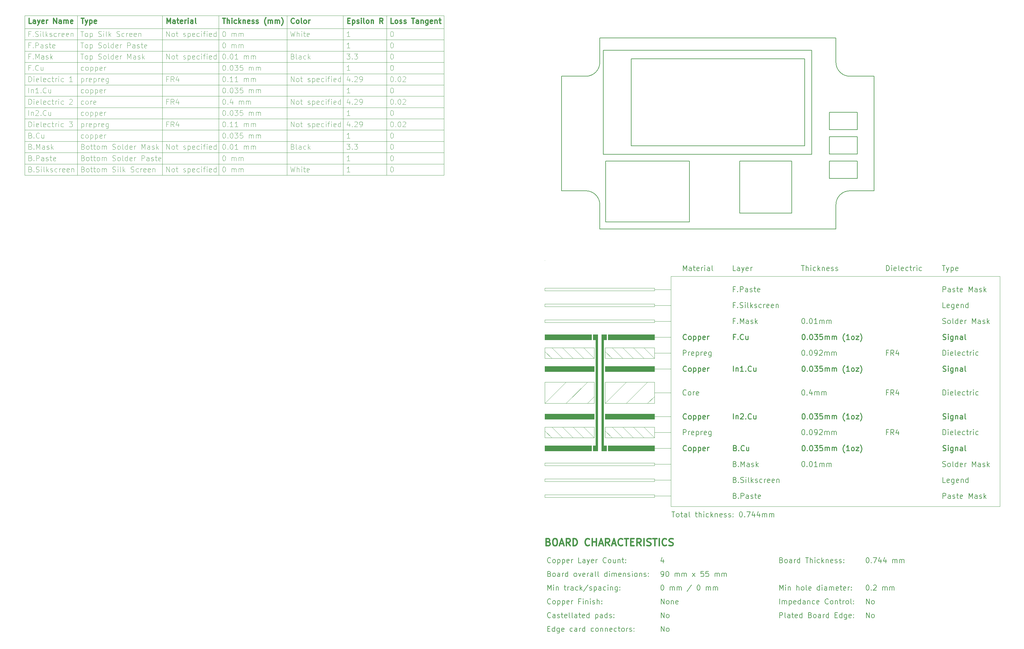
<source format=gbr>
G04 #@! TF.GenerationSoftware,KiCad,Pcbnew,8.0.6+1*
G04 #@! TF.CreationDate,2025-01-07T07:54:38+00:00*
G04 #@! TF.ProjectId,gshps,67736870-732e-46b6-9963-61645f706362,B*
G04 #@! TF.SameCoordinates,Original*
G04 #@! TF.FileFunction,OtherDrawing,Comment*
%FSLAX46Y46*%
G04 Gerber Fmt 4.6, Leading zero omitted, Abs format (unit mm)*
G04 Created by KiCad (PCBNEW 8.0.6+1) date 2025-01-07 07:54:38*
%MOMM*%
%LPD*%
G01*
G04 APERTURE LIST*
%ADD10C,0.180000*%
%ADD11C,0.010000*%
%ADD12C,0.100000*%
%ADD13C,0.254000*%
%ADD14C,0.190668*%
%ADD15C,0.200000*%
%ADD16C,0.300000*%
%ADD17C,0.400000*%
G04 APERTURE END LIST*
D10*
X105616436Y-63910619D02*
X105616436Y-58910619D01*
D11*
X23682151Y-128718827D02*
X29783519Y-122617459D01*
X55218817Y-95923974D02*
X59949316Y-95923974D01*
D10*
X100500000Y-57000000D02*
X100500001Y-27000000D01*
X113616436Y-56910619D02*
X105616436Y-56910619D01*
D11*
X55218817Y-118804104D02*
X59949316Y-118804104D01*
X23682151Y-112702736D02*
X37873650Y-112702736D01*
X37873650Y-115753420D01*
X23682151Y-115753420D01*
X23682151Y-112702736D01*
D10*
X79745924Y-73910619D02*
X79745924Y-58910619D01*
X113616436Y-49910620D02*
X105616436Y-49910619D01*
D11*
X23682151Y-122617459D02*
X37873650Y-122617459D01*
X37873650Y-128718827D01*
X23682151Y-128718827D01*
X23682151Y-122617459D01*
D10*
X94745924Y-73910619D02*
X79745924Y-73910619D01*
X94745924Y-73910619D02*
X94745924Y-58910620D01*
X113616436Y-49910620D02*
X113616436Y-44910619D01*
X113616435Y-63910619D02*
X113616436Y-58910620D01*
D12*
X-5357138Y-17000000D02*
X-5357138Y-63000000D01*
X-126164285Y-50000000D02*
X-5357138Y-50000000D01*
D11*
X41027317Y-135582866D02*
X55218816Y-135582866D01*
X55218816Y-138633550D01*
X41027317Y-138633550D01*
X41027317Y-135582866D01*
X23682151Y-135582866D02*
X37873650Y-135582866D01*
X37873650Y-138633550D01*
X23682151Y-138633550D01*
X23682151Y-135582866D01*
X34822966Y-138633550D02*
X31772282Y-135582866D01*
X37505722Y-140921563D02*
X38924871Y-140921563D01*
X38924871Y-142446905D01*
X37505722Y-142446905D01*
X37505722Y-140921563D01*
G36*
X37505722Y-140921563D02*
G01*
X38924871Y-140921563D01*
X38924871Y-142446905D01*
X37505722Y-142446905D01*
X37505722Y-140921563D01*
G37*
X55218817Y-109652052D02*
X59949316Y-109652052D01*
X55218817Y-100500000D02*
X59949316Y-100500000D01*
D10*
X65288721Y-76500000D02*
X41191825Y-76500000D01*
D11*
X31772282Y-115753420D02*
X28721598Y-112702736D01*
D12*
X-126164285Y-37000000D02*
X-5357138Y-37000000D01*
D11*
X23682151Y-140921563D02*
X37085234Y-140921563D01*
X37085234Y-142446905D01*
X23682151Y-142446905D01*
X23682151Y-140921563D01*
G36*
X23682151Y-140921563D02*
G01*
X37085234Y-140921563D01*
X37085234Y-142446905D01*
X23682151Y-142446905D01*
X23682151Y-140921563D01*
G37*
X46066764Y-115753420D02*
X43016080Y-112702736D01*
X41027317Y-118041433D02*
X55218816Y-118041433D01*
X55218816Y-119566775D01*
X41027317Y-119566775D01*
X41027317Y-118041433D01*
G36*
X41027317Y-118041433D02*
G01*
X55218816Y-118041433D01*
X55218816Y-119566775D01*
X41027317Y-119566775D01*
X41027317Y-118041433D01*
G37*
D12*
X-126164285Y-17000000D02*
X-5357138Y-17000000D01*
D10*
X28500000Y-34500000D02*
X28500000Y-67500000D01*
D11*
X34822966Y-115753420D02*
X31772282Y-112702736D01*
X23682151Y-155030977D02*
X55218817Y-155030977D01*
X55218817Y-155793648D01*
X23682151Y-155793648D01*
X23682151Y-155030977D01*
X55218817Y-132532182D02*
X59949316Y-132532182D01*
D10*
X105616436Y-49910619D02*
X105616436Y-44910619D01*
D12*
X-126164285Y-56500000D02*
X-5357138Y-56500000D01*
D11*
X39976095Y-119566775D02*
X40606828Y-119566775D01*
X40606828Y-131769511D01*
X39976095Y-131769511D01*
X39976095Y-119566775D01*
G36*
X39976095Y-119566775D02*
G01*
X40606828Y-119566775D01*
X40606828Y-131769511D01*
X39976095Y-131769511D01*
X39976095Y-119566775D01*
G37*
D10*
X40500000Y-27000000D02*
X40500000Y-57000000D01*
D12*
X-70257142Y-17000000D02*
X-70257142Y-63000000D01*
D10*
X65288721Y-58943279D02*
X41191825Y-58943280D01*
X113616436Y-56910619D02*
X113616436Y-51910619D01*
X39500000Y-71500000D02*
X39500000Y-78500000D01*
D11*
X37873650Y-115753420D02*
X34822966Y-112702736D01*
X39976095Y-133294853D02*
X40606828Y-133294853D01*
X40606828Y-140921563D01*
X39976095Y-140921563D01*
X39976095Y-133294853D01*
G36*
X39976095Y-133294853D02*
G01*
X40606828Y-133294853D01*
X40606828Y-140921563D01*
X39976095Y-140921563D01*
X39976095Y-133294853D01*
G37*
X59949316Y-92110619D02*
X154682151Y-92110619D01*
X154682151Y-158462996D01*
X59949316Y-158462996D01*
X59949316Y-92110619D01*
D10*
X105616436Y-56910619D02*
X105616436Y-51910619D01*
D12*
X-50621427Y-17000000D02*
X-50621427Y-63000000D01*
D11*
X41815733Y-140921563D02*
X55218816Y-140921563D01*
X55218816Y-142446905D01*
X41815733Y-142446905D01*
X41815733Y-140921563D01*
G36*
X41815733Y-140921563D02*
G01*
X55218816Y-140921563D01*
X55218816Y-142446905D01*
X41815733Y-142446905D01*
X41815733Y-140921563D01*
G37*
D12*
X-126164285Y-59750000D02*
X-5357138Y-59750000D01*
D11*
X23682151Y-150454951D02*
X55218817Y-150454951D01*
X55218817Y-151217622D01*
X23682151Y-151217622D01*
X23682151Y-150454951D01*
X39976095Y-114990749D02*
X40606828Y-114990749D01*
X40606828Y-122617459D01*
X39976095Y-122617459D01*
X39976095Y-114990749D01*
G36*
X39976095Y-114990749D02*
G01*
X40606828Y-114990749D01*
X40606828Y-122617459D01*
X39976095Y-122617459D01*
X39976095Y-114990749D01*
G37*
X28721598Y-115753420D02*
X25670914Y-112702736D01*
X38294139Y-114990749D02*
X38924872Y-114990749D01*
X38924872Y-122617459D01*
X38294139Y-122617459D01*
X38294139Y-114990749D01*
G36*
X38294139Y-114990749D02*
G01*
X38924872Y-114990749D01*
X38924872Y-122617459D01*
X38294139Y-122617459D01*
X38294139Y-114990749D01*
G37*
X55218817Y-105076026D02*
X59949316Y-105076026D01*
X23682151Y-104694691D02*
X55218817Y-104694691D01*
X55218817Y-105457362D01*
X23682151Y-105457362D01*
X23682151Y-104694691D01*
X31772282Y-138633550D02*
X28721598Y-135582866D01*
D10*
X111500000Y-34500000D02*
G75*
G02*
X107500000Y-30500000I0J4000000D01*
G01*
D11*
X38294139Y-119566775D02*
X38924872Y-119566775D01*
X38924872Y-131769511D01*
X38294139Y-131769511D01*
X38294139Y-119566775D01*
G36*
X38294139Y-119566775D02*
G01*
X38924872Y-119566775D01*
X38924872Y-131769511D01*
X38294139Y-131769511D01*
X38294139Y-119566775D01*
G37*
D10*
X113616436Y-58910620D02*
X105616436Y-58910619D01*
X39500000Y-30500000D02*
G75*
G02*
X35500000Y-34500000I-4000000J0D01*
G01*
D11*
X55218817Y-114228078D02*
X59949316Y-114228078D01*
X46066764Y-138633550D02*
X43016080Y-135582866D01*
X23682151Y-131769511D02*
X37873650Y-131769511D01*
X37873650Y-133294853D01*
X23682151Y-133294853D01*
X23682151Y-131769511D01*
G36*
X23682151Y-131769511D02*
G01*
X37873650Y-131769511D01*
X37873650Y-133294853D01*
X23682151Y-133294853D01*
X23682151Y-131769511D01*
G37*
X41027317Y-122617459D02*
X55218816Y-122617459D01*
X55218816Y-128718827D01*
X41027317Y-128718827D01*
X41027317Y-122617459D01*
D12*
X-126164285Y-17000000D02*
X-126164285Y-63000000D01*
X-126164285Y-43500000D02*
X-5357138Y-43500000D01*
D11*
X43016080Y-115753420D02*
X41027317Y-113764657D01*
X29783519Y-128718827D02*
X35884887Y-122617459D01*
X23682151Y-145878925D02*
X55218817Y-145878925D01*
X55218817Y-146641596D01*
X23682151Y-146641596D01*
X23682151Y-145878925D01*
X38294139Y-133294853D02*
X38924872Y-133294853D01*
X38924872Y-140921563D01*
X38294139Y-140921563D01*
X38294139Y-133294853D01*
G36*
X38294139Y-133294853D02*
G01*
X38924872Y-133294853D01*
X38924872Y-140921563D01*
X38294139Y-140921563D01*
X38294139Y-133294853D01*
G37*
X49117448Y-115753420D02*
X46066764Y-112702736D01*
D12*
X-111000000Y-17000000D02*
X-111000000Y-63000000D01*
X-126164285Y-24000000D02*
X-5357138Y-24000000D01*
X-126164285Y-27250000D02*
X-5357138Y-27250000D01*
D11*
X55218817Y-150836286D02*
X59949316Y-150836286D01*
D10*
X40500000Y-57000000D02*
X100500000Y-57000000D01*
D11*
X55218817Y-125668143D02*
X59949316Y-125668143D01*
D10*
X113616436Y-44910619D02*
X105616436Y-44910619D01*
X107500000Y-30500000D02*
X107500000Y-23500000D01*
X98500000Y-29500000D02*
X48500000Y-29500000D01*
D12*
X-34414283Y-17000000D02*
X-34414283Y-63000000D01*
D10*
X118500000Y-67500000D02*
X118500000Y-34500000D01*
D11*
X39976095Y-108889381D02*
X41395244Y-108889381D01*
X41395244Y-110414723D01*
X39976095Y-110414723D01*
X39976095Y-108889381D01*
G36*
X39976095Y-108889381D02*
G01*
X41395244Y-108889381D01*
X41395244Y-110414723D01*
X39976095Y-110414723D01*
X39976095Y-108889381D01*
G37*
D12*
X-126164285Y-30500000D02*
X-5357138Y-30500000D01*
D11*
X23682151Y-100118665D02*
X55218817Y-100118665D01*
X55218817Y-100881336D01*
X23682151Y-100881336D01*
X23682151Y-100118665D01*
X53230053Y-128718827D02*
X55218816Y-126730064D01*
X55218817Y-137108208D02*
X59949316Y-137108208D01*
D10*
X98500000Y-29500000D02*
X98499999Y-54500000D01*
X39500000Y-78500000D02*
X107500000Y-78500000D01*
D11*
X23682151Y-87534593D02*
X23682151Y-87534593D01*
D12*
X-126164285Y-33750000D02*
X-5357138Y-33750000D01*
D11*
X49117448Y-138633550D02*
X46066764Y-135582866D01*
D12*
X-21921425Y-17000000D02*
X-21921425Y-63000000D01*
D10*
X48499999Y-54500000D02*
X98500001Y-54500000D01*
D11*
X41027317Y-112702736D02*
X55218816Y-112702736D01*
X55218816Y-115753420D01*
X41027317Y-115753420D01*
X41027317Y-112702736D01*
D10*
X118500000Y-34500000D02*
X111500000Y-34500000D01*
D11*
X39976095Y-128718827D02*
X40606828Y-128718827D01*
X40606828Y-136345537D01*
X39976095Y-136345537D01*
X39976095Y-128718827D01*
G36*
X39976095Y-128718827D02*
G01*
X40606828Y-128718827D01*
X40606828Y-136345537D01*
X39976095Y-136345537D01*
X39976095Y-128718827D01*
G37*
X39976095Y-140921563D02*
X41395244Y-140921563D01*
X41395244Y-142446905D01*
X39976095Y-142446905D01*
X39976095Y-140921563D01*
G36*
X39976095Y-140921563D02*
G01*
X41395244Y-140921563D01*
X41395244Y-142446905D01*
X39976095Y-142446905D01*
X39976095Y-140921563D01*
G37*
D10*
X111500000Y-67500000D02*
X118500000Y-67500000D01*
D11*
X52168132Y-115753420D02*
X49117448Y-112702736D01*
X28721598Y-138633550D02*
X25670914Y-135582866D01*
X37505722Y-108889381D02*
X38924871Y-108889381D01*
X38924871Y-110414723D01*
X37505722Y-110414723D01*
X37505722Y-108889381D01*
G36*
X37505722Y-108889381D02*
G01*
X38924871Y-108889381D01*
X38924871Y-110414723D01*
X37505722Y-110414723D01*
X37505722Y-108889381D01*
G37*
X25670914Y-115753420D02*
X23682151Y-113764657D01*
X55218817Y-155412312D02*
X59949316Y-155412312D01*
D10*
X65288721Y-76500000D02*
X65288721Y-58943279D01*
D11*
X23682151Y-118041433D02*
X37873650Y-118041433D01*
X37873650Y-119566775D01*
X23682151Y-119566775D01*
X23682151Y-118041433D01*
G36*
X23682151Y-118041433D02*
G01*
X37873650Y-118041433D01*
X37873650Y-119566775D01*
X23682151Y-119566775D01*
X23682151Y-118041433D01*
G37*
X41027317Y-131769511D02*
X55218816Y-131769511D01*
X55218816Y-133294853D01*
X41027317Y-133294853D01*
X41027317Y-131769511D01*
G36*
X41027317Y-131769511D02*
G01*
X55218816Y-131769511D01*
X55218816Y-133294853D01*
X41027317Y-133294853D01*
X41027317Y-131769511D01*
G37*
D10*
X100500001Y-27000000D02*
X40500000Y-27000000D01*
D11*
X41027317Y-128718827D02*
X47128685Y-122617459D01*
X52168132Y-138633550D02*
X49117448Y-135582866D01*
D10*
X28500000Y-67500000D02*
X35500000Y-67500000D01*
X94745924Y-58910620D02*
X79745924Y-58910619D01*
X107500000Y-78500000D02*
X107500000Y-71500000D01*
D11*
X55218816Y-115753420D02*
X52168132Y-112702736D01*
D10*
X107500000Y-71500000D02*
G75*
G02*
X111500000Y-67500000I4000000J0D01*
G01*
X48500000Y-29500000D02*
X48499999Y-54500000D01*
D11*
X55218817Y-141684234D02*
X59949316Y-141684234D01*
X35884887Y-128718827D02*
X37873650Y-126730064D01*
X55218817Y-146260260D02*
X59949316Y-146260260D01*
D12*
X-126164285Y-63000000D02*
X-5357138Y-63000000D01*
D11*
X41815733Y-108889381D02*
X55218816Y-108889381D01*
X55218816Y-110414723D01*
X41815733Y-110414723D01*
X41815733Y-108889381D01*
G36*
X41815733Y-108889381D02*
G01*
X55218816Y-108889381D01*
X55218816Y-110414723D01*
X41815733Y-110414723D01*
X41815733Y-108889381D01*
G37*
X23682151Y-95542639D02*
X55218817Y-95542639D01*
X55218817Y-96305310D01*
X23682151Y-96305310D01*
X23682151Y-95542639D01*
X55218816Y-138633550D02*
X52168132Y-135582866D01*
D12*
X-126164285Y-40250000D02*
X-5357138Y-40250000D01*
D10*
X113616436Y-51910619D02*
X105616436Y-51910619D01*
D12*
X-126164285Y-53250000D02*
X-5357138Y-53250000D01*
D11*
X154682151Y-158462996D02*
X154682151Y-158462996D01*
X43016080Y-138633550D02*
X41027317Y-136644787D01*
D10*
X41191825Y-76500000D02*
X41191825Y-58943280D01*
D12*
X-126164285Y-46750000D02*
X-5357138Y-46750000D01*
D10*
X113616435Y-63910619D02*
X105616436Y-63910619D01*
D11*
X23682151Y-108889381D02*
X37085234Y-108889381D01*
X37085234Y-110414723D01*
X23682151Y-110414723D01*
X23682151Y-108889381D01*
G36*
X23682151Y-108889381D02*
G01*
X37085234Y-108889381D01*
X37085234Y-110414723D01*
X23682151Y-110414723D01*
X23682151Y-108889381D01*
G37*
D10*
X107500000Y-23500000D02*
X39500000Y-23500000D01*
D11*
X47128685Y-128718827D02*
X53230053Y-122617459D01*
D10*
X35500000Y-34500000D02*
X28500000Y-34500000D01*
D11*
X37873650Y-138633550D02*
X34822966Y-135582866D01*
D12*
X-126164285Y-20750000D02*
X-5357138Y-20750000D01*
X-86464286Y-17000000D02*
X-86464286Y-63000000D01*
D10*
X35500000Y-67500000D02*
G75*
G02*
X39500000Y-71500000I0J-4000000D01*
G01*
X39500000Y-23500000D02*
X39500000Y-30500000D01*
D11*
X38294139Y-128718827D02*
X38924872Y-128718827D01*
X38924872Y-136345537D01*
X38294139Y-136345537D01*
X38294139Y-128718827D01*
G36*
X38294139Y-128718827D02*
G01*
X38924872Y-128718827D01*
X38924872Y-136345537D01*
X38294139Y-136345537D01*
X38294139Y-128718827D01*
G37*
X38294139Y-110414723D02*
X38924872Y-110414723D01*
X38924872Y-118041433D01*
X38294139Y-118041433D01*
X38294139Y-110414723D01*
G36*
X38294139Y-110414723D02*
G01*
X38924872Y-110414723D01*
X38924872Y-118041433D01*
X38294139Y-118041433D01*
X38294139Y-110414723D01*
G37*
X39976095Y-110414723D02*
X40606828Y-110414723D01*
X40606828Y-118041433D01*
X39976095Y-118041433D01*
X39976095Y-110414723D01*
G36*
X39976095Y-110414723D02*
G01*
X40606828Y-110414723D01*
X40606828Y-118041433D01*
X39976095Y-118041433D01*
X39976095Y-110414723D01*
G37*
X25670914Y-138633550D02*
X23682151Y-136644787D01*
D13*
X98059933Y-140851336D02*
X98205203Y-140851336D01*
X98205203Y-140851336D02*
X98350474Y-140923971D01*
X98350474Y-140923971D02*
X98423109Y-140996607D01*
X98423109Y-140996607D02*
X98495745Y-141141877D01*
X98495745Y-141141877D02*
X98568380Y-141432419D01*
X98568380Y-141432419D02*
X98568380Y-141795595D01*
X98568380Y-141795595D02*
X98495745Y-142086137D01*
X98495745Y-142086137D02*
X98423109Y-142231407D01*
X98423109Y-142231407D02*
X98350474Y-142304043D01*
X98350474Y-142304043D02*
X98205203Y-142376678D01*
X98205203Y-142376678D02*
X98059933Y-142376678D01*
X98059933Y-142376678D02*
X97914662Y-142304043D01*
X97914662Y-142304043D02*
X97842027Y-142231407D01*
X97842027Y-142231407D02*
X97769391Y-142086137D01*
X97769391Y-142086137D02*
X97696756Y-141795595D01*
X97696756Y-141795595D02*
X97696756Y-141432419D01*
X97696756Y-141432419D02*
X97769391Y-141141877D01*
X97769391Y-141141877D02*
X97842027Y-140996607D01*
X97842027Y-140996607D02*
X97914662Y-140923971D01*
X97914662Y-140923971D02*
X98059933Y-140851336D01*
X99222098Y-142231407D02*
X99294734Y-142304043D01*
X99294734Y-142304043D02*
X99222098Y-142376678D01*
X99222098Y-142376678D02*
X99149463Y-142304043D01*
X99149463Y-142304043D02*
X99222098Y-142231407D01*
X99222098Y-142231407D02*
X99222098Y-142376678D01*
X100238993Y-140851336D02*
X100384263Y-140851336D01*
X100384263Y-140851336D02*
X100529534Y-140923971D01*
X100529534Y-140923971D02*
X100602169Y-140996607D01*
X100602169Y-140996607D02*
X100674805Y-141141877D01*
X100674805Y-141141877D02*
X100747440Y-141432419D01*
X100747440Y-141432419D02*
X100747440Y-141795595D01*
X100747440Y-141795595D02*
X100674805Y-142086137D01*
X100674805Y-142086137D02*
X100602169Y-142231407D01*
X100602169Y-142231407D02*
X100529534Y-142304043D01*
X100529534Y-142304043D02*
X100384263Y-142376678D01*
X100384263Y-142376678D02*
X100238993Y-142376678D01*
X100238993Y-142376678D02*
X100093722Y-142304043D01*
X100093722Y-142304043D02*
X100021087Y-142231407D01*
X100021087Y-142231407D02*
X99948451Y-142086137D01*
X99948451Y-142086137D02*
X99875816Y-141795595D01*
X99875816Y-141795595D02*
X99875816Y-141432419D01*
X99875816Y-141432419D02*
X99948451Y-141141877D01*
X99948451Y-141141877D02*
X100021087Y-140996607D01*
X100021087Y-140996607D02*
X100093722Y-140923971D01*
X100093722Y-140923971D02*
X100238993Y-140851336D01*
X101255888Y-140851336D02*
X102200147Y-140851336D01*
X102200147Y-140851336D02*
X101691700Y-141432419D01*
X101691700Y-141432419D02*
X101909606Y-141432419D01*
X101909606Y-141432419D02*
X102054876Y-141505054D01*
X102054876Y-141505054D02*
X102127512Y-141577689D01*
X102127512Y-141577689D02*
X102200147Y-141722960D01*
X102200147Y-141722960D02*
X102200147Y-142086137D01*
X102200147Y-142086137D02*
X102127512Y-142231407D01*
X102127512Y-142231407D02*
X102054876Y-142304043D01*
X102054876Y-142304043D02*
X101909606Y-142376678D01*
X101909606Y-142376678D02*
X101473794Y-142376678D01*
X101473794Y-142376678D02*
X101328523Y-142304043D01*
X101328523Y-142304043D02*
X101255888Y-142231407D01*
X103580219Y-140851336D02*
X102853865Y-140851336D01*
X102853865Y-140851336D02*
X102781230Y-141577689D01*
X102781230Y-141577689D02*
X102853865Y-141505054D01*
X102853865Y-141505054D02*
X102999136Y-141432419D01*
X102999136Y-141432419D02*
X103362313Y-141432419D01*
X103362313Y-141432419D02*
X103507583Y-141505054D01*
X103507583Y-141505054D02*
X103580219Y-141577689D01*
X103580219Y-141577689D02*
X103652854Y-141722960D01*
X103652854Y-141722960D02*
X103652854Y-142086137D01*
X103652854Y-142086137D02*
X103580219Y-142231407D01*
X103580219Y-142231407D02*
X103507583Y-142304043D01*
X103507583Y-142304043D02*
X103362313Y-142376678D01*
X103362313Y-142376678D02*
X102999136Y-142376678D01*
X102999136Y-142376678D02*
X102853865Y-142304043D01*
X102853865Y-142304043D02*
X102781230Y-142231407D01*
X104306572Y-142376678D02*
X104306572Y-141359783D01*
X104306572Y-141505054D02*
X104379208Y-141432419D01*
X104379208Y-141432419D02*
X104524478Y-141359783D01*
X104524478Y-141359783D02*
X104742384Y-141359783D01*
X104742384Y-141359783D02*
X104887655Y-141432419D01*
X104887655Y-141432419D02*
X104960290Y-141577689D01*
X104960290Y-141577689D02*
X104960290Y-142376678D01*
X104960290Y-141577689D02*
X105032926Y-141432419D01*
X105032926Y-141432419D02*
X105178196Y-141359783D01*
X105178196Y-141359783D02*
X105396102Y-141359783D01*
X105396102Y-141359783D02*
X105541373Y-141432419D01*
X105541373Y-141432419D02*
X105614008Y-141577689D01*
X105614008Y-141577689D02*
X105614008Y-142376678D01*
X106340361Y-142376678D02*
X106340361Y-141359783D01*
X106340361Y-141505054D02*
X106412997Y-141432419D01*
X106412997Y-141432419D02*
X106558267Y-141359783D01*
X106558267Y-141359783D02*
X106776173Y-141359783D01*
X106776173Y-141359783D02*
X106921444Y-141432419D01*
X106921444Y-141432419D02*
X106994079Y-141577689D01*
X106994079Y-141577689D02*
X106994079Y-142376678D01*
X106994079Y-141577689D02*
X107066715Y-141432419D01*
X107066715Y-141432419D02*
X107211985Y-141359783D01*
X107211985Y-141359783D02*
X107429891Y-141359783D01*
X107429891Y-141359783D02*
X107575162Y-141432419D01*
X107575162Y-141432419D02*
X107647797Y-141577689D01*
X107647797Y-141577689D02*
X107647797Y-142376678D01*
X109972127Y-142957761D02*
X109899492Y-142885125D01*
X109899492Y-142885125D02*
X109754221Y-142667219D01*
X109754221Y-142667219D02*
X109681586Y-142521949D01*
X109681586Y-142521949D02*
X109608951Y-142304043D01*
X109608951Y-142304043D02*
X109536315Y-141940866D01*
X109536315Y-141940866D02*
X109536315Y-141650325D01*
X109536315Y-141650325D02*
X109608951Y-141287148D01*
X109608951Y-141287148D02*
X109681586Y-141069242D01*
X109681586Y-141069242D02*
X109754221Y-140923971D01*
X109754221Y-140923971D02*
X109899492Y-140706065D01*
X109899492Y-140706065D02*
X109972127Y-140633430D01*
X111352199Y-142376678D02*
X110480575Y-142376678D01*
X110916387Y-142376678D02*
X110916387Y-140851336D01*
X110916387Y-140851336D02*
X110771116Y-141069242D01*
X110771116Y-141069242D02*
X110625846Y-141214513D01*
X110625846Y-141214513D02*
X110480575Y-141287148D01*
X112223823Y-142376678D02*
X112078553Y-142304043D01*
X112078553Y-142304043D02*
X112005917Y-142231407D01*
X112005917Y-142231407D02*
X111933282Y-142086137D01*
X111933282Y-142086137D02*
X111933282Y-141650325D01*
X111933282Y-141650325D02*
X112005917Y-141505054D01*
X112005917Y-141505054D02*
X112078553Y-141432419D01*
X112078553Y-141432419D02*
X112223823Y-141359783D01*
X112223823Y-141359783D02*
X112441729Y-141359783D01*
X112441729Y-141359783D02*
X112587000Y-141432419D01*
X112587000Y-141432419D02*
X112659635Y-141505054D01*
X112659635Y-141505054D02*
X112732271Y-141650325D01*
X112732271Y-141650325D02*
X112732271Y-142086137D01*
X112732271Y-142086137D02*
X112659635Y-142231407D01*
X112659635Y-142231407D02*
X112587000Y-142304043D01*
X112587000Y-142304043D02*
X112441729Y-142376678D01*
X112441729Y-142376678D02*
X112223823Y-142376678D01*
X113240718Y-141359783D02*
X114039706Y-141359783D01*
X114039706Y-141359783D02*
X113240718Y-142376678D01*
X113240718Y-142376678D02*
X114039706Y-142376678D01*
X114475519Y-142957761D02*
X114548154Y-142885125D01*
X114548154Y-142885125D02*
X114693425Y-142667219D01*
X114693425Y-142667219D02*
X114766060Y-142521949D01*
X114766060Y-142521949D02*
X114838695Y-142304043D01*
X114838695Y-142304043D02*
X114911331Y-141940866D01*
X114911331Y-141940866D02*
X114911331Y-141650325D01*
X114911331Y-141650325D02*
X114838695Y-141287148D01*
X114838695Y-141287148D02*
X114766060Y-141069242D01*
X114766060Y-141069242D02*
X114693425Y-140923971D01*
X114693425Y-140923971D02*
X114548154Y-140706065D01*
X114548154Y-140706065D02*
X114475519Y-140633430D01*
D14*
X122515786Y-114124826D02*
X122007338Y-114124826D01*
X122007338Y-114923815D02*
X122007338Y-113398473D01*
X122007338Y-113398473D02*
X122733692Y-113398473D01*
X124186398Y-114923815D02*
X123677951Y-114197462D01*
X123314774Y-114923815D02*
X123314774Y-113398473D01*
X123314774Y-113398473D02*
X123895857Y-113398473D01*
X123895857Y-113398473D02*
X124041128Y-113471108D01*
X124041128Y-113471108D02*
X124113763Y-113543744D01*
X124113763Y-113543744D02*
X124186398Y-113689014D01*
X124186398Y-113689014D02*
X124186398Y-113906920D01*
X124186398Y-113906920D02*
X124113763Y-114052191D01*
X124113763Y-114052191D02*
X124041128Y-114124826D01*
X124041128Y-114124826D02*
X123895857Y-114197462D01*
X123895857Y-114197462D02*
X123314774Y-114197462D01*
X125493834Y-113906920D02*
X125493834Y-114923815D01*
X125130658Y-113325838D02*
X124767481Y-114415368D01*
X124767481Y-114415368D02*
X125711740Y-114415368D01*
D15*
X91303001Y-186518028D02*
X91303001Y-185018028D01*
X92017287Y-186518028D02*
X92017287Y-185518028D01*
X92017287Y-185660885D02*
X92088716Y-185589457D01*
X92088716Y-185589457D02*
X92231573Y-185518028D01*
X92231573Y-185518028D02*
X92445859Y-185518028D01*
X92445859Y-185518028D02*
X92588716Y-185589457D01*
X92588716Y-185589457D02*
X92660145Y-185732314D01*
X92660145Y-185732314D02*
X92660145Y-186518028D01*
X92660145Y-185732314D02*
X92731573Y-185589457D01*
X92731573Y-185589457D02*
X92874430Y-185518028D01*
X92874430Y-185518028D02*
X93088716Y-185518028D01*
X93088716Y-185518028D02*
X93231573Y-185589457D01*
X93231573Y-185589457D02*
X93303002Y-185732314D01*
X93303002Y-185732314D02*
X93303002Y-186518028D01*
X94017287Y-185518028D02*
X94017287Y-187018028D01*
X94017287Y-185589457D02*
X94160145Y-185518028D01*
X94160145Y-185518028D02*
X94445859Y-185518028D01*
X94445859Y-185518028D02*
X94588716Y-185589457D01*
X94588716Y-185589457D02*
X94660145Y-185660885D01*
X94660145Y-185660885D02*
X94731573Y-185803742D01*
X94731573Y-185803742D02*
X94731573Y-186232314D01*
X94731573Y-186232314D02*
X94660145Y-186375171D01*
X94660145Y-186375171D02*
X94588716Y-186446600D01*
X94588716Y-186446600D02*
X94445859Y-186518028D01*
X94445859Y-186518028D02*
X94160145Y-186518028D01*
X94160145Y-186518028D02*
X94017287Y-186446600D01*
X95945859Y-186446600D02*
X95803002Y-186518028D01*
X95803002Y-186518028D02*
X95517288Y-186518028D01*
X95517288Y-186518028D02*
X95374430Y-186446600D01*
X95374430Y-186446600D02*
X95303002Y-186303742D01*
X95303002Y-186303742D02*
X95303002Y-185732314D01*
X95303002Y-185732314D02*
X95374430Y-185589457D01*
X95374430Y-185589457D02*
X95517288Y-185518028D01*
X95517288Y-185518028D02*
X95803002Y-185518028D01*
X95803002Y-185518028D02*
X95945859Y-185589457D01*
X95945859Y-185589457D02*
X96017288Y-185732314D01*
X96017288Y-185732314D02*
X96017288Y-185875171D01*
X96017288Y-185875171D02*
X95303002Y-186018028D01*
X97303002Y-186518028D02*
X97303002Y-185018028D01*
X97303002Y-186446600D02*
X97160144Y-186518028D01*
X97160144Y-186518028D02*
X96874430Y-186518028D01*
X96874430Y-186518028D02*
X96731573Y-186446600D01*
X96731573Y-186446600D02*
X96660144Y-186375171D01*
X96660144Y-186375171D02*
X96588716Y-186232314D01*
X96588716Y-186232314D02*
X96588716Y-185803742D01*
X96588716Y-185803742D02*
X96660144Y-185660885D01*
X96660144Y-185660885D02*
X96731573Y-185589457D01*
X96731573Y-185589457D02*
X96874430Y-185518028D01*
X96874430Y-185518028D02*
X97160144Y-185518028D01*
X97160144Y-185518028D02*
X97303002Y-185589457D01*
X98660145Y-186518028D02*
X98660145Y-185732314D01*
X98660145Y-185732314D02*
X98588716Y-185589457D01*
X98588716Y-185589457D02*
X98445859Y-185518028D01*
X98445859Y-185518028D02*
X98160145Y-185518028D01*
X98160145Y-185518028D02*
X98017287Y-185589457D01*
X98660145Y-186446600D02*
X98517287Y-186518028D01*
X98517287Y-186518028D02*
X98160145Y-186518028D01*
X98160145Y-186518028D02*
X98017287Y-186446600D01*
X98017287Y-186446600D02*
X97945859Y-186303742D01*
X97945859Y-186303742D02*
X97945859Y-186160885D01*
X97945859Y-186160885D02*
X98017287Y-186018028D01*
X98017287Y-186018028D02*
X98160145Y-185946600D01*
X98160145Y-185946600D02*
X98517287Y-185946600D01*
X98517287Y-185946600D02*
X98660145Y-185875171D01*
X99374430Y-185518028D02*
X99374430Y-186518028D01*
X99374430Y-185660885D02*
X99445859Y-185589457D01*
X99445859Y-185589457D02*
X99588716Y-185518028D01*
X99588716Y-185518028D02*
X99803002Y-185518028D01*
X99803002Y-185518028D02*
X99945859Y-185589457D01*
X99945859Y-185589457D02*
X100017288Y-185732314D01*
X100017288Y-185732314D02*
X100017288Y-186518028D01*
X101374431Y-186446600D02*
X101231573Y-186518028D01*
X101231573Y-186518028D02*
X100945859Y-186518028D01*
X100945859Y-186518028D02*
X100803002Y-186446600D01*
X100803002Y-186446600D02*
X100731573Y-186375171D01*
X100731573Y-186375171D02*
X100660145Y-186232314D01*
X100660145Y-186232314D02*
X100660145Y-185803742D01*
X100660145Y-185803742D02*
X100731573Y-185660885D01*
X100731573Y-185660885D02*
X100803002Y-185589457D01*
X100803002Y-185589457D02*
X100945859Y-185518028D01*
X100945859Y-185518028D02*
X101231573Y-185518028D01*
X101231573Y-185518028D02*
X101374431Y-185589457D01*
X102588716Y-186446600D02*
X102445859Y-186518028D01*
X102445859Y-186518028D02*
X102160145Y-186518028D01*
X102160145Y-186518028D02*
X102017287Y-186446600D01*
X102017287Y-186446600D02*
X101945859Y-186303742D01*
X101945859Y-186303742D02*
X101945859Y-185732314D01*
X101945859Y-185732314D02*
X102017287Y-185589457D01*
X102017287Y-185589457D02*
X102160145Y-185518028D01*
X102160145Y-185518028D02*
X102445859Y-185518028D01*
X102445859Y-185518028D02*
X102588716Y-185589457D01*
X102588716Y-185589457D02*
X102660145Y-185732314D01*
X102660145Y-185732314D02*
X102660145Y-185875171D01*
X102660145Y-185875171D02*
X101945859Y-186018028D01*
X105303001Y-186375171D02*
X105231573Y-186446600D01*
X105231573Y-186446600D02*
X105017287Y-186518028D01*
X105017287Y-186518028D02*
X104874430Y-186518028D01*
X104874430Y-186518028D02*
X104660144Y-186446600D01*
X104660144Y-186446600D02*
X104517287Y-186303742D01*
X104517287Y-186303742D02*
X104445858Y-186160885D01*
X104445858Y-186160885D02*
X104374430Y-185875171D01*
X104374430Y-185875171D02*
X104374430Y-185660885D01*
X104374430Y-185660885D02*
X104445858Y-185375171D01*
X104445858Y-185375171D02*
X104517287Y-185232314D01*
X104517287Y-185232314D02*
X104660144Y-185089457D01*
X104660144Y-185089457D02*
X104874430Y-185018028D01*
X104874430Y-185018028D02*
X105017287Y-185018028D01*
X105017287Y-185018028D02*
X105231573Y-185089457D01*
X105231573Y-185089457D02*
X105303001Y-185160885D01*
X106160144Y-186518028D02*
X106017287Y-186446600D01*
X106017287Y-186446600D02*
X105945858Y-186375171D01*
X105945858Y-186375171D02*
X105874430Y-186232314D01*
X105874430Y-186232314D02*
X105874430Y-185803742D01*
X105874430Y-185803742D02*
X105945858Y-185660885D01*
X105945858Y-185660885D02*
X106017287Y-185589457D01*
X106017287Y-185589457D02*
X106160144Y-185518028D01*
X106160144Y-185518028D02*
X106374430Y-185518028D01*
X106374430Y-185518028D02*
X106517287Y-185589457D01*
X106517287Y-185589457D02*
X106588716Y-185660885D01*
X106588716Y-185660885D02*
X106660144Y-185803742D01*
X106660144Y-185803742D02*
X106660144Y-186232314D01*
X106660144Y-186232314D02*
X106588716Y-186375171D01*
X106588716Y-186375171D02*
X106517287Y-186446600D01*
X106517287Y-186446600D02*
X106374430Y-186518028D01*
X106374430Y-186518028D02*
X106160144Y-186518028D01*
X107303001Y-185518028D02*
X107303001Y-186518028D01*
X107303001Y-185660885D02*
X107374430Y-185589457D01*
X107374430Y-185589457D02*
X107517287Y-185518028D01*
X107517287Y-185518028D02*
X107731573Y-185518028D01*
X107731573Y-185518028D02*
X107874430Y-185589457D01*
X107874430Y-185589457D02*
X107945859Y-185732314D01*
X107945859Y-185732314D02*
X107945859Y-186518028D01*
X108445859Y-185518028D02*
X109017287Y-185518028D01*
X108660144Y-185018028D02*
X108660144Y-186303742D01*
X108660144Y-186303742D02*
X108731573Y-186446600D01*
X108731573Y-186446600D02*
X108874430Y-186518028D01*
X108874430Y-186518028D02*
X109017287Y-186518028D01*
X109517287Y-186518028D02*
X109517287Y-185518028D01*
X109517287Y-185803742D02*
X109588716Y-185660885D01*
X109588716Y-185660885D02*
X109660145Y-185589457D01*
X109660145Y-185589457D02*
X109803002Y-185518028D01*
X109803002Y-185518028D02*
X109945859Y-185518028D01*
X110660144Y-186518028D02*
X110517287Y-186446600D01*
X110517287Y-186446600D02*
X110445858Y-186375171D01*
X110445858Y-186375171D02*
X110374430Y-186232314D01*
X110374430Y-186232314D02*
X110374430Y-185803742D01*
X110374430Y-185803742D02*
X110445858Y-185660885D01*
X110445858Y-185660885D02*
X110517287Y-185589457D01*
X110517287Y-185589457D02*
X110660144Y-185518028D01*
X110660144Y-185518028D02*
X110874430Y-185518028D01*
X110874430Y-185518028D02*
X111017287Y-185589457D01*
X111017287Y-185589457D02*
X111088716Y-185660885D01*
X111088716Y-185660885D02*
X111160144Y-185803742D01*
X111160144Y-185803742D02*
X111160144Y-186232314D01*
X111160144Y-186232314D02*
X111088716Y-186375171D01*
X111088716Y-186375171D02*
X111017287Y-186446600D01*
X111017287Y-186446600D02*
X110874430Y-186518028D01*
X110874430Y-186518028D02*
X110660144Y-186518028D01*
X112017287Y-186518028D02*
X111874430Y-186446600D01*
X111874430Y-186446600D02*
X111803001Y-186303742D01*
X111803001Y-186303742D02*
X111803001Y-185018028D01*
X112588715Y-186375171D02*
X112660144Y-186446600D01*
X112660144Y-186446600D02*
X112588715Y-186518028D01*
X112588715Y-186518028D02*
X112517287Y-186446600D01*
X112517287Y-186446600D02*
X112588715Y-186375171D01*
X112588715Y-186375171D02*
X112588715Y-186518028D01*
X112588715Y-185589457D02*
X112660144Y-185660885D01*
X112660144Y-185660885D02*
X112588715Y-185732314D01*
X112588715Y-185732314D02*
X112517287Y-185660885D01*
X112517287Y-185660885D02*
X112588715Y-185589457D01*
X112588715Y-185589457D02*
X112588715Y-185732314D01*
D12*
X-68798495Y-57316228D02*
X-68655638Y-57316228D01*
X-68655638Y-57316228D02*
X-68512781Y-57387657D01*
X-68512781Y-57387657D02*
X-68441353Y-57459085D01*
X-68441353Y-57459085D02*
X-68369924Y-57601942D01*
X-68369924Y-57601942D02*
X-68298495Y-57887657D01*
X-68298495Y-57887657D02*
X-68298495Y-58244800D01*
X-68298495Y-58244800D02*
X-68369924Y-58530514D01*
X-68369924Y-58530514D02*
X-68441353Y-58673371D01*
X-68441353Y-58673371D02*
X-68512781Y-58744800D01*
X-68512781Y-58744800D02*
X-68655638Y-58816228D01*
X-68655638Y-58816228D02*
X-68798495Y-58816228D01*
X-68798495Y-58816228D02*
X-68941353Y-58744800D01*
X-68941353Y-58744800D02*
X-69012781Y-58673371D01*
X-69012781Y-58673371D02*
X-69084210Y-58530514D01*
X-69084210Y-58530514D02*
X-69155638Y-58244800D01*
X-69155638Y-58244800D02*
X-69155638Y-57887657D01*
X-69155638Y-57887657D02*
X-69084210Y-57601942D01*
X-69084210Y-57601942D02*
X-69012781Y-57459085D01*
X-69012781Y-57459085D02*
X-68941353Y-57387657D01*
X-68941353Y-57387657D02*
X-68798495Y-57316228D01*
X-66512782Y-58816228D02*
X-66512782Y-57816228D01*
X-66512782Y-57959085D02*
X-66441353Y-57887657D01*
X-66441353Y-57887657D02*
X-66298496Y-57816228D01*
X-66298496Y-57816228D02*
X-66084210Y-57816228D01*
X-66084210Y-57816228D02*
X-65941353Y-57887657D01*
X-65941353Y-57887657D02*
X-65869925Y-58030514D01*
X-65869925Y-58030514D02*
X-65869925Y-58816228D01*
X-65869925Y-58030514D02*
X-65798496Y-57887657D01*
X-65798496Y-57887657D02*
X-65655639Y-57816228D01*
X-65655639Y-57816228D02*
X-65441353Y-57816228D01*
X-65441353Y-57816228D02*
X-65298496Y-57887657D01*
X-65298496Y-57887657D02*
X-65227067Y-58030514D01*
X-65227067Y-58030514D02*
X-65227067Y-58816228D01*
X-64512782Y-58816228D02*
X-64512782Y-57816228D01*
X-64512782Y-57959085D02*
X-64441353Y-57887657D01*
X-64441353Y-57887657D02*
X-64298496Y-57816228D01*
X-64298496Y-57816228D02*
X-64084210Y-57816228D01*
X-64084210Y-57816228D02*
X-63941353Y-57887657D01*
X-63941353Y-57887657D02*
X-63869925Y-58030514D01*
X-63869925Y-58030514D02*
X-63869925Y-58816228D01*
X-63869925Y-58030514D02*
X-63798496Y-57887657D01*
X-63798496Y-57887657D02*
X-63655639Y-57816228D01*
X-63655639Y-57816228D02*
X-63441353Y-57816228D01*
X-63441353Y-57816228D02*
X-63298496Y-57887657D01*
X-63298496Y-57887657D02*
X-63227067Y-58030514D01*
X-63227067Y-58030514D02*
X-63227067Y-58816228D01*
X-84791354Y-35280514D02*
X-85291354Y-35280514D01*
X-85291354Y-36066228D02*
X-85291354Y-34566228D01*
X-85291354Y-34566228D02*
X-84577068Y-34566228D01*
X-83148497Y-36066228D02*
X-83648497Y-35351942D01*
X-84005640Y-36066228D02*
X-84005640Y-34566228D01*
X-84005640Y-34566228D02*
X-83434211Y-34566228D01*
X-83434211Y-34566228D02*
X-83291354Y-34637657D01*
X-83291354Y-34637657D02*
X-83219925Y-34709085D01*
X-83219925Y-34709085D02*
X-83148497Y-34851942D01*
X-83148497Y-34851942D02*
X-83148497Y-35066228D01*
X-83148497Y-35066228D02*
X-83219925Y-35209085D01*
X-83219925Y-35209085D02*
X-83291354Y-35280514D01*
X-83291354Y-35280514D02*
X-83434211Y-35351942D01*
X-83434211Y-35351942D02*
X-84005640Y-35351942D01*
X-81862783Y-35066228D02*
X-81862783Y-36066228D01*
X-82219925Y-34494800D02*
X-82577068Y-35566228D01*
X-82577068Y-35566228D02*
X-81648497Y-35566228D01*
D13*
X98059933Y-117971206D02*
X98205203Y-117971206D01*
X98205203Y-117971206D02*
X98350474Y-118043841D01*
X98350474Y-118043841D02*
X98423109Y-118116477D01*
X98423109Y-118116477D02*
X98495745Y-118261747D01*
X98495745Y-118261747D02*
X98568380Y-118552289D01*
X98568380Y-118552289D02*
X98568380Y-118915465D01*
X98568380Y-118915465D02*
X98495745Y-119206007D01*
X98495745Y-119206007D02*
X98423109Y-119351277D01*
X98423109Y-119351277D02*
X98350474Y-119423913D01*
X98350474Y-119423913D02*
X98205203Y-119496548D01*
X98205203Y-119496548D02*
X98059933Y-119496548D01*
X98059933Y-119496548D02*
X97914662Y-119423913D01*
X97914662Y-119423913D02*
X97842027Y-119351277D01*
X97842027Y-119351277D02*
X97769391Y-119206007D01*
X97769391Y-119206007D02*
X97696756Y-118915465D01*
X97696756Y-118915465D02*
X97696756Y-118552289D01*
X97696756Y-118552289D02*
X97769391Y-118261747D01*
X97769391Y-118261747D02*
X97842027Y-118116477D01*
X97842027Y-118116477D02*
X97914662Y-118043841D01*
X97914662Y-118043841D02*
X98059933Y-117971206D01*
X99222098Y-119351277D02*
X99294734Y-119423913D01*
X99294734Y-119423913D02*
X99222098Y-119496548D01*
X99222098Y-119496548D02*
X99149463Y-119423913D01*
X99149463Y-119423913D02*
X99222098Y-119351277D01*
X99222098Y-119351277D02*
X99222098Y-119496548D01*
X100238993Y-117971206D02*
X100384263Y-117971206D01*
X100384263Y-117971206D02*
X100529534Y-118043841D01*
X100529534Y-118043841D02*
X100602169Y-118116477D01*
X100602169Y-118116477D02*
X100674805Y-118261747D01*
X100674805Y-118261747D02*
X100747440Y-118552289D01*
X100747440Y-118552289D02*
X100747440Y-118915465D01*
X100747440Y-118915465D02*
X100674805Y-119206007D01*
X100674805Y-119206007D02*
X100602169Y-119351277D01*
X100602169Y-119351277D02*
X100529534Y-119423913D01*
X100529534Y-119423913D02*
X100384263Y-119496548D01*
X100384263Y-119496548D02*
X100238993Y-119496548D01*
X100238993Y-119496548D02*
X100093722Y-119423913D01*
X100093722Y-119423913D02*
X100021087Y-119351277D01*
X100021087Y-119351277D02*
X99948451Y-119206007D01*
X99948451Y-119206007D02*
X99875816Y-118915465D01*
X99875816Y-118915465D02*
X99875816Y-118552289D01*
X99875816Y-118552289D02*
X99948451Y-118261747D01*
X99948451Y-118261747D02*
X100021087Y-118116477D01*
X100021087Y-118116477D02*
X100093722Y-118043841D01*
X100093722Y-118043841D02*
X100238993Y-117971206D01*
X101255888Y-117971206D02*
X102200147Y-117971206D01*
X102200147Y-117971206D02*
X101691700Y-118552289D01*
X101691700Y-118552289D02*
X101909606Y-118552289D01*
X101909606Y-118552289D02*
X102054876Y-118624924D01*
X102054876Y-118624924D02*
X102127512Y-118697559D01*
X102127512Y-118697559D02*
X102200147Y-118842830D01*
X102200147Y-118842830D02*
X102200147Y-119206007D01*
X102200147Y-119206007D02*
X102127512Y-119351277D01*
X102127512Y-119351277D02*
X102054876Y-119423913D01*
X102054876Y-119423913D02*
X101909606Y-119496548D01*
X101909606Y-119496548D02*
X101473794Y-119496548D01*
X101473794Y-119496548D02*
X101328523Y-119423913D01*
X101328523Y-119423913D02*
X101255888Y-119351277D01*
X103580219Y-117971206D02*
X102853865Y-117971206D01*
X102853865Y-117971206D02*
X102781230Y-118697559D01*
X102781230Y-118697559D02*
X102853865Y-118624924D01*
X102853865Y-118624924D02*
X102999136Y-118552289D01*
X102999136Y-118552289D02*
X103362313Y-118552289D01*
X103362313Y-118552289D02*
X103507583Y-118624924D01*
X103507583Y-118624924D02*
X103580219Y-118697559D01*
X103580219Y-118697559D02*
X103652854Y-118842830D01*
X103652854Y-118842830D02*
X103652854Y-119206007D01*
X103652854Y-119206007D02*
X103580219Y-119351277D01*
X103580219Y-119351277D02*
X103507583Y-119423913D01*
X103507583Y-119423913D02*
X103362313Y-119496548D01*
X103362313Y-119496548D02*
X102999136Y-119496548D01*
X102999136Y-119496548D02*
X102853865Y-119423913D01*
X102853865Y-119423913D02*
X102781230Y-119351277D01*
X104306572Y-119496548D02*
X104306572Y-118479653D01*
X104306572Y-118624924D02*
X104379208Y-118552289D01*
X104379208Y-118552289D02*
X104524478Y-118479653D01*
X104524478Y-118479653D02*
X104742384Y-118479653D01*
X104742384Y-118479653D02*
X104887655Y-118552289D01*
X104887655Y-118552289D02*
X104960290Y-118697559D01*
X104960290Y-118697559D02*
X104960290Y-119496548D01*
X104960290Y-118697559D02*
X105032926Y-118552289D01*
X105032926Y-118552289D02*
X105178196Y-118479653D01*
X105178196Y-118479653D02*
X105396102Y-118479653D01*
X105396102Y-118479653D02*
X105541373Y-118552289D01*
X105541373Y-118552289D02*
X105614008Y-118697559D01*
X105614008Y-118697559D02*
X105614008Y-119496548D01*
X106340361Y-119496548D02*
X106340361Y-118479653D01*
X106340361Y-118624924D02*
X106412997Y-118552289D01*
X106412997Y-118552289D02*
X106558267Y-118479653D01*
X106558267Y-118479653D02*
X106776173Y-118479653D01*
X106776173Y-118479653D02*
X106921444Y-118552289D01*
X106921444Y-118552289D02*
X106994079Y-118697559D01*
X106994079Y-118697559D02*
X106994079Y-119496548D01*
X106994079Y-118697559D02*
X107066715Y-118552289D01*
X107066715Y-118552289D02*
X107211985Y-118479653D01*
X107211985Y-118479653D02*
X107429891Y-118479653D01*
X107429891Y-118479653D02*
X107575162Y-118552289D01*
X107575162Y-118552289D02*
X107647797Y-118697559D01*
X107647797Y-118697559D02*
X107647797Y-119496548D01*
X109972127Y-120077631D02*
X109899492Y-120004995D01*
X109899492Y-120004995D02*
X109754221Y-119787089D01*
X109754221Y-119787089D02*
X109681586Y-119641819D01*
X109681586Y-119641819D02*
X109608951Y-119423913D01*
X109608951Y-119423913D02*
X109536315Y-119060736D01*
X109536315Y-119060736D02*
X109536315Y-118770195D01*
X109536315Y-118770195D02*
X109608951Y-118407018D01*
X109608951Y-118407018D02*
X109681586Y-118189112D01*
X109681586Y-118189112D02*
X109754221Y-118043841D01*
X109754221Y-118043841D02*
X109899492Y-117825935D01*
X109899492Y-117825935D02*
X109972127Y-117753300D01*
X111352199Y-119496548D02*
X110480575Y-119496548D01*
X110916387Y-119496548D02*
X110916387Y-117971206D01*
X110916387Y-117971206D02*
X110771116Y-118189112D01*
X110771116Y-118189112D02*
X110625846Y-118334383D01*
X110625846Y-118334383D02*
X110480575Y-118407018D01*
X112223823Y-119496548D02*
X112078553Y-119423913D01*
X112078553Y-119423913D02*
X112005917Y-119351277D01*
X112005917Y-119351277D02*
X111933282Y-119206007D01*
X111933282Y-119206007D02*
X111933282Y-118770195D01*
X111933282Y-118770195D02*
X112005917Y-118624924D01*
X112005917Y-118624924D02*
X112078553Y-118552289D01*
X112078553Y-118552289D02*
X112223823Y-118479653D01*
X112223823Y-118479653D02*
X112441729Y-118479653D01*
X112441729Y-118479653D02*
X112587000Y-118552289D01*
X112587000Y-118552289D02*
X112659635Y-118624924D01*
X112659635Y-118624924D02*
X112732271Y-118770195D01*
X112732271Y-118770195D02*
X112732271Y-119206007D01*
X112732271Y-119206007D02*
X112659635Y-119351277D01*
X112659635Y-119351277D02*
X112587000Y-119423913D01*
X112587000Y-119423913D02*
X112441729Y-119496548D01*
X112441729Y-119496548D02*
X112223823Y-119496548D01*
X113240718Y-118479653D02*
X114039706Y-118479653D01*
X114039706Y-118479653D02*
X113240718Y-119496548D01*
X113240718Y-119496548D02*
X114039706Y-119496548D01*
X114475519Y-120077631D02*
X114548154Y-120004995D01*
X114548154Y-120004995D02*
X114693425Y-119787089D01*
X114693425Y-119787089D02*
X114766060Y-119641819D01*
X114766060Y-119641819D02*
X114838695Y-119423913D01*
X114838695Y-119423913D02*
X114911331Y-119060736D01*
X114911331Y-119060736D02*
X114911331Y-118770195D01*
X114911331Y-118770195D02*
X114838695Y-118407018D01*
X114838695Y-118407018D02*
X114766060Y-118189112D01*
X114766060Y-118189112D02*
X114693425Y-118043841D01*
X114693425Y-118043841D02*
X114548154Y-117825935D01*
X114548154Y-117825935D02*
X114475519Y-117753300D01*
D15*
X116245858Y-186518028D02*
X116245858Y-185018028D01*
X116245858Y-185018028D02*
X117103001Y-186518028D01*
X117103001Y-186518028D02*
X117103001Y-185018028D01*
X118031573Y-186518028D02*
X117888716Y-186446600D01*
X117888716Y-186446600D02*
X117817287Y-186375171D01*
X117817287Y-186375171D02*
X117745859Y-186232314D01*
X117745859Y-186232314D02*
X117745859Y-185803742D01*
X117745859Y-185803742D02*
X117817287Y-185660885D01*
X117817287Y-185660885D02*
X117888716Y-185589457D01*
X117888716Y-185589457D02*
X118031573Y-185518028D01*
X118031573Y-185518028D02*
X118245859Y-185518028D01*
X118245859Y-185518028D02*
X118388716Y-185589457D01*
X118388716Y-185589457D02*
X118460145Y-185660885D01*
X118460145Y-185660885D02*
X118531573Y-185803742D01*
X118531573Y-185803742D02*
X118531573Y-186232314D01*
X118531573Y-186232314D02*
X118460145Y-186375171D01*
X118460145Y-186375171D02*
X118388716Y-186446600D01*
X118388716Y-186446600D02*
X118245859Y-186518028D01*
X118245859Y-186518028D02*
X118031573Y-186518028D01*
D13*
X98059933Y-108819154D02*
X98205203Y-108819154D01*
X98205203Y-108819154D02*
X98350474Y-108891789D01*
X98350474Y-108891789D02*
X98423109Y-108964425D01*
X98423109Y-108964425D02*
X98495745Y-109109695D01*
X98495745Y-109109695D02*
X98568380Y-109400237D01*
X98568380Y-109400237D02*
X98568380Y-109763413D01*
X98568380Y-109763413D02*
X98495745Y-110053955D01*
X98495745Y-110053955D02*
X98423109Y-110199225D01*
X98423109Y-110199225D02*
X98350474Y-110271861D01*
X98350474Y-110271861D02*
X98205203Y-110344496D01*
X98205203Y-110344496D02*
X98059933Y-110344496D01*
X98059933Y-110344496D02*
X97914662Y-110271861D01*
X97914662Y-110271861D02*
X97842027Y-110199225D01*
X97842027Y-110199225D02*
X97769391Y-110053955D01*
X97769391Y-110053955D02*
X97696756Y-109763413D01*
X97696756Y-109763413D02*
X97696756Y-109400237D01*
X97696756Y-109400237D02*
X97769391Y-109109695D01*
X97769391Y-109109695D02*
X97842027Y-108964425D01*
X97842027Y-108964425D02*
X97914662Y-108891789D01*
X97914662Y-108891789D02*
X98059933Y-108819154D01*
X99222098Y-110199225D02*
X99294734Y-110271861D01*
X99294734Y-110271861D02*
X99222098Y-110344496D01*
X99222098Y-110344496D02*
X99149463Y-110271861D01*
X99149463Y-110271861D02*
X99222098Y-110199225D01*
X99222098Y-110199225D02*
X99222098Y-110344496D01*
X100238993Y-108819154D02*
X100384263Y-108819154D01*
X100384263Y-108819154D02*
X100529534Y-108891789D01*
X100529534Y-108891789D02*
X100602169Y-108964425D01*
X100602169Y-108964425D02*
X100674805Y-109109695D01*
X100674805Y-109109695D02*
X100747440Y-109400237D01*
X100747440Y-109400237D02*
X100747440Y-109763413D01*
X100747440Y-109763413D02*
X100674805Y-110053955D01*
X100674805Y-110053955D02*
X100602169Y-110199225D01*
X100602169Y-110199225D02*
X100529534Y-110271861D01*
X100529534Y-110271861D02*
X100384263Y-110344496D01*
X100384263Y-110344496D02*
X100238993Y-110344496D01*
X100238993Y-110344496D02*
X100093722Y-110271861D01*
X100093722Y-110271861D02*
X100021087Y-110199225D01*
X100021087Y-110199225D02*
X99948451Y-110053955D01*
X99948451Y-110053955D02*
X99875816Y-109763413D01*
X99875816Y-109763413D02*
X99875816Y-109400237D01*
X99875816Y-109400237D02*
X99948451Y-109109695D01*
X99948451Y-109109695D02*
X100021087Y-108964425D01*
X100021087Y-108964425D02*
X100093722Y-108891789D01*
X100093722Y-108891789D02*
X100238993Y-108819154D01*
X101255888Y-108819154D02*
X102200147Y-108819154D01*
X102200147Y-108819154D02*
X101691700Y-109400237D01*
X101691700Y-109400237D02*
X101909606Y-109400237D01*
X101909606Y-109400237D02*
X102054876Y-109472872D01*
X102054876Y-109472872D02*
X102127512Y-109545507D01*
X102127512Y-109545507D02*
X102200147Y-109690778D01*
X102200147Y-109690778D02*
X102200147Y-110053955D01*
X102200147Y-110053955D02*
X102127512Y-110199225D01*
X102127512Y-110199225D02*
X102054876Y-110271861D01*
X102054876Y-110271861D02*
X101909606Y-110344496D01*
X101909606Y-110344496D02*
X101473794Y-110344496D01*
X101473794Y-110344496D02*
X101328523Y-110271861D01*
X101328523Y-110271861D02*
X101255888Y-110199225D01*
X103580219Y-108819154D02*
X102853865Y-108819154D01*
X102853865Y-108819154D02*
X102781230Y-109545507D01*
X102781230Y-109545507D02*
X102853865Y-109472872D01*
X102853865Y-109472872D02*
X102999136Y-109400237D01*
X102999136Y-109400237D02*
X103362313Y-109400237D01*
X103362313Y-109400237D02*
X103507583Y-109472872D01*
X103507583Y-109472872D02*
X103580219Y-109545507D01*
X103580219Y-109545507D02*
X103652854Y-109690778D01*
X103652854Y-109690778D02*
X103652854Y-110053955D01*
X103652854Y-110053955D02*
X103580219Y-110199225D01*
X103580219Y-110199225D02*
X103507583Y-110271861D01*
X103507583Y-110271861D02*
X103362313Y-110344496D01*
X103362313Y-110344496D02*
X102999136Y-110344496D01*
X102999136Y-110344496D02*
X102853865Y-110271861D01*
X102853865Y-110271861D02*
X102781230Y-110199225D01*
X104306572Y-110344496D02*
X104306572Y-109327601D01*
X104306572Y-109472872D02*
X104379208Y-109400237D01*
X104379208Y-109400237D02*
X104524478Y-109327601D01*
X104524478Y-109327601D02*
X104742384Y-109327601D01*
X104742384Y-109327601D02*
X104887655Y-109400237D01*
X104887655Y-109400237D02*
X104960290Y-109545507D01*
X104960290Y-109545507D02*
X104960290Y-110344496D01*
X104960290Y-109545507D02*
X105032926Y-109400237D01*
X105032926Y-109400237D02*
X105178196Y-109327601D01*
X105178196Y-109327601D02*
X105396102Y-109327601D01*
X105396102Y-109327601D02*
X105541373Y-109400237D01*
X105541373Y-109400237D02*
X105614008Y-109545507D01*
X105614008Y-109545507D02*
X105614008Y-110344496D01*
X106340361Y-110344496D02*
X106340361Y-109327601D01*
X106340361Y-109472872D02*
X106412997Y-109400237D01*
X106412997Y-109400237D02*
X106558267Y-109327601D01*
X106558267Y-109327601D02*
X106776173Y-109327601D01*
X106776173Y-109327601D02*
X106921444Y-109400237D01*
X106921444Y-109400237D02*
X106994079Y-109545507D01*
X106994079Y-109545507D02*
X106994079Y-110344496D01*
X106994079Y-109545507D02*
X107066715Y-109400237D01*
X107066715Y-109400237D02*
X107211985Y-109327601D01*
X107211985Y-109327601D02*
X107429891Y-109327601D01*
X107429891Y-109327601D02*
X107575162Y-109400237D01*
X107575162Y-109400237D02*
X107647797Y-109545507D01*
X107647797Y-109545507D02*
X107647797Y-110344496D01*
X109972127Y-110925579D02*
X109899492Y-110852943D01*
X109899492Y-110852943D02*
X109754221Y-110635037D01*
X109754221Y-110635037D02*
X109681586Y-110489767D01*
X109681586Y-110489767D02*
X109608951Y-110271861D01*
X109608951Y-110271861D02*
X109536315Y-109908684D01*
X109536315Y-109908684D02*
X109536315Y-109618143D01*
X109536315Y-109618143D02*
X109608951Y-109254966D01*
X109608951Y-109254966D02*
X109681586Y-109037060D01*
X109681586Y-109037060D02*
X109754221Y-108891789D01*
X109754221Y-108891789D02*
X109899492Y-108673883D01*
X109899492Y-108673883D02*
X109972127Y-108601248D01*
X111352199Y-110344496D02*
X110480575Y-110344496D01*
X110916387Y-110344496D02*
X110916387Y-108819154D01*
X110916387Y-108819154D02*
X110771116Y-109037060D01*
X110771116Y-109037060D02*
X110625846Y-109182331D01*
X110625846Y-109182331D02*
X110480575Y-109254966D01*
X112223823Y-110344496D02*
X112078553Y-110271861D01*
X112078553Y-110271861D02*
X112005917Y-110199225D01*
X112005917Y-110199225D02*
X111933282Y-110053955D01*
X111933282Y-110053955D02*
X111933282Y-109618143D01*
X111933282Y-109618143D02*
X112005917Y-109472872D01*
X112005917Y-109472872D02*
X112078553Y-109400237D01*
X112078553Y-109400237D02*
X112223823Y-109327601D01*
X112223823Y-109327601D02*
X112441729Y-109327601D01*
X112441729Y-109327601D02*
X112587000Y-109400237D01*
X112587000Y-109400237D02*
X112659635Y-109472872D01*
X112659635Y-109472872D02*
X112732271Y-109618143D01*
X112732271Y-109618143D02*
X112732271Y-110053955D01*
X112732271Y-110053955D02*
X112659635Y-110199225D01*
X112659635Y-110199225D02*
X112587000Y-110271861D01*
X112587000Y-110271861D02*
X112441729Y-110344496D01*
X112441729Y-110344496D02*
X112223823Y-110344496D01*
X113240718Y-109327601D02*
X114039706Y-109327601D01*
X114039706Y-109327601D02*
X113240718Y-110344496D01*
X113240718Y-110344496D02*
X114039706Y-110344496D01*
X114475519Y-110925579D02*
X114548154Y-110852943D01*
X114548154Y-110852943D02*
X114693425Y-110635037D01*
X114693425Y-110635037D02*
X114766060Y-110489767D01*
X114766060Y-110489767D02*
X114838695Y-110271861D01*
X114838695Y-110271861D02*
X114911331Y-109908684D01*
X114911331Y-109908684D02*
X114911331Y-109618143D01*
X114911331Y-109618143D02*
X114838695Y-109254966D01*
X114838695Y-109254966D02*
X114766060Y-109037060D01*
X114766060Y-109037060D02*
X114693425Y-108891789D01*
X114693425Y-108891789D02*
X114548154Y-108673883D01*
X114548154Y-108673883D02*
X114475519Y-108601248D01*
D12*
X-49448495Y-42566228D02*
X-49448495Y-41066228D01*
X-49448495Y-41066228D02*
X-48591352Y-42566228D01*
X-48591352Y-42566228D02*
X-48591352Y-41066228D01*
X-47662780Y-42566228D02*
X-47805637Y-42494800D01*
X-47805637Y-42494800D02*
X-47877066Y-42423371D01*
X-47877066Y-42423371D02*
X-47948494Y-42280514D01*
X-47948494Y-42280514D02*
X-47948494Y-41851942D01*
X-47948494Y-41851942D02*
X-47877066Y-41709085D01*
X-47877066Y-41709085D02*
X-47805637Y-41637657D01*
X-47805637Y-41637657D02*
X-47662780Y-41566228D01*
X-47662780Y-41566228D02*
X-47448494Y-41566228D01*
X-47448494Y-41566228D02*
X-47305637Y-41637657D01*
X-47305637Y-41637657D02*
X-47234209Y-41709085D01*
X-47234209Y-41709085D02*
X-47162780Y-41851942D01*
X-47162780Y-41851942D02*
X-47162780Y-42280514D01*
X-47162780Y-42280514D02*
X-47234209Y-42423371D01*
X-47234209Y-42423371D02*
X-47305637Y-42494800D01*
X-47305637Y-42494800D02*
X-47448494Y-42566228D01*
X-47448494Y-42566228D02*
X-47662780Y-42566228D01*
X-46734208Y-41566228D02*
X-46162780Y-41566228D01*
X-46519923Y-41066228D02*
X-46519923Y-42351942D01*
X-46519923Y-42351942D02*
X-46448494Y-42494800D01*
X-46448494Y-42494800D02*
X-46305637Y-42566228D01*
X-46305637Y-42566228D02*
X-46162780Y-42566228D01*
X-44591351Y-42494800D02*
X-44448494Y-42566228D01*
X-44448494Y-42566228D02*
X-44162780Y-42566228D01*
X-44162780Y-42566228D02*
X-44019923Y-42494800D01*
X-44019923Y-42494800D02*
X-43948494Y-42351942D01*
X-43948494Y-42351942D02*
X-43948494Y-42280514D01*
X-43948494Y-42280514D02*
X-44019923Y-42137657D01*
X-44019923Y-42137657D02*
X-44162780Y-42066228D01*
X-44162780Y-42066228D02*
X-44377066Y-42066228D01*
X-44377066Y-42066228D02*
X-44519923Y-41994800D01*
X-44519923Y-41994800D02*
X-44591351Y-41851942D01*
X-44591351Y-41851942D02*
X-44591351Y-41780514D01*
X-44591351Y-41780514D02*
X-44519923Y-41637657D01*
X-44519923Y-41637657D02*
X-44377066Y-41566228D01*
X-44377066Y-41566228D02*
X-44162780Y-41566228D01*
X-44162780Y-41566228D02*
X-44019923Y-41637657D01*
X-43305637Y-41566228D02*
X-43305637Y-43066228D01*
X-43305637Y-41637657D02*
X-43162780Y-41566228D01*
X-43162780Y-41566228D02*
X-42877065Y-41566228D01*
X-42877065Y-41566228D02*
X-42734208Y-41637657D01*
X-42734208Y-41637657D02*
X-42662780Y-41709085D01*
X-42662780Y-41709085D02*
X-42591351Y-41851942D01*
X-42591351Y-41851942D02*
X-42591351Y-42280514D01*
X-42591351Y-42280514D02*
X-42662780Y-42423371D01*
X-42662780Y-42423371D02*
X-42734208Y-42494800D01*
X-42734208Y-42494800D02*
X-42877065Y-42566228D01*
X-42877065Y-42566228D02*
X-43162780Y-42566228D01*
X-43162780Y-42566228D02*
X-43305637Y-42494800D01*
X-41377065Y-42494800D02*
X-41519922Y-42566228D01*
X-41519922Y-42566228D02*
X-41805637Y-42566228D01*
X-41805637Y-42566228D02*
X-41948494Y-42494800D01*
X-41948494Y-42494800D02*
X-42019922Y-42351942D01*
X-42019922Y-42351942D02*
X-42019922Y-41780514D01*
X-42019922Y-41780514D02*
X-41948494Y-41637657D01*
X-41948494Y-41637657D02*
X-41805637Y-41566228D01*
X-41805637Y-41566228D02*
X-41519922Y-41566228D01*
X-41519922Y-41566228D02*
X-41377065Y-41637657D01*
X-41377065Y-41637657D02*
X-41305637Y-41780514D01*
X-41305637Y-41780514D02*
X-41305637Y-41923371D01*
X-41305637Y-41923371D02*
X-42019922Y-42066228D01*
X-40019923Y-42494800D02*
X-40162780Y-42566228D01*
X-40162780Y-42566228D02*
X-40448494Y-42566228D01*
X-40448494Y-42566228D02*
X-40591351Y-42494800D01*
X-40591351Y-42494800D02*
X-40662780Y-42423371D01*
X-40662780Y-42423371D02*
X-40734208Y-42280514D01*
X-40734208Y-42280514D02*
X-40734208Y-41851942D01*
X-40734208Y-41851942D02*
X-40662780Y-41709085D01*
X-40662780Y-41709085D02*
X-40591351Y-41637657D01*
X-40591351Y-41637657D02*
X-40448494Y-41566228D01*
X-40448494Y-41566228D02*
X-40162780Y-41566228D01*
X-40162780Y-41566228D02*
X-40019923Y-41637657D01*
X-39377066Y-42566228D02*
X-39377066Y-41566228D01*
X-39377066Y-41066228D02*
X-39448494Y-41137657D01*
X-39448494Y-41137657D02*
X-39377066Y-41209085D01*
X-39377066Y-41209085D02*
X-39305637Y-41137657D01*
X-39305637Y-41137657D02*
X-39377066Y-41066228D01*
X-39377066Y-41066228D02*
X-39377066Y-41209085D01*
X-38877065Y-41566228D02*
X-38305637Y-41566228D01*
X-38662780Y-42566228D02*
X-38662780Y-41280514D01*
X-38662780Y-41280514D02*
X-38591351Y-41137657D01*
X-38591351Y-41137657D02*
X-38448494Y-41066228D01*
X-38448494Y-41066228D02*
X-38305637Y-41066228D01*
X-37805637Y-42566228D02*
X-37805637Y-41566228D01*
X-37805637Y-41066228D02*
X-37877065Y-41137657D01*
X-37877065Y-41137657D02*
X-37805637Y-41209085D01*
X-37805637Y-41209085D02*
X-37734208Y-41137657D01*
X-37734208Y-41137657D02*
X-37805637Y-41066228D01*
X-37805637Y-41066228D02*
X-37805637Y-41209085D01*
X-36519922Y-42494800D02*
X-36662779Y-42566228D01*
X-36662779Y-42566228D02*
X-36948494Y-42566228D01*
X-36948494Y-42566228D02*
X-37091351Y-42494800D01*
X-37091351Y-42494800D02*
X-37162779Y-42351942D01*
X-37162779Y-42351942D02*
X-37162779Y-41780514D01*
X-37162779Y-41780514D02*
X-37091351Y-41637657D01*
X-37091351Y-41637657D02*
X-36948494Y-41566228D01*
X-36948494Y-41566228D02*
X-36662779Y-41566228D01*
X-36662779Y-41566228D02*
X-36519922Y-41637657D01*
X-36519922Y-41637657D02*
X-36448494Y-41780514D01*
X-36448494Y-41780514D02*
X-36448494Y-41923371D01*
X-36448494Y-41923371D02*
X-37162779Y-42066228D01*
X-35162780Y-42566228D02*
X-35162780Y-41066228D01*
X-35162780Y-42494800D02*
X-35305637Y-42566228D01*
X-35305637Y-42566228D02*
X-35591351Y-42566228D01*
X-35591351Y-42566228D02*
X-35734208Y-42494800D01*
X-35734208Y-42494800D02*
X-35805637Y-42423371D01*
X-35805637Y-42423371D02*
X-35877065Y-42280514D01*
X-35877065Y-42280514D02*
X-35877065Y-41851942D01*
X-35877065Y-41851942D02*
X-35805637Y-41709085D01*
X-35805637Y-41709085D02*
X-35734208Y-41637657D01*
X-35734208Y-41637657D02*
X-35591351Y-41566228D01*
X-35591351Y-41566228D02*
X-35305637Y-41566228D01*
X-35305637Y-41566228D02*
X-35162780Y-41637657D01*
X-68798495Y-41066228D02*
X-68655638Y-41066228D01*
X-68655638Y-41066228D02*
X-68512781Y-41137657D01*
X-68512781Y-41137657D02*
X-68441353Y-41209085D01*
X-68441353Y-41209085D02*
X-68369924Y-41351942D01*
X-68369924Y-41351942D02*
X-68298495Y-41637657D01*
X-68298495Y-41637657D02*
X-68298495Y-41994800D01*
X-68298495Y-41994800D02*
X-68369924Y-42280514D01*
X-68369924Y-42280514D02*
X-68441353Y-42423371D01*
X-68441353Y-42423371D02*
X-68512781Y-42494800D01*
X-68512781Y-42494800D02*
X-68655638Y-42566228D01*
X-68655638Y-42566228D02*
X-68798495Y-42566228D01*
X-68798495Y-42566228D02*
X-68941353Y-42494800D01*
X-68941353Y-42494800D02*
X-69012781Y-42423371D01*
X-69012781Y-42423371D02*
X-69084210Y-42280514D01*
X-69084210Y-42280514D02*
X-69155638Y-41994800D01*
X-69155638Y-41994800D02*
X-69155638Y-41637657D01*
X-69155638Y-41637657D02*
X-69084210Y-41351942D01*
X-69084210Y-41351942D02*
X-69012781Y-41209085D01*
X-69012781Y-41209085D02*
X-68941353Y-41137657D01*
X-68941353Y-41137657D02*
X-68798495Y-41066228D01*
X-67655639Y-42423371D02*
X-67584210Y-42494800D01*
X-67584210Y-42494800D02*
X-67655639Y-42566228D01*
X-67655639Y-42566228D02*
X-67727067Y-42494800D01*
X-67727067Y-42494800D02*
X-67655639Y-42423371D01*
X-67655639Y-42423371D02*
X-67655639Y-42566228D01*
X-66298496Y-41566228D02*
X-66298496Y-42566228D01*
X-66655638Y-40994800D02*
X-67012781Y-42066228D01*
X-67012781Y-42066228D02*
X-66084210Y-42066228D01*
X-64369925Y-42566228D02*
X-64369925Y-41566228D01*
X-64369925Y-41709085D02*
X-64298496Y-41637657D01*
X-64298496Y-41637657D02*
X-64155639Y-41566228D01*
X-64155639Y-41566228D02*
X-63941353Y-41566228D01*
X-63941353Y-41566228D02*
X-63798496Y-41637657D01*
X-63798496Y-41637657D02*
X-63727068Y-41780514D01*
X-63727068Y-41780514D02*
X-63727068Y-42566228D01*
X-63727068Y-41780514D02*
X-63655639Y-41637657D01*
X-63655639Y-41637657D02*
X-63512782Y-41566228D01*
X-63512782Y-41566228D02*
X-63298496Y-41566228D01*
X-63298496Y-41566228D02*
X-63155639Y-41637657D01*
X-63155639Y-41637657D02*
X-63084210Y-41780514D01*
X-63084210Y-41780514D02*
X-63084210Y-42566228D01*
X-62369925Y-42566228D02*
X-62369925Y-41566228D01*
X-62369925Y-41709085D02*
X-62298496Y-41637657D01*
X-62298496Y-41637657D02*
X-62155639Y-41566228D01*
X-62155639Y-41566228D02*
X-61941353Y-41566228D01*
X-61941353Y-41566228D02*
X-61798496Y-41637657D01*
X-61798496Y-41637657D02*
X-61727068Y-41780514D01*
X-61727068Y-41780514D02*
X-61727068Y-42566228D01*
X-61727068Y-41780514D02*
X-61655639Y-41637657D01*
X-61655639Y-41637657D02*
X-61512782Y-41566228D01*
X-61512782Y-41566228D02*
X-61298496Y-41566228D01*
X-61298496Y-41566228D02*
X-61155639Y-41637657D01*
X-61155639Y-41637657D02*
X-61084210Y-41780514D01*
X-61084210Y-41780514D02*
X-61084210Y-42566228D01*
X-124491353Y-61280514D02*
X-124277067Y-61351942D01*
X-124277067Y-61351942D02*
X-124205638Y-61423371D01*
X-124205638Y-61423371D02*
X-124134210Y-61566228D01*
X-124134210Y-61566228D02*
X-124134210Y-61780514D01*
X-124134210Y-61780514D02*
X-124205638Y-61923371D01*
X-124205638Y-61923371D02*
X-124277067Y-61994800D01*
X-124277067Y-61994800D02*
X-124419924Y-62066228D01*
X-124419924Y-62066228D02*
X-124991353Y-62066228D01*
X-124991353Y-62066228D02*
X-124991353Y-60566228D01*
X-124991353Y-60566228D02*
X-124491353Y-60566228D01*
X-124491353Y-60566228D02*
X-124348496Y-60637657D01*
X-124348496Y-60637657D02*
X-124277067Y-60709085D01*
X-124277067Y-60709085D02*
X-124205638Y-60851942D01*
X-124205638Y-60851942D02*
X-124205638Y-60994800D01*
X-124205638Y-60994800D02*
X-124277067Y-61137657D01*
X-124277067Y-61137657D02*
X-124348496Y-61209085D01*
X-124348496Y-61209085D02*
X-124491353Y-61280514D01*
X-124491353Y-61280514D02*
X-124991353Y-61280514D01*
X-123491353Y-61923371D02*
X-123419924Y-61994800D01*
X-123419924Y-61994800D02*
X-123491353Y-62066228D01*
X-123491353Y-62066228D02*
X-123562781Y-61994800D01*
X-123562781Y-61994800D02*
X-123491353Y-61923371D01*
X-123491353Y-61923371D02*
X-123491353Y-62066228D01*
X-122848495Y-61994800D02*
X-122634210Y-62066228D01*
X-122634210Y-62066228D02*
X-122277067Y-62066228D01*
X-122277067Y-62066228D02*
X-122134210Y-61994800D01*
X-122134210Y-61994800D02*
X-122062781Y-61923371D01*
X-122062781Y-61923371D02*
X-121991352Y-61780514D01*
X-121991352Y-61780514D02*
X-121991352Y-61637657D01*
X-121991352Y-61637657D02*
X-122062781Y-61494800D01*
X-122062781Y-61494800D02*
X-122134210Y-61423371D01*
X-122134210Y-61423371D02*
X-122277067Y-61351942D01*
X-122277067Y-61351942D02*
X-122562781Y-61280514D01*
X-122562781Y-61280514D02*
X-122705638Y-61209085D01*
X-122705638Y-61209085D02*
X-122777067Y-61137657D01*
X-122777067Y-61137657D02*
X-122848495Y-60994800D01*
X-122848495Y-60994800D02*
X-122848495Y-60851942D01*
X-122848495Y-60851942D02*
X-122777067Y-60709085D01*
X-122777067Y-60709085D02*
X-122705638Y-60637657D01*
X-122705638Y-60637657D02*
X-122562781Y-60566228D01*
X-122562781Y-60566228D02*
X-122205638Y-60566228D01*
X-122205638Y-60566228D02*
X-121991352Y-60637657D01*
X-121348496Y-62066228D02*
X-121348496Y-61066228D01*
X-121348496Y-60566228D02*
X-121419924Y-60637657D01*
X-121419924Y-60637657D02*
X-121348496Y-60709085D01*
X-121348496Y-60709085D02*
X-121277067Y-60637657D01*
X-121277067Y-60637657D02*
X-121348496Y-60566228D01*
X-121348496Y-60566228D02*
X-121348496Y-60709085D01*
X-120419924Y-62066228D02*
X-120562781Y-61994800D01*
X-120562781Y-61994800D02*
X-120634210Y-61851942D01*
X-120634210Y-61851942D02*
X-120634210Y-60566228D01*
X-119848496Y-62066228D02*
X-119848496Y-60566228D01*
X-119705639Y-61494800D02*
X-119277067Y-62066228D01*
X-119277067Y-61066228D02*
X-119848496Y-61637657D01*
X-118705638Y-61994800D02*
X-118562781Y-62066228D01*
X-118562781Y-62066228D02*
X-118277067Y-62066228D01*
X-118277067Y-62066228D02*
X-118134210Y-61994800D01*
X-118134210Y-61994800D02*
X-118062781Y-61851942D01*
X-118062781Y-61851942D02*
X-118062781Y-61780514D01*
X-118062781Y-61780514D02*
X-118134210Y-61637657D01*
X-118134210Y-61637657D02*
X-118277067Y-61566228D01*
X-118277067Y-61566228D02*
X-118491353Y-61566228D01*
X-118491353Y-61566228D02*
X-118634210Y-61494800D01*
X-118634210Y-61494800D02*
X-118705638Y-61351942D01*
X-118705638Y-61351942D02*
X-118705638Y-61280514D01*
X-118705638Y-61280514D02*
X-118634210Y-61137657D01*
X-118634210Y-61137657D02*
X-118491353Y-61066228D01*
X-118491353Y-61066228D02*
X-118277067Y-61066228D01*
X-118277067Y-61066228D02*
X-118134210Y-61137657D01*
X-116777067Y-61994800D02*
X-116919924Y-62066228D01*
X-116919924Y-62066228D02*
X-117205638Y-62066228D01*
X-117205638Y-62066228D02*
X-117348495Y-61994800D01*
X-117348495Y-61994800D02*
X-117419924Y-61923371D01*
X-117419924Y-61923371D02*
X-117491352Y-61780514D01*
X-117491352Y-61780514D02*
X-117491352Y-61351942D01*
X-117491352Y-61351942D02*
X-117419924Y-61209085D01*
X-117419924Y-61209085D02*
X-117348495Y-61137657D01*
X-117348495Y-61137657D02*
X-117205638Y-61066228D01*
X-117205638Y-61066228D02*
X-116919924Y-61066228D01*
X-116919924Y-61066228D02*
X-116777067Y-61137657D01*
X-116134210Y-62066228D02*
X-116134210Y-61066228D01*
X-116134210Y-61351942D02*
X-116062781Y-61209085D01*
X-116062781Y-61209085D02*
X-115991353Y-61137657D01*
X-115991353Y-61137657D02*
X-115848495Y-61066228D01*
X-115848495Y-61066228D02*
X-115705638Y-61066228D01*
X-114634210Y-61994800D02*
X-114777067Y-62066228D01*
X-114777067Y-62066228D02*
X-115062782Y-62066228D01*
X-115062782Y-62066228D02*
X-115205639Y-61994800D01*
X-115205639Y-61994800D02*
X-115277067Y-61851942D01*
X-115277067Y-61851942D02*
X-115277067Y-61280514D01*
X-115277067Y-61280514D02*
X-115205639Y-61137657D01*
X-115205639Y-61137657D02*
X-115062782Y-61066228D01*
X-115062782Y-61066228D02*
X-114777067Y-61066228D01*
X-114777067Y-61066228D02*
X-114634210Y-61137657D01*
X-114634210Y-61137657D02*
X-114562782Y-61280514D01*
X-114562782Y-61280514D02*
X-114562782Y-61423371D01*
X-114562782Y-61423371D02*
X-115277067Y-61566228D01*
X-113348496Y-61994800D02*
X-113491353Y-62066228D01*
X-113491353Y-62066228D02*
X-113777068Y-62066228D01*
X-113777068Y-62066228D02*
X-113919925Y-61994800D01*
X-113919925Y-61994800D02*
X-113991353Y-61851942D01*
X-113991353Y-61851942D02*
X-113991353Y-61280514D01*
X-113991353Y-61280514D02*
X-113919925Y-61137657D01*
X-113919925Y-61137657D02*
X-113777068Y-61066228D01*
X-113777068Y-61066228D02*
X-113491353Y-61066228D01*
X-113491353Y-61066228D02*
X-113348496Y-61137657D01*
X-113348496Y-61137657D02*
X-113277068Y-61280514D01*
X-113277068Y-61280514D02*
X-113277068Y-61423371D01*
X-113277068Y-61423371D02*
X-113991353Y-61566228D01*
X-112634211Y-61066228D02*
X-112634211Y-62066228D01*
X-112634211Y-61209085D02*
X-112562782Y-61137657D01*
X-112562782Y-61137657D02*
X-112419925Y-61066228D01*
X-112419925Y-61066228D02*
X-112205639Y-61066228D01*
X-112205639Y-61066228D02*
X-112062782Y-61137657D01*
X-112062782Y-61137657D02*
X-111991354Y-61280514D01*
X-111991354Y-61280514D02*
X-111991354Y-62066228D01*
X-109184211Y-52244800D02*
X-109327068Y-52316228D01*
X-109327068Y-52316228D02*
X-109612782Y-52316228D01*
X-109612782Y-52316228D02*
X-109755639Y-52244800D01*
X-109755639Y-52244800D02*
X-109827068Y-52173371D01*
X-109827068Y-52173371D02*
X-109898496Y-52030514D01*
X-109898496Y-52030514D02*
X-109898496Y-51601942D01*
X-109898496Y-51601942D02*
X-109827068Y-51459085D01*
X-109827068Y-51459085D02*
X-109755639Y-51387657D01*
X-109755639Y-51387657D02*
X-109612782Y-51316228D01*
X-109612782Y-51316228D02*
X-109327068Y-51316228D01*
X-109327068Y-51316228D02*
X-109184211Y-51387657D01*
X-108327068Y-52316228D02*
X-108469925Y-52244800D01*
X-108469925Y-52244800D02*
X-108541354Y-52173371D01*
X-108541354Y-52173371D02*
X-108612782Y-52030514D01*
X-108612782Y-52030514D02*
X-108612782Y-51601942D01*
X-108612782Y-51601942D02*
X-108541354Y-51459085D01*
X-108541354Y-51459085D02*
X-108469925Y-51387657D01*
X-108469925Y-51387657D02*
X-108327068Y-51316228D01*
X-108327068Y-51316228D02*
X-108112782Y-51316228D01*
X-108112782Y-51316228D02*
X-107969925Y-51387657D01*
X-107969925Y-51387657D02*
X-107898497Y-51459085D01*
X-107898497Y-51459085D02*
X-107827068Y-51601942D01*
X-107827068Y-51601942D02*
X-107827068Y-52030514D01*
X-107827068Y-52030514D02*
X-107898497Y-52173371D01*
X-107898497Y-52173371D02*
X-107969925Y-52244800D01*
X-107969925Y-52244800D02*
X-108112782Y-52316228D01*
X-108112782Y-52316228D02*
X-108327068Y-52316228D01*
X-107184211Y-51316228D02*
X-107184211Y-52816228D01*
X-107184211Y-51387657D02*
X-107041354Y-51316228D01*
X-107041354Y-51316228D02*
X-106755639Y-51316228D01*
X-106755639Y-51316228D02*
X-106612782Y-51387657D01*
X-106612782Y-51387657D02*
X-106541354Y-51459085D01*
X-106541354Y-51459085D02*
X-106469925Y-51601942D01*
X-106469925Y-51601942D02*
X-106469925Y-52030514D01*
X-106469925Y-52030514D02*
X-106541354Y-52173371D01*
X-106541354Y-52173371D02*
X-106612782Y-52244800D01*
X-106612782Y-52244800D02*
X-106755639Y-52316228D01*
X-106755639Y-52316228D02*
X-107041354Y-52316228D01*
X-107041354Y-52316228D02*
X-107184211Y-52244800D01*
X-105827068Y-51316228D02*
X-105827068Y-52816228D01*
X-105827068Y-51387657D02*
X-105684211Y-51316228D01*
X-105684211Y-51316228D02*
X-105398496Y-51316228D01*
X-105398496Y-51316228D02*
X-105255639Y-51387657D01*
X-105255639Y-51387657D02*
X-105184211Y-51459085D01*
X-105184211Y-51459085D02*
X-105112782Y-51601942D01*
X-105112782Y-51601942D02*
X-105112782Y-52030514D01*
X-105112782Y-52030514D02*
X-105184211Y-52173371D01*
X-105184211Y-52173371D02*
X-105255639Y-52244800D01*
X-105255639Y-52244800D02*
X-105398496Y-52316228D01*
X-105398496Y-52316228D02*
X-105684211Y-52316228D01*
X-105684211Y-52316228D02*
X-105827068Y-52244800D01*
X-103898496Y-52244800D02*
X-104041353Y-52316228D01*
X-104041353Y-52316228D02*
X-104327068Y-52316228D01*
X-104327068Y-52316228D02*
X-104469925Y-52244800D01*
X-104469925Y-52244800D02*
X-104541353Y-52101942D01*
X-104541353Y-52101942D02*
X-104541353Y-51530514D01*
X-104541353Y-51530514D02*
X-104469925Y-51387657D01*
X-104469925Y-51387657D02*
X-104327068Y-51316228D01*
X-104327068Y-51316228D02*
X-104041353Y-51316228D01*
X-104041353Y-51316228D02*
X-103898496Y-51387657D01*
X-103898496Y-51387657D02*
X-103827068Y-51530514D01*
X-103827068Y-51530514D02*
X-103827068Y-51673371D01*
X-103827068Y-51673371D02*
X-104541353Y-51816228D01*
X-103184211Y-52316228D02*
X-103184211Y-51316228D01*
X-103184211Y-51601942D02*
X-103112782Y-51459085D01*
X-103112782Y-51459085D02*
X-103041354Y-51387657D01*
X-103041354Y-51387657D02*
X-102898496Y-51316228D01*
X-102898496Y-51316228D02*
X-102755639Y-51316228D01*
X-124991353Y-42566228D02*
X-124991353Y-41066228D01*
X-124991353Y-41066228D02*
X-124634210Y-41066228D01*
X-124634210Y-41066228D02*
X-124419924Y-41137657D01*
X-124419924Y-41137657D02*
X-124277067Y-41280514D01*
X-124277067Y-41280514D02*
X-124205638Y-41423371D01*
X-124205638Y-41423371D02*
X-124134210Y-41709085D01*
X-124134210Y-41709085D02*
X-124134210Y-41923371D01*
X-124134210Y-41923371D02*
X-124205638Y-42209085D01*
X-124205638Y-42209085D02*
X-124277067Y-42351942D01*
X-124277067Y-42351942D02*
X-124419924Y-42494800D01*
X-124419924Y-42494800D02*
X-124634210Y-42566228D01*
X-124634210Y-42566228D02*
X-124991353Y-42566228D01*
X-123491353Y-42566228D02*
X-123491353Y-41566228D01*
X-123491353Y-41066228D02*
X-123562781Y-41137657D01*
X-123562781Y-41137657D02*
X-123491353Y-41209085D01*
X-123491353Y-41209085D02*
X-123419924Y-41137657D01*
X-123419924Y-41137657D02*
X-123491353Y-41066228D01*
X-123491353Y-41066228D02*
X-123491353Y-41209085D01*
X-122205638Y-42494800D02*
X-122348495Y-42566228D01*
X-122348495Y-42566228D02*
X-122634210Y-42566228D01*
X-122634210Y-42566228D02*
X-122777067Y-42494800D01*
X-122777067Y-42494800D02*
X-122848495Y-42351942D01*
X-122848495Y-42351942D02*
X-122848495Y-41780514D01*
X-122848495Y-41780514D02*
X-122777067Y-41637657D01*
X-122777067Y-41637657D02*
X-122634210Y-41566228D01*
X-122634210Y-41566228D02*
X-122348495Y-41566228D01*
X-122348495Y-41566228D02*
X-122205638Y-41637657D01*
X-122205638Y-41637657D02*
X-122134210Y-41780514D01*
X-122134210Y-41780514D02*
X-122134210Y-41923371D01*
X-122134210Y-41923371D02*
X-122848495Y-42066228D01*
X-121277067Y-42566228D02*
X-121419924Y-42494800D01*
X-121419924Y-42494800D02*
X-121491353Y-42351942D01*
X-121491353Y-42351942D02*
X-121491353Y-41066228D01*
X-120134210Y-42494800D02*
X-120277067Y-42566228D01*
X-120277067Y-42566228D02*
X-120562782Y-42566228D01*
X-120562782Y-42566228D02*
X-120705639Y-42494800D01*
X-120705639Y-42494800D02*
X-120777067Y-42351942D01*
X-120777067Y-42351942D02*
X-120777067Y-41780514D01*
X-120777067Y-41780514D02*
X-120705639Y-41637657D01*
X-120705639Y-41637657D02*
X-120562782Y-41566228D01*
X-120562782Y-41566228D02*
X-120277067Y-41566228D01*
X-120277067Y-41566228D02*
X-120134210Y-41637657D01*
X-120134210Y-41637657D02*
X-120062782Y-41780514D01*
X-120062782Y-41780514D02*
X-120062782Y-41923371D01*
X-120062782Y-41923371D02*
X-120777067Y-42066228D01*
X-118777068Y-42494800D02*
X-118919925Y-42566228D01*
X-118919925Y-42566228D02*
X-119205639Y-42566228D01*
X-119205639Y-42566228D02*
X-119348496Y-42494800D01*
X-119348496Y-42494800D02*
X-119419925Y-42423371D01*
X-119419925Y-42423371D02*
X-119491353Y-42280514D01*
X-119491353Y-42280514D02*
X-119491353Y-41851942D01*
X-119491353Y-41851942D02*
X-119419925Y-41709085D01*
X-119419925Y-41709085D02*
X-119348496Y-41637657D01*
X-119348496Y-41637657D02*
X-119205639Y-41566228D01*
X-119205639Y-41566228D02*
X-118919925Y-41566228D01*
X-118919925Y-41566228D02*
X-118777068Y-41637657D01*
X-118348496Y-41566228D02*
X-117777068Y-41566228D01*
X-118134211Y-41066228D02*
X-118134211Y-42351942D01*
X-118134211Y-42351942D02*
X-118062782Y-42494800D01*
X-118062782Y-42494800D02*
X-117919925Y-42566228D01*
X-117919925Y-42566228D02*
X-117777068Y-42566228D01*
X-117277068Y-42566228D02*
X-117277068Y-41566228D01*
X-117277068Y-41851942D02*
X-117205639Y-41709085D01*
X-117205639Y-41709085D02*
X-117134211Y-41637657D01*
X-117134211Y-41637657D02*
X-116991353Y-41566228D01*
X-116991353Y-41566228D02*
X-116848496Y-41566228D01*
X-116348497Y-42566228D02*
X-116348497Y-41566228D01*
X-116348497Y-41066228D02*
X-116419925Y-41137657D01*
X-116419925Y-41137657D02*
X-116348497Y-41209085D01*
X-116348497Y-41209085D02*
X-116277068Y-41137657D01*
X-116277068Y-41137657D02*
X-116348497Y-41066228D01*
X-116348497Y-41066228D02*
X-116348497Y-41209085D01*
X-114991354Y-42494800D02*
X-115134211Y-42566228D01*
X-115134211Y-42566228D02*
X-115419925Y-42566228D01*
X-115419925Y-42566228D02*
X-115562782Y-42494800D01*
X-115562782Y-42494800D02*
X-115634211Y-42423371D01*
X-115634211Y-42423371D02*
X-115705639Y-42280514D01*
X-115705639Y-42280514D02*
X-115705639Y-41851942D01*
X-115705639Y-41851942D02*
X-115634211Y-41709085D01*
X-115634211Y-41709085D02*
X-115562782Y-41637657D01*
X-115562782Y-41637657D02*
X-115419925Y-41566228D01*
X-115419925Y-41566228D02*
X-115134211Y-41566228D01*
X-115134211Y-41566228D02*
X-114991354Y-41637657D01*
X-113277068Y-41209085D02*
X-113205640Y-41137657D01*
X-113205640Y-41137657D02*
X-113062783Y-41066228D01*
X-113062783Y-41066228D02*
X-112705640Y-41066228D01*
X-112705640Y-41066228D02*
X-112562783Y-41137657D01*
X-112562783Y-41137657D02*
X-112491354Y-41209085D01*
X-112491354Y-41209085D02*
X-112419925Y-41351942D01*
X-112419925Y-41351942D02*
X-112419925Y-41494800D01*
X-112419925Y-41494800D02*
X-112491354Y-41709085D01*
X-112491354Y-41709085D02*
X-113348497Y-42566228D01*
X-113348497Y-42566228D02*
X-112419925Y-42566228D01*
X-49591352Y-21566228D02*
X-49234209Y-23066228D01*
X-49234209Y-23066228D02*
X-48948495Y-21994800D01*
X-48948495Y-21994800D02*
X-48662780Y-23066228D01*
X-48662780Y-23066228D02*
X-48305638Y-21566228D01*
X-47734209Y-23066228D02*
X-47734209Y-21566228D01*
X-47091352Y-23066228D02*
X-47091352Y-22280514D01*
X-47091352Y-22280514D02*
X-47162780Y-22137657D01*
X-47162780Y-22137657D02*
X-47305637Y-22066228D01*
X-47305637Y-22066228D02*
X-47519923Y-22066228D01*
X-47519923Y-22066228D02*
X-47662780Y-22137657D01*
X-47662780Y-22137657D02*
X-47734209Y-22209085D01*
X-46377066Y-23066228D02*
X-46377066Y-22066228D01*
X-46377066Y-21566228D02*
X-46448494Y-21637657D01*
X-46448494Y-21637657D02*
X-46377066Y-21709085D01*
X-46377066Y-21709085D02*
X-46305637Y-21637657D01*
X-46305637Y-21637657D02*
X-46377066Y-21566228D01*
X-46377066Y-21566228D02*
X-46377066Y-21709085D01*
X-45877065Y-22066228D02*
X-45305637Y-22066228D01*
X-45662780Y-21566228D02*
X-45662780Y-22851942D01*
X-45662780Y-22851942D02*
X-45591351Y-22994800D01*
X-45591351Y-22994800D02*
X-45448494Y-23066228D01*
X-45448494Y-23066228D02*
X-45305637Y-23066228D01*
X-44234208Y-22994800D02*
X-44377065Y-23066228D01*
X-44377065Y-23066228D02*
X-44662780Y-23066228D01*
X-44662780Y-23066228D02*
X-44805637Y-22994800D01*
X-44805637Y-22994800D02*
X-44877065Y-22851942D01*
X-44877065Y-22851942D02*
X-44877065Y-22280514D01*
X-44877065Y-22280514D02*
X-44805637Y-22137657D01*
X-44805637Y-22137657D02*
X-44662780Y-22066228D01*
X-44662780Y-22066228D02*
X-44377065Y-22066228D01*
X-44377065Y-22066228D02*
X-44234208Y-22137657D01*
X-44234208Y-22137657D02*
X-44162780Y-22280514D01*
X-44162780Y-22280514D02*
X-44162780Y-22423371D01*
X-44162780Y-22423371D02*
X-44877065Y-22566228D01*
D14*
X63488615Y-90518343D02*
X63488615Y-88993001D01*
X63488615Y-88993001D02*
X63997063Y-90082531D01*
X63997063Y-90082531D02*
X64505510Y-88993001D01*
X64505510Y-88993001D02*
X64505510Y-90518343D01*
X65885581Y-90518343D02*
X65885581Y-89719354D01*
X65885581Y-89719354D02*
X65812946Y-89574084D01*
X65812946Y-89574084D02*
X65667675Y-89501448D01*
X65667675Y-89501448D02*
X65377134Y-89501448D01*
X65377134Y-89501448D02*
X65231863Y-89574084D01*
X65885581Y-90445708D02*
X65740311Y-90518343D01*
X65740311Y-90518343D02*
X65377134Y-90518343D01*
X65377134Y-90518343D02*
X65231863Y-90445708D01*
X65231863Y-90445708D02*
X65159228Y-90300437D01*
X65159228Y-90300437D02*
X65159228Y-90155166D01*
X65159228Y-90155166D02*
X65231863Y-90009896D01*
X65231863Y-90009896D02*
X65377134Y-89937260D01*
X65377134Y-89937260D02*
X65740311Y-89937260D01*
X65740311Y-89937260D02*
X65885581Y-89864625D01*
X66394028Y-89501448D02*
X66975111Y-89501448D01*
X66611934Y-88993001D02*
X66611934Y-90300437D01*
X66611934Y-90300437D02*
X66684570Y-90445708D01*
X66684570Y-90445708D02*
X66829840Y-90518343D01*
X66829840Y-90518343D02*
X66975111Y-90518343D01*
X68064641Y-90445708D02*
X67919370Y-90518343D01*
X67919370Y-90518343D02*
X67628829Y-90518343D01*
X67628829Y-90518343D02*
X67483558Y-90445708D01*
X67483558Y-90445708D02*
X67410923Y-90300437D01*
X67410923Y-90300437D02*
X67410923Y-89719354D01*
X67410923Y-89719354D02*
X67483558Y-89574084D01*
X67483558Y-89574084D02*
X67628829Y-89501448D01*
X67628829Y-89501448D02*
X67919370Y-89501448D01*
X67919370Y-89501448D02*
X68064641Y-89574084D01*
X68064641Y-89574084D02*
X68137276Y-89719354D01*
X68137276Y-89719354D02*
X68137276Y-89864625D01*
X68137276Y-89864625D02*
X67410923Y-90009896D01*
X68790994Y-90518343D02*
X68790994Y-89501448D01*
X68790994Y-89791990D02*
X68863630Y-89646719D01*
X68863630Y-89646719D02*
X68936265Y-89574084D01*
X68936265Y-89574084D02*
X69081536Y-89501448D01*
X69081536Y-89501448D02*
X69226806Y-89501448D01*
X69735253Y-90518343D02*
X69735253Y-89501448D01*
X69735253Y-88993001D02*
X69662618Y-89065636D01*
X69662618Y-89065636D02*
X69735253Y-89138272D01*
X69735253Y-89138272D02*
X69807889Y-89065636D01*
X69807889Y-89065636D02*
X69735253Y-88993001D01*
X69735253Y-88993001D02*
X69735253Y-89138272D01*
X71115324Y-90518343D02*
X71115324Y-89719354D01*
X71115324Y-89719354D02*
X71042689Y-89574084D01*
X71042689Y-89574084D02*
X70897418Y-89501448D01*
X70897418Y-89501448D02*
X70606877Y-89501448D01*
X70606877Y-89501448D02*
X70461606Y-89574084D01*
X71115324Y-90445708D02*
X70970054Y-90518343D01*
X70970054Y-90518343D02*
X70606877Y-90518343D01*
X70606877Y-90518343D02*
X70461606Y-90445708D01*
X70461606Y-90445708D02*
X70388971Y-90300437D01*
X70388971Y-90300437D02*
X70388971Y-90155166D01*
X70388971Y-90155166D02*
X70461606Y-90009896D01*
X70461606Y-90009896D02*
X70606877Y-89937260D01*
X70606877Y-89937260D02*
X70970054Y-89937260D01*
X70970054Y-89937260D02*
X71115324Y-89864625D01*
X72059583Y-90518343D02*
X71914313Y-90445708D01*
X71914313Y-90445708D02*
X71841677Y-90300437D01*
X71841677Y-90300437D02*
X71841677Y-88993001D01*
D12*
X-68798495Y-37816228D02*
X-68655638Y-37816228D01*
X-68655638Y-37816228D02*
X-68512781Y-37887657D01*
X-68512781Y-37887657D02*
X-68441353Y-37959085D01*
X-68441353Y-37959085D02*
X-68369924Y-38101942D01*
X-68369924Y-38101942D02*
X-68298495Y-38387657D01*
X-68298495Y-38387657D02*
X-68298495Y-38744800D01*
X-68298495Y-38744800D02*
X-68369924Y-39030514D01*
X-68369924Y-39030514D02*
X-68441353Y-39173371D01*
X-68441353Y-39173371D02*
X-68512781Y-39244800D01*
X-68512781Y-39244800D02*
X-68655638Y-39316228D01*
X-68655638Y-39316228D02*
X-68798495Y-39316228D01*
X-68798495Y-39316228D02*
X-68941353Y-39244800D01*
X-68941353Y-39244800D02*
X-69012781Y-39173371D01*
X-69012781Y-39173371D02*
X-69084210Y-39030514D01*
X-69084210Y-39030514D02*
X-69155638Y-38744800D01*
X-69155638Y-38744800D02*
X-69155638Y-38387657D01*
X-69155638Y-38387657D02*
X-69084210Y-38101942D01*
X-69084210Y-38101942D02*
X-69012781Y-37959085D01*
X-69012781Y-37959085D02*
X-68941353Y-37887657D01*
X-68941353Y-37887657D02*
X-68798495Y-37816228D01*
X-67655639Y-39173371D02*
X-67584210Y-39244800D01*
X-67584210Y-39244800D02*
X-67655639Y-39316228D01*
X-67655639Y-39316228D02*
X-67727067Y-39244800D01*
X-67727067Y-39244800D02*
X-67655639Y-39173371D01*
X-67655639Y-39173371D02*
X-67655639Y-39316228D01*
X-66655638Y-37816228D02*
X-66512781Y-37816228D01*
X-66512781Y-37816228D02*
X-66369924Y-37887657D01*
X-66369924Y-37887657D02*
X-66298496Y-37959085D01*
X-66298496Y-37959085D02*
X-66227067Y-38101942D01*
X-66227067Y-38101942D02*
X-66155638Y-38387657D01*
X-66155638Y-38387657D02*
X-66155638Y-38744800D01*
X-66155638Y-38744800D02*
X-66227067Y-39030514D01*
X-66227067Y-39030514D02*
X-66298496Y-39173371D01*
X-66298496Y-39173371D02*
X-66369924Y-39244800D01*
X-66369924Y-39244800D02*
X-66512781Y-39316228D01*
X-66512781Y-39316228D02*
X-66655638Y-39316228D01*
X-66655638Y-39316228D02*
X-66798496Y-39244800D01*
X-66798496Y-39244800D02*
X-66869924Y-39173371D01*
X-66869924Y-39173371D02*
X-66941353Y-39030514D01*
X-66941353Y-39030514D02*
X-67012781Y-38744800D01*
X-67012781Y-38744800D02*
X-67012781Y-38387657D01*
X-67012781Y-38387657D02*
X-66941353Y-38101942D01*
X-66941353Y-38101942D02*
X-66869924Y-37959085D01*
X-66869924Y-37959085D02*
X-66798496Y-37887657D01*
X-66798496Y-37887657D02*
X-66655638Y-37816228D01*
X-65655639Y-37816228D02*
X-64727067Y-37816228D01*
X-64727067Y-37816228D02*
X-65227067Y-38387657D01*
X-65227067Y-38387657D02*
X-65012782Y-38387657D01*
X-65012782Y-38387657D02*
X-64869925Y-38459085D01*
X-64869925Y-38459085D02*
X-64798496Y-38530514D01*
X-64798496Y-38530514D02*
X-64727067Y-38673371D01*
X-64727067Y-38673371D02*
X-64727067Y-39030514D01*
X-64727067Y-39030514D02*
X-64798496Y-39173371D01*
X-64798496Y-39173371D02*
X-64869925Y-39244800D01*
X-64869925Y-39244800D02*
X-65012782Y-39316228D01*
X-65012782Y-39316228D02*
X-65441353Y-39316228D01*
X-65441353Y-39316228D02*
X-65584210Y-39244800D01*
X-65584210Y-39244800D02*
X-65655639Y-39173371D01*
X-63369925Y-37816228D02*
X-64084211Y-37816228D01*
X-64084211Y-37816228D02*
X-64155639Y-38530514D01*
X-64155639Y-38530514D02*
X-64084211Y-38459085D01*
X-64084211Y-38459085D02*
X-63941354Y-38387657D01*
X-63941354Y-38387657D02*
X-63584211Y-38387657D01*
X-63584211Y-38387657D02*
X-63441354Y-38459085D01*
X-63441354Y-38459085D02*
X-63369925Y-38530514D01*
X-63369925Y-38530514D02*
X-63298496Y-38673371D01*
X-63298496Y-38673371D02*
X-63298496Y-39030514D01*
X-63298496Y-39030514D02*
X-63369925Y-39173371D01*
X-63369925Y-39173371D02*
X-63441354Y-39244800D01*
X-63441354Y-39244800D02*
X-63584211Y-39316228D01*
X-63584211Y-39316228D02*
X-63941354Y-39316228D01*
X-63941354Y-39316228D02*
X-64084211Y-39244800D01*
X-64084211Y-39244800D02*
X-64155639Y-39173371D01*
X-61512783Y-39316228D02*
X-61512783Y-38316228D01*
X-61512783Y-38459085D02*
X-61441354Y-38387657D01*
X-61441354Y-38387657D02*
X-61298497Y-38316228D01*
X-61298497Y-38316228D02*
X-61084211Y-38316228D01*
X-61084211Y-38316228D02*
X-60941354Y-38387657D01*
X-60941354Y-38387657D02*
X-60869926Y-38530514D01*
X-60869926Y-38530514D02*
X-60869926Y-39316228D01*
X-60869926Y-38530514D02*
X-60798497Y-38387657D01*
X-60798497Y-38387657D02*
X-60655640Y-38316228D01*
X-60655640Y-38316228D02*
X-60441354Y-38316228D01*
X-60441354Y-38316228D02*
X-60298497Y-38387657D01*
X-60298497Y-38387657D02*
X-60227068Y-38530514D01*
X-60227068Y-38530514D02*
X-60227068Y-39316228D01*
X-59512783Y-39316228D02*
X-59512783Y-38316228D01*
X-59512783Y-38459085D02*
X-59441354Y-38387657D01*
X-59441354Y-38387657D02*
X-59298497Y-38316228D01*
X-59298497Y-38316228D02*
X-59084211Y-38316228D01*
X-59084211Y-38316228D02*
X-58941354Y-38387657D01*
X-58941354Y-38387657D02*
X-58869926Y-38530514D01*
X-58869926Y-38530514D02*
X-58869926Y-39316228D01*
X-58869926Y-38530514D02*
X-58798497Y-38387657D01*
X-58798497Y-38387657D02*
X-58655640Y-38316228D01*
X-58655640Y-38316228D02*
X-58441354Y-38316228D01*
X-58441354Y-38316228D02*
X-58298497Y-38387657D01*
X-58298497Y-38387657D02*
X-58227068Y-38530514D01*
X-58227068Y-38530514D02*
X-58227068Y-39316228D01*
X-20462778Y-21566228D02*
X-20319921Y-21566228D01*
X-20319921Y-21566228D02*
X-20177064Y-21637657D01*
X-20177064Y-21637657D02*
X-20105636Y-21709085D01*
X-20105636Y-21709085D02*
X-20034207Y-21851942D01*
X-20034207Y-21851942D02*
X-19962778Y-22137657D01*
X-19962778Y-22137657D02*
X-19962778Y-22494800D01*
X-19962778Y-22494800D02*
X-20034207Y-22780514D01*
X-20034207Y-22780514D02*
X-20105636Y-22923371D01*
X-20105636Y-22923371D02*
X-20177064Y-22994800D01*
X-20177064Y-22994800D02*
X-20319921Y-23066228D01*
X-20319921Y-23066228D02*
X-20462778Y-23066228D01*
X-20462778Y-23066228D02*
X-20605636Y-22994800D01*
X-20605636Y-22994800D02*
X-20677064Y-22923371D01*
X-20677064Y-22923371D02*
X-20748493Y-22780514D01*
X-20748493Y-22780514D02*
X-20819921Y-22494800D01*
X-20819921Y-22494800D02*
X-20819921Y-22137657D01*
X-20819921Y-22137657D02*
X-20748493Y-21851942D01*
X-20748493Y-21851942D02*
X-20677064Y-21709085D01*
X-20677064Y-21709085D02*
X-20605636Y-21637657D01*
X-20605636Y-21637657D02*
X-20462778Y-21566228D01*
D15*
X24488720Y-193646314D02*
X24988720Y-193646314D01*
X25203006Y-194432028D02*
X24488720Y-194432028D01*
X24488720Y-194432028D02*
X24488720Y-192932028D01*
X24488720Y-192932028D02*
X25203006Y-192932028D01*
X26488721Y-194432028D02*
X26488721Y-192932028D01*
X26488721Y-194360600D02*
X26345863Y-194432028D01*
X26345863Y-194432028D02*
X26060149Y-194432028D01*
X26060149Y-194432028D02*
X25917292Y-194360600D01*
X25917292Y-194360600D02*
X25845863Y-194289171D01*
X25845863Y-194289171D02*
X25774435Y-194146314D01*
X25774435Y-194146314D02*
X25774435Y-193717742D01*
X25774435Y-193717742D02*
X25845863Y-193574885D01*
X25845863Y-193574885D02*
X25917292Y-193503457D01*
X25917292Y-193503457D02*
X26060149Y-193432028D01*
X26060149Y-193432028D02*
X26345863Y-193432028D01*
X26345863Y-193432028D02*
X26488721Y-193503457D01*
X27845864Y-193432028D02*
X27845864Y-194646314D01*
X27845864Y-194646314D02*
X27774435Y-194789171D01*
X27774435Y-194789171D02*
X27703006Y-194860600D01*
X27703006Y-194860600D02*
X27560149Y-194932028D01*
X27560149Y-194932028D02*
X27345864Y-194932028D01*
X27345864Y-194932028D02*
X27203006Y-194860600D01*
X27845864Y-194360600D02*
X27703006Y-194432028D01*
X27703006Y-194432028D02*
X27417292Y-194432028D01*
X27417292Y-194432028D02*
X27274435Y-194360600D01*
X27274435Y-194360600D02*
X27203006Y-194289171D01*
X27203006Y-194289171D02*
X27131578Y-194146314D01*
X27131578Y-194146314D02*
X27131578Y-193717742D01*
X27131578Y-193717742D02*
X27203006Y-193574885D01*
X27203006Y-193574885D02*
X27274435Y-193503457D01*
X27274435Y-193503457D02*
X27417292Y-193432028D01*
X27417292Y-193432028D02*
X27703006Y-193432028D01*
X27703006Y-193432028D02*
X27845864Y-193503457D01*
X29131578Y-194360600D02*
X28988721Y-194432028D01*
X28988721Y-194432028D02*
X28703007Y-194432028D01*
X28703007Y-194432028D02*
X28560149Y-194360600D01*
X28560149Y-194360600D02*
X28488721Y-194217742D01*
X28488721Y-194217742D02*
X28488721Y-193646314D01*
X28488721Y-193646314D02*
X28560149Y-193503457D01*
X28560149Y-193503457D02*
X28703007Y-193432028D01*
X28703007Y-193432028D02*
X28988721Y-193432028D01*
X28988721Y-193432028D02*
X29131578Y-193503457D01*
X29131578Y-193503457D02*
X29203007Y-193646314D01*
X29203007Y-193646314D02*
X29203007Y-193789171D01*
X29203007Y-193789171D02*
X28488721Y-193932028D01*
X31631578Y-194360600D02*
X31488720Y-194432028D01*
X31488720Y-194432028D02*
X31203006Y-194432028D01*
X31203006Y-194432028D02*
X31060149Y-194360600D01*
X31060149Y-194360600D02*
X30988720Y-194289171D01*
X30988720Y-194289171D02*
X30917292Y-194146314D01*
X30917292Y-194146314D02*
X30917292Y-193717742D01*
X30917292Y-193717742D02*
X30988720Y-193574885D01*
X30988720Y-193574885D02*
X31060149Y-193503457D01*
X31060149Y-193503457D02*
X31203006Y-193432028D01*
X31203006Y-193432028D02*
X31488720Y-193432028D01*
X31488720Y-193432028D02*
X31631578Y-193503457D01*
X32917292Y-194432028D02*
X32917292Y-193646314D01*
X32917292Y-193646314D02*
X32845863Y-193503457D01*
X32845863Y-193503457D02*
X32703006Y-193432028D01*
X32703006Y-193432028D02*
X32417292Y-193432028D01*
X32417292Y-193432028D02*
X32274434Y-193503457D01*
X32917292Y-194360600D02*
X32774434Y-194432028D01*
X32774434Y-194432028D02*
X32417292Y-194432028D01*
X32417292Y-194432028D02*
X32274434Y-194360600D01*
X32274434Y-194360600D02*
X32203006Y-194217742D01*
X32203006Y-194217742D02*
X32203006Y-194074885D01*
X32203006Y-194074885D02*
X32274434Y-193932028D01*
X32274434Y-193932028D02*
X32417292Y-193860600D01*
X32417292Y-193860600D02*
X32774434Y-193860600D01*
X32774434Y-193860600D02*
X32917292Y-193789171D01*
X33631577Y-194432028D02*
X33631577Y-193432028D01*
X33631577Y-193717742D02*
X33703006Y-193574885D01*
X33703006Y-193574885D02*
X33774435Y-193503457D01*
X33774435Y-193503457D02*
X33917292Y-193432028D01*
X33917292Y-193432028D02*
X34060149Y-193432028D01*
X35203006Y-194432028D02*
X35203006Y-192932028D01*
X35203006Y-194360600D02*
X35060148Y-194432028D01*
X35060148Y-194432028D02*
X34774434Y-194432028D01*
X34774434Y-194432028D02*
X34631577Y-194360600D01*
X34631577Y-194360600D02*
X34560148Y-194289171D01*
X34560148Y-194289171D02*
X34488720Y-194146314D01*
X34488720Y-194146314D02*
X34488720Y-193717742D01*
X34488720Y-193717742D02*
X34560148Y-193574885D01*
X34560148Y-193574885D02*
X34631577Y-193503457D01*
X34631577Y-193503457D02*
X34774434Y-193432028D01*
X34774434Y-193432028D02*
X35060148Y-193432028D01*
X35060148Y-193432028D02*
X35203006Y-193503457D01*
X37703006Y-194360600D02*
X37560148Y-194432028D01*
X37560148Y-194432028D02*
X37274434Y-194432028D01*
X37274434Y-194432028D02*
X37131577Y-194360600D01*
X37131577Y-194360600D02*
X37060148Y-194289171D01*
X37060148Y-194289171D02*
X36988720Y-194146314D01*
X36988720Y-194146314D02*
X36988720Y-193717742D01*
X36988720Y-193717742D02*
X37060148Y-193574885D01*
X37060148Y-193574885D02*
X37131577Y-193503457D01*
X37131577Y-193503457D02*
X37274434Y-193432028D01*
X37274434Y-193432028D02*
X37560148Y-193432028D01*
X37560148Y-193432028D02*
X37703006Y-193503457D01*
X38560148Y-194432028D02*
X38417291Y-194360600D01*
X38417291Y-194360600D02*
X38345862Y-194289171D01*
X38345862Y-194289171D02*
X38274434Y-194146314D01*
X38274434Y-194146314D02*
X38274434Y-193717742D01*
X38274434Y-193717742D02*
X38345862Y-193574885D01*
X38345862Y-193574885D02*
X38417291Y-193503457D01*
X38417291Y-193503457D02*
X38560148Y-193432028D01*
X38560148Y-193432028D02*
X38774434Y-193432028D01*
X38774434Y-193432028D02*
X38917291Y-193503457D01*
X38917291Y-193503457D02*
X38988720Y-193574885D01*
X38988720Y-193574885D02*
X39060148Y-193717742D01*
X39060148Y-193717742D02*
X39060148Y-194146314D01*
X39060148Y-194146314D02*
X38988720Y-194289171D01*
X38988720Y-194289171D02*
X38917291Y-194360600D01*
X38917291Y-194360600D02*
X38774434Y-194432028D01*
X38774434Y-194432028D02*
X38560148Y-194432028D01*
X39703005Y-193432028D02*
X39703005Y-194432028D01*
X39703005Y-193574885D02*
X39774434Y-193503457D01*
X39774434Y-193503457D02*
X39917291Y-193432028D01*
X39917291Y-193432028D02*
X40131577Y-193432028D01*
X40131577Y-193432028D02*
X40274434Y-193503457D01*
X40274434Y-193503457D02*
X40345863Y-193646314D01*
X40345863Y-193646314D02*
X40345863Y-194432028D01*
X41060148Y-193432028D02*
X41060148Y-194432028D01*
X41060148Y-193574885D02*
X41131577Y-193503457D01*
X41131577Y-193503457D02*
X41274434Y-193432028D01*
X41274434Y-193432028D02*
X41488720Y-193432028D01*
X41488720Y-193432028D02*
X41631577Y-193503457D01*
X41631577Y-193503457D02*
X41703006Y-193646314D01*
X41703006Y-193646314D02*
X41703006Y-194432028D01*
X42988720Y-194360600D02*
X42845863Y-194432028D01*
X42845863Y-194432028D02*
X42560149Y-194432028D01*
X42560149Y-194432028D02*
X42417291Y-194360600D01*
X42417291Y-194360600D02*
X42345863Y-194217742D01*
X42345863Y-194217742D02*
X42345863Y-193646314D01*
X42345863Y-193646314D02*
X42417291Y-193503457D01*
X42417291Y-193503457D02*
X42560149Y-193432028D01*
X42560149Y-193432028D02*
X42845863Y-193432028D01*
X42845863Y-193432028D02*
X42988720Y-193503457D01*
X42988720Y-193503457D02*
X43060149Y-193646314D01*
X43060149Y-193646314D02*
X43060149Y-193789171D01*
X43060149Y-193789171D02*
X42345863Y-193932028D01*
X44345863Y-194360600D02*
X44203005Y-194432028D01*
X44203005Y-194432028D02*
X43917291Y-194432028D01*
X43917291Y-194432028D02*
X43774434Y-194360600D01*
X43774434Y-194360600D02*
X43703005Y-194289171D01*
X43703005Y-194289171D02*
X43631577Y-194146314D01*
X43631577Y-194146314D02*
X43631577Y-193717742D01*
X43631577Y-193717742D02*
X43703005Y-193574885D01*
X43703005Y-193574885D02*
X43774434Y-193503457D01*
X43774434Y-193503457D02*
X43917291Y-193432028D01*
X43917291Y-193432028D02*
X44203005Y-193432028D01*
X44203005Y-193432028D02*
X44345863Y-193503457D01*
X44774434Y-193432028D02*
X45345862Y-193432028D01*
X44988719Y-192932028D02*
X44988719Y-194217742D01*
X44988719Y-194217742D02*
X45060148Y-194360600D01*
X45060148Y-194360600D02*
X45203005Y-194432028D01*
X45203005Y-194432028D02*
X45345862Y-194432028D01*
X46060148Y-194432028D02*
X45917291Y-194360600D01*
X45917291Y-194360600D02*
X45845862Y-194289171D01*
X45845862Y-194289171D02*
X45774434Y-194146314D01*
X45774434Y-194146314D02*
X45774434Y-193717742D01*
X45774434Y-193717742D02*
X45845862Y-193574885D01*
X45845862Y-193574885D02*
X45917291Y-193503457D01*
X45917291Y-193503457D02*
X46060148Y-193432028D01*
X46060148Y-193432028D02*
X46274434Y-193432028D01*
X46274434Y-193432028D02*
X46417291Y-193503457D01*
X46417291Y-193503457D02*
X46488720Y-193574885D01*
X46488720Y-193574885D02*
X46560148Y-193717742D01*
X46560148Y-193717742D02*
X46560148Y-194146314D01*
X46560148Y-194146314D02*
X46488720Y-194289171D01*
X46488720Y-194289171D02*
X46417291Y-194360600D01*
X46417291Y-194360600D02*
X46274434Y-194432028D01*
X46274434Y-194432028D02*
X46060148Y-194432028D01*
X47203005Y-194432028D02*
X47203005Y-193432028D01*
X47203005Y-193717742D02*
X47274434Y-193574885D01*
X47274434Y-193574885D02*
X47345863Y-193503457D01*
X47345863Y-193503457D02*
X47488720Y-193432028D01*
X47488720Y-193432028D02*
X47631577Y-193432028D01*
X48060148Y-194360600D02*
X48203005Y-194432028D01*
X48203005Y-194432028D02*
X48488719Y-194432028D01*
X48488719Y-194432028D02*
X48631576Y-194360600D01*
X48631576Y-194360600D02*
X48703005Y-194217742D01*
X48703005Y-194217742D02*
X48703005Y-194146314D01*
X48703005Y-194146314D02*
X48631576Y-194003457D01*
X48631576Y-194003457D02*
X48488719Y-193932028D01*
X48488719Y-193932028D02*
X48274434Y-193932028D01*
X48274434Y-193932028D02*
X48131576Y-193860600D01*
X48131576Y-193860600D02*
X48060148Y-193717742D01*
X48060148Y-193717742D02*
X48060148Y-193646314D01*
X48060148Y-193646314D02*
X48131576Y-193503457D01*
X48131576Y-193503457D02*
X48274434Y-193432028D01*
X48274434Y-193432028D02*
X48488719Y-193432028D01*
X48488719Y-193432028D02*
X48631576Y-193503457D01*
X49345862Y-194289171D02*
X49417291Y-194360600D01*
X49417291Y-194360600D02*
X49345862Y-194432028D01*
X49345862Y-194432028D02*
X49274434Y-194360600D01*
X49274434Y-194360600D02*
X49345862Y-194289171D01*
X49345862Y-194289171D02*
X49345862Y-194432028D01*
X49345862Y-193503457D02*
X49417291Y-193574885D01*
X49417291Y-193574885D02*
X49345862Y-193646314D01*
X49345862Y-193646314D02*
X49274434Y-193574885D01*
X49274434Y-193574885D02*
X49345862Y-193503457D01*
X49345862Y-193503457D02*
X49345862Y-193646314D01*
D14*
X122007338Y-90518343D02*
X122007338Y-88993001D01*
X122007338Y-88993001D02*
X122370515Y-88993001D01*
X122370515Y-88993001D02*
X122588421Y-89065636D01*
X122588421Y-89065636D02*
X122733692Y-89210907D01*
X122733692Y-89210907D02*
X122806327Y-89356178D01*
X122806327Y-89356178D02*
X122878962Y-89646719D01*
X122878962Y-89646719D02*
X122878962Y-89864625D01*
X122878962Y-89864625D02*
X122806327Y-90155166D01*
X122806327Y-90155166D02*
X122733692Y-90300437D01*
X122733692Y-90300437D02*
X122588421Y-90445708D01*
X122588421Y-90445708D02*
X122370515Y-90518343D01*
X122370515Y-90518343D02*
X122007338Y-90518343D01*
X123532680Y-90518343D02*
X123532680Y-89501448D01*
X123532680Y-88993001D02*
X123460045Y-89065636D01*
X123460045Y-89065636D02*
X123532680Y-89138272D01*
X123532680Y-89138272D02*
X123605316Y-89065636D01*
X123605316Y-89065636D02*
X123532680Y-88993001D01*
X123532680Y-88993001D02*
X123532680Y-89138272D01*
X124840116Y-90445708D02*
X124694845Y-90518343D01*
X124694845Y-90518343D02*
X124404304Y-90518343D01*
X124404304Y-90518343D02*
X124259033Y-90445708D01*
X124259033Y-90445708D02*
X124186398Y-90300437D01*
X124186398Y-90300437D02*
X124186398Y-89719354D01*
X124186398Y-89719354D02*
X124259033Y-89574084D01*
X124259033Y-89574084D02*
X124404304Y-89501448D01*
X124404304Y-89501448D02*
X124694845Y-89501448D01*
X124694845Y-89501448D02*
X124840116Y-89574084D01*
X124840116Y-89574084D02*
X124912751Y-89719354D01*
X124912751Y-89719354D02*
X124912751Y-89864625D01*
X124912751Y-89864625D02*
X124186398Y-90009896D01*
X125784375Y-90518343D02*
X125639105Y-90445708D01*
X125639105Y-90445708D02*
X125566469Y-90300437D01*
X125566469Y-90300437D02*
X125566469Y-88993001D01*
X126946541Y-90445708D02*
X126801270Y-90518343D01*
X126801270Y-90518343D02*
X126510729Y-90518343D01*
X126510729Y-90518343D02*
X126365458Y-90445708D01*
X126365458Y-90445708D02*
X126292823Y-90300437D01*
X126292823Y-90300437D02*
X126292823Y-89719354D01*
X126292823Y-89719354D02*
X126365458Y-89574084D01*
X126365458Y-89574084D02*
X126510729Y-89501448D01*
X126510729Y-89501448D02*
X126801270Y-89501448D01*
X126801270Y-89501448D02*
X126946541Y-89574084D01*
X126946541Y-89574084D02*
X127019176Y-89719354D01*
X127019176Y-89719354D02*
X127019176Y-89864625D01*
X127019176Y-89864625D02*
X126292823Y-90009896D01*
X128326612Y-90445708D02*
X128181342Y-90518343D01*
X128181342Y-90518343D02*
X127890800Y-90518343D01*
X127890800Y-90518343D02*
X127745530Y-90445708D01*
X127745530Y-90445708D02*
X127672894Y-90373072D01*
X127672894Y-90373072D02*
X127600259Y-90227802D01*
X127600259Y-90227802D02*
X127600259Y-89791990D01*
X127600259Y-89791990D02*
X127672894Y-89646719D01*
X127672894Y-89646719D02*
X127745530Y-89574084D01*
X127745530Y-89574084D02*
X127890800Y-89501448D01*
X127890800Y-89501448D02*
X128181342Y-89501448D01*
X128181342Y-89501448D02*
X128326612Y-89574084D01*
X128762424Y-89501448D02*
X129343507Y-89501448D01*
X128980330Y-88993001D02*
X128980330Y-90300437D01*
X128980330Y-90300437D02*
X129052966Y-90445708D01*
X129052966Y-90445708D02*
X129198236Y-90518343D01*
X129198236Y-90518343D02*
X129343507Y-90518343D01*
X129851954Y-90518343D02*
X129851954Y-89501448D01*
X129851954Y-89791990D02*
X129924590Y-89646719D01*
X129924590Y-89646719D02*
X129997225Y-89574084D01*
X129997225Y-89574084D02*
X130142496Y-89501448D01*
X130142496Y-89501448D02*
X130287766Y-89501448D01*
X130796213Y-90518343D02*
X130796213Y-89501448D01*
X130796213Y-88993001D02*
X130723578Y-89065636D01*
X130723578Y-89065636D02*
X130796213Y-89138272D01*
X130796213Y-89138272D02*
X130868849Y-89065636D01*
X130868849Y-89065636D02*
X130796213Y-88993001D01*
X130796213Y-88993001D02*
X130796213Y-89138272D01*
X132176284Y-90445708D02*
X132031014Y-90518343D01*
X132031014Y-90518343D02*
X131740472Y-90518343D01*
X131740472Y-90518343D02*
X131595202Y-90445708D01*
X131595202Y-90445708D02*
X131522566Y-90373072D01*
X131522566Y-90373072D02*
X131449931Y-90227802D01*
X131449931Y-90227802D02*
X131449931Y-89791990D01*
X131449931Y-89791990D02*
X131522566Y-89646719D01*
X131522566Y-89646719D02*
X131595202Y-89574084D01*
X131595202Y-89574084D02*
X131740472Y-89501448D01*
X131740472Y-89501448D02*
X132031014Y-89501448D01*
X132031014Y-89501448D02*
X132176284Y-89574084D01*
D13*
X64401905Y-142231407D02*
X64329270Y-142304043D01*
X64329270Y-142304043D02*
X64111364Y-142376678D01*
X64111364Y-142376678D02*
X63966093Y-142376678D01*
X63966093Y-142376678D02*
X63748187Y-142304043D01*
X63748187Y-142304043D02*
X63602917Y-142158772D01*
X63602917Y-142158772D02*
X63530281Y-142013501D01*
X63530281Y-142013501D02*
X63457646Y-141722960D01*
X63457646Y-141722960D02*
X63457646Y-141505054D01*
X63457646Y-141505054D02*
X63530281Y-141214513D01*
X63530281Y-141214513D02*
X63602917Y-141069242D01*
X63602917Y-141069242D02*
X63748187Y-140923971D01*
X63748187Y-140923971D02*
X63966093Y-140851336D01*
X63966093Y-140851336D02*
X64111364Y-140851336D01*
X64111364Y-140851336D02*
X64329270Y-140923971D01*
X64329270Y-140923971D02*
X64401905Y-140996607D01*
X65273529Y-142376678D02*
X65128259Y-142304043D01*
X65128259Y-142304043D02*
X65055623Y-142231407D01*
X65055623Y-142231407D02*
X64982988Y-142086137D01*
X64982988Y-142086137D02*
X64982988Y-141650325D01*
X64982988Y-141650325D02*
X65055623Y-141505054D01*
X65055623Y-141505054D02*
X65128259Y-141432419D01*
X65128259Y-141432419D02*
X65273529Y-141359783D01*
X65273529Y-141359783D02*
X65491435Y-141359783D01*
X65491435Y-141359783D02*
X65636706Y-141432419D01*
X65636706Y-141432419D02*
X65709341Y-141505054D01*
X65709341Y-141505054D02*
X65781977Y-141650325D01*
X65781977Y-141650325D02*
X65781977Y-142086137D01*
X65781977Y-142086137D02*
X65709341Y-142231407D01*
X65709341Y-142231407D02*
X65636706Y-142304043D01*
X65636706Y-142304043D02*
X65491435Y-142376678D01*
X65491435Y-142376678D02*
X65273529Y-142376678D01*
X66435694Y-141359783D02*
X66435694Y-142885125D01*
X66435694Y-141432419D02*
X66580965Y-141359783D01*
X66580965Y-141359783D02*
X66871506Y-141359783D01*
X66871506Y-141359783D02*
X67016777Y-141432419D01*
X67016777Y-141432419D02*
X67089412Y-141505054D01*
X67089412Y-141505054D02*
X67162048Y-141650325D01*
X67162048Y-141650325D02*
X67162048Y-142086137D01*
X67162048Y-142086137D02*
X67089412Y-142231407D01*
X67089412Y-142231407D02*
X67016777Y-142304043D01*
X67016777Y-142304043D02*
X66871506Y-142376678D01*
X66871506Y-142376678D02*
X66580965Y-142376678D01*
X66580965Y-142376678D02*
X66435694Y-142304043D01*
X67815765Y-141359783D02*
X67815765Y-142885125D01*
X67815765Y-141432419D02*
X67961036Y-141359783D01*
X67961036Y-141359783D02*
X68251577Y-141359783D01*
X68251577Y-141359783D02*
X68396848Y-141432419D01*
X68396848Y-141432419D02*
X68469483Y-141505054D01*
X68469483Y-141505054D02*
X68542119Y-141650325D01*
X68542119Y-141650325D02*
X68542119Y-142086137D01*
X68542119Y-142086137D02*
X68469483Y-142231407D01*
X68469483Y-142231407D02*
X68396848Y-142304043D01*
X68396848Y-142304043D02*
X68251577Y-142376678D01*
X68251577Y-142376678D02*
X67961036Y-142376678D01*
X67961036Y-142376678D02*
X67815765Y-142304043D01*
X69776919Y-142304043D02*
X69631648Y-142376678D01*
X69631648Y-142376678D02*
X69341107Y-142376678D01*
X69341107Y-142376678D02*
X69195836Y-142304043D01*
X69195836Y-142304043D02*
X69123201Y-142158772D01*
X69123201Y-142158772D02*
X69123201Y-141577689D01*
X69123201Y-141577689D02*
X69195836Y-141432419D01*
X69195836Y-141432419D02*
X69341107Y-141359783D01*
X69341107Y-141359783D02*
X69631648Y-141359783D01*
X69631648Y-141359783D02*
X69776919Y-141432419D01*
X69776919Y-141432419D02*
X69849554Y-141577689D01*
X69849554Y-141577689D02*
X69849554Y-141722960D01*
X69849554Y-141722960D02*
X69123201Y-141868231D01*
X70503272Y-142376678D02*
X70503272Y-141359783D01*
X70503272Y-141650325D02*
X70575908Y-141505054D01*
X70575908Y-141505054D02*
X70648543Y-141432419D01*
X70648543Y-141432419D02*
X70793814Y-141359783D01*
X70793814Y-141359783D02*
X70939084Y-141359783D01*
D12*
X-109827068Y-48066228D02*
X-109827068Y-49566228D01*
X-109827068Y-48137657D02*
X-109684211Y-48066228D01*
X-109684211Y-48066228D02*
X-109398496Y-48066228D01*
X-109398496Y-48066228D02*
X-109255639Y-48137657D01*
X-109255639Y-48137657D02*
X-109184211Y-48209085D01*
X-109184211Y-48209085D02*
X-109112782Y-48351942D01*
X-109112782Y-48351942D02*
X-109112782Y-48780514D01*
X-109112782Y-48780514D02*
X-109184211Y-48923371D01*
X-109184211Y-48923371D02*
X-109255639Y-48994800D01*
X-109255639Y-48994800D02*
X-109398496Y-49066228D01*
X-109398496Y-49066228D02*
X-109684211Y-49066228D01*
X-109684211Y-49066228D02*
X-109827068Y-48994800D01*
X-108469925Y-49066228D02*
X-108469925Y-48066228D01*
X-108469925Y-48351942D02*
X-108398496Y-48209085D01*
X-108398496Y-48209085D02*
X-108327068Y-48137657D01*
X-108327068Y-48137657D02*
X-108184210Y-48066228D01*
X-108184210Y-48066228D02*
X-108041353Y-48066228D01*
X-106969925Y-48994800D02*
X-107112782Y-49066228D01*
X-107112782Y-49066228D02*
X-107398497Y-49066228D01*
X-107398497Y-49066228D02*
X-107541354Y-48994800D01*
X-107541354Y-48994800D02*
X-107612782Y-48851942D01*
X-107612782Y-48851942D02*
X-107612782Y-48280514D01*
X-107612782Y-48280514D02*
X-107541354Y-48137657D01*
X-107541354Y-48137657D02*
X-107398497Y-48066228D01*
X-107398497Y-48066228D02*
X-107112782Y-48066228D01*
X-107112782Y-48066228D02*
X-106969925Y-48137657D01*
X-106969925Y-48137657D02*
X-106898497Y-48280514D01*
X-106898497Y-48280514D02*
X-106898497Y-48423371D01*
X-106898497Y-48423371D02*
X-107612782Y-48566228D01*
X-106255640Y-48066228D02*
X-106255640Y-49566228D01*
X-106255640Y-48137657D02*
X-106112783Y-48066228D01*
X-106112783Y-48066228D02*
X-105827068Y-48066228D01*
X-105827068Y-48066228D02*
X-105684211Y-48137657D01*
X-105684211Y-48137657D02*
X-105612783Y-48209085D01*
X-105612783Y-48209085D02*
X-105541354Y-48351942D01*
X-105541354Y-48351942D02*
X-105541354Y-48780514D01*
X-105541354Y-48780514D02*
X-105612783Y-48923371D01*
X-105612783Y-48923371D02*
X-105684211Y-48994800D01*
X-105684211Y-48994800D02*
X-105827068Y-49066228D01*
X-105827068Y-49066228D02*
X-106112783Y-49066228D01*
X-106112783Y-49066228D02*
X-106255640Y-48994800D01*
X-104898497Y-49066228D02*
X-104898497Y-48066228D01*
X-104898497Y-48351942D02*
X-104827068Y-48209085D01*
X-104827068Y-48209085D02*
X-104755640Y-48137657D01*
X-104755640Y-48137657D02*
X-104612782Y-48066228D01*
X-104612782Y-48066228D02*
X-104469925Y-48066228D01*
X-103398497Y-48994800D02*
X-103541354Y-49066228D01*
X-103541354Y-49066228D02*
X-103827069Y-49066228D01*
X-103827069Y-49066228D02*
X-103969926Y-48994800D01*
X-103969926Y-48994800D02*
X-104041354Y-48851942D01*
X-104041354Y-48851942D02*
X-104041354Y-48280514D01*
X-104041354Y-48280514D02*
X-103969926Y-48137657D01*
X-103969926Y-48137657D02*
X-103827069Y-48066228D01*
X-103827069Y-48066228D02*
X-103541354Y-48066228D01*
X-103541354Y-48066228D02*
X-103398497Y-48137657D01*
X-103398497Y-48137657D02*
X-103327069Y-48280514D01*
X-103327069Y-48280514D02*
X-103327069Y-48423371D01*
X-103327069Y-48423371D02*
X-104041354Y-48566228D01*
X-102041355Y-48066228D02*
X-102041355Y-49280514D01*
X-102041355Y-49280514D02*
X-102112783Y-49423371D01*
X-102112783Y-49423371D02*
X-102184212Y-49494800D01*
X-102184212Y-49494800D02*
X-102327069Y-49566228D01*
X-102327069Y-49566228D02*
X-102541355Y-49566228D01*
X-102541355Y-49566228D02*
X-102684212Y-49494800D01*
X-102041355Y-48994800D02*
X-102184212Y-49066228D01*
X-102184212Y-49066228D02*
X-102469926Y-49066228D01*
X-102469926Y-49066228D02*
X-102612783Y-48994800D01*
X-102612783Y-48994800D02*
X-102684212Y-48923371D01*
X-102684212Y-48923371D02*
X-102755640Y-48780514D01*
X-102755640Y-48780514D02*
X-102755640Y-48351942D01*
X-102755640Y-48351942D02*
X-102684212Y-48209085D01*
X-102684212Y-48209085D02*
X-102612783Y-48137657D01*
X-102612783Y-48137657D02*
X-102469926Y-48066228D01*
X-102469926Y-48066228D02*
X-102184212Y-48066228D01*
X-102184212Y-48066228D02*
X-102041355Y-48137657D01*
D14*
X78400996Y-104972774D02*
X77892548Y-104972774D01*
X77892548Y-105771763D02*
X77892548Y-104246421D01*
X77892548Y-104246421D02*
X78618902Y-104246421D01*
X79199984Y-105626492D02*
X79272620Y-105699128D01*
X79272620Y-105699128D02*
X79199984Y-105771763D01*
X79199984Y-105771763D02*
X79127349Y-105699128D01*
X79127349Y-105699128D02*
X79199984Y-105626492D01*
X79199984Y-105626492D02*
X79199984Y-105771763D01*
X79926337Y-105771763D02*
X79926337Y-104246421D01*
X79926337Y-104246421D02*
X80434785Y-105335951D01*
X80434785Y-105335951D02*
X80943232Y-104246421D01*
X80943232Y-104246421D02*
X80943232Y-105771763D01*
X82323303Y-105771763D02*
X82323303Y-104972774D01*
X82323303Y-104972774D02*
X82250668Y-104827504D01*
X82250668Y-104827504D02*
X82105397Y-104754868D01*
X82105397Y-104754868D02*
X81814856Y-104754868D01*
X81814856Y-104754868D02*
X81669585Y-104827504D01*
X82323303Y-105699128D02*
X82178033Y-105771763D01*
X82178033Y-105771763D02*
X81814856Y-105771763D01*
X81814856Y-105771763D02*
X81669585Y-105699128D01*
X81669585Y-105699128D02*
X81596950Y-105553857D01*
X81596950Y-105553857D02*
X81596950Y-105408586D01*
X81596950Y-105408586D02*
X81669585Y-105263316D01*
X81669585Y-105263316D02*
X81814856Y-105190680D01*
X81814856Y-105190680D02*
X82178033Y-105190680D01*
X82178033Y-105190680D02*
X82323303Y-105118045D01*
X82977021Y-105699128D02*
X83122292Y-105771763D01*
X83122292Y-105771763D02*
X83412833Y-105771763D01*
X83412833Y-105771763D02*
X83558104Y-105699128D01*
X83558104Y-105699128D02*
X83630739Y-105553857D01*
X83630739Y-105553857D02*
X83630739Y-105481222D01*
X83630739Y-105481222D02*
X83558104Y-105335951D01*
X83558104Y-105335951D02*
X83412833Y-105263316D01*
X83412833Y-105263316D02*
X83194927Y-105263316D01*
X83194927Y-105263316D02*
X83049656Y-105190680D01*
X83049656Y-105190680D02*
X82977021Y-105045410D01*
X82977021Y-105045410D02*
X82977021Y-104972774D01*
X82977021Y-104972774D02*
X83049656Y-104827504D01*
X83049656Y-104827504D02*
X83194927Y-104754868D01*
X83194927Y-104754868D02*
X83412833Y-104754868D01*
X83412833Y-104754868D02*
X83558104Y-104827504D01*
X84284457Y-105771763D02*
X84284457Y-104246421D01*
X84429728Y-105190680D02*
X84865540Y-105771763D01*
X84865540Y-104754868D02*
X84284457Y-105335951D01*
D12*
X-20462778Y-47566228D02*
X-20319921Y-47566228D01*
X-20319921Y-47566228D02*
X-20177064Y-47637657D01*
X-20177064Y-47637657D02*
X-20105636Y-47709085D01*
X-20105636Y-47709085D02*
X-20034207Y-47851942D01*
X-20034207Y-47851942D02*
X-19962778Y-48137657D01*
X-19962778Y-48137657D02*
X-19962778Y-48494800D01*
X-19962778Y-48494800D02*
X-20034207Y-48780514D01*
X-20034207Y-48780514D02*
X-20105636Y-48923371D01*
X-20105636Y-48923371D02*
X-20177064Y-48994800D01*
X-20177064Y-48994800D02*
X-20319921Y-49066228D01*
X-20319921Y-49066228D02*
X-20462778Y-49066228D01*
X-20462778Y-49066228D02*
X-20605636Y-48994800D01*
X-20605636Y-48994800D02*
X-20677064Y-48923371D01*
X-20677064Y-48923371D02*
X-20748493Y-48780514D01*
X-20748493Y-48780514D02*
X-20819921Y-48494800D01*
X-20819921Y-48494800D02*
X-20819921Y-48137657D01*
X-20819921Y-48137657D02*
X-20748493Y-47851942D01*
X-20748493Y-47851942D02*
X-20677064Y-47709085D01*
X-20677064Y-47709085D02*
X-20605636Y-47637657D01*
X-20605636Y-47637657D02*
X-20462778Y-47566228D01*
X-19319922Y-48923371D02*
X-19248493Y-48994800D01*
X-19248493Y-48994800D02*
X-19319922Y-49066228D01*
X-19319922Y-49066228D02*
X-19391350Y-48994800D01*
X-19391350Y-48994800D02*
X-19319922Y-48923371D01*
X-19319922Y-48923371D02*
X-19319922Y-49066228D01*
X-18319921Y-47566228D02*
X-18177064Y-47566228D01*
X-18177064Y-47566228D02*
X-18034207Y-47637657D01*
X-18034207Y-47637657D02*
X-17962779Y-47709085D01*
X-17962779Y-47709085D02*
X-17891350Y-47851942D01*
X-17891350Y-47851942D02*
X-17819921Y-48137657D01*
X-17819921Y-48137657D02*
X-17819921Y-48494800D01*
X-17819921Y-48494800D02*
X-17891350Y-48780514D01*
X-17891350Y-48780514D02*
X-17962779Y-48923371D01*
X-17962779Y-48923371D02*
X-18034207Y-48994800D01*
X-18034207Y-48994800D02*
X-18177064Y-49066228D01*
X-18177064Y-49066228D02*
X-18319921Y-49066228D01*
X-18319921Y-49066228D02*
X-18462779Y-48994800D01*
X-18462779Y-48994800D02*
X-18534207Y-48923371D01*
X-18534207Y-48923371D02*
X-18605636Y-48780514D01*
X-18605636Y-48780514D02*
X-18677064Y-48494800D01*
X-18677064Y-48494800D02*
X-18677064Y-48137657D01*
X-18677064Y-48137657D02*
X-18605636Y-47851942D01*
X-18605636Y-47851942D02*
X-18534207Y-47709085D01*
X-18534207Y-47709085D02*
X-18462779Y-47637657D01*
X-18462779Y-47637657D02*
X-18319921Y-47566228D01*
X-17248493Y-47709085D02*
X-17177065Y-47637657D01*
X-17177065Y-47637657D02*
X-17034208Y-47566228D01*
X-17034208Y-47566228D02*
X-16677065Y-47566228D01*
X-16677065Y-47566228D02*
X-16534208Y-47637657D01*
X-16534208Y-47637657D02*
X-16462779Y-47709085D01*
X-16462779Y-47709085D02*
X-16391350Y-47851942D01*
X-16391350Y-47851942D02*
X-16391350Y-47994800D01*
X-16391350Y-47994800D02*
X-16462779Y-48209085D01*
X-16462779Y-48209085D02*
X-17319922Y-49066228D01*
X-17319922Y-49066228D02*
X-16391350Y-49066228D01*
X-124491353Y-25530514D02*
X-124991353Y-25530514D01*
X-124991353Y-26316228D02*
X-124991353Y-24816228D01*
X-124991353Y-24816228D02*
X-124277067Y-24816228D01*
X-123705639Y-26173371D02*
X-123634210Y-26244800D01*
X-123634210Y-26244800D02*
X-123705639Y-26316228D01*
X-123705639Y-26316228D02*
X-123777067Y-26244800D01*
X-123777067Y-26244800D02*
X-123705639Y-26173371D01*
X-123705639Y-26173371D02*
X-123705639Y-26316228D01*
X-122991353Y-26316228D02*
X-122991353Y-24816228D01*
X-122991353Y-24816228D02*
X-122419924Y-24816228D01*
X-122419924Y-24816228D02*
X-122277067Y-24887657D01*
X-122277067Y-24887657D02*
X-122205638Y-24959085D01*
X-122205638Y-24959085D02*
X-122134210Y-25101942D01*
X-122134210Y-25101942D02*
X-122134210Y-25316228D01*
X-122134210Y-25316228D02*
X-122205638Y-25459085D01*
X-122205638Y-25459085D02*
X-122277067Y-25530514D01*
X-122277067Y-25530514D02*
X-122419924Y-25601942D01*
X-122419924Y-25601942D02*
X-122991353Y-25601942D01*
X-120848496Y-26316228D02*
X-120848496Y-25530514D01*
X-120848496Y-25530514D02*
X-120919924Y-25387657D01*
X-120919924Y-25387657D02*
X-121062781Y-25316228D01*
X-121062781Y-25316228D02*
X-121348496Y-25316228D01*
X-121348496Y-25316228D02*
X-121491353Y-25387657D01*
X-120848496Y-26244800D02*
X-120991353Y-26316228D01*
X-120991353Y-26316228D02*
X-121348496Y-26316228D01*
X-121348496Y-26316228D02*
X-121491353Y-26244800D01*
X-121491353Y-26244800D02*
X-121562781Y-26101942D01*
X-121562781Y-26101942D02*
X-121562781Y-25959085D01*
X-121562781Y-25959085D02*
X-121491353Y-25816228D01*
X-121491353Y-25816228D02*
X-121348496Y-25744800D01*
X-121348496Y-25744800D02*
X-120991353Y-25744800D01*
X-120991353Y-25744800D02*
X-120848496Y-25673371D01*
X-120205638Y-26244800D02*
X-120062781Y-26316228D01*
X-120062781Y-26316228D02*
X-119777067Y-26316228D01*
X-119777067Y-26316228D02*
X-119634210Y-26244800D01*
X-119634210Y-26244800D02*
X-119562781Y-26101942D01*
X-119562781Y-26101942D02*
X-119562781Y-26030514D01*
X-119562781Y-26030514D02*
X-119634210Y-25887657D01*
X-119634210Y-25887657D02*
X-119777067Y-25816228D01*
X-119777067Y-25816228D02*
X-119991353Y-25816228D01*
X-119991353Y-25816228D02*
X-120134210Y-25744800D01*
X-120134210Y-25744800D02*
X-120205638Y-25601942D01*
X-120205638Y-25601942D02*
X-120205638Y-25530514D01*
X-120205638Y-25530514D02*
X-120134210Y-25387657D01*
X-120134210Y-25387657D02*
X-119991353Y-25316228D01*
X-119991353Y-25316228D02*
X-119777067Y-25316228D01*
X-119777067Y-25316228D02*
X-119634210Y-25387657D01*
X-119134209Y-25316228D02*
X-118562781Y-25316228D01*
X-118919924Y-24816228D02*
X-118919924Y-26101942D01*
X-118919924Y-26101942D02*
X-118848495Y-26244800D01*
X-118848495Y-26244800D02*
X-118705638Y-26316228D01*
X-118705638Y-26316228D02*
X-118562781Y-26316228D01*
X-117491352Y-26244800D02*
X-117634209Y-26316228D01*
X-117634209Y-26316228D02*
X-117919924Y-26316228D01*
X-117919924Y-26316228D02*
X-118062781Y-26244800D01*
X-118062781Y-26244800D02*
X-118134209Y-26101942D01*
X-118134209Y-26101942D02*
X-118134209Y-25530514D01*
X-118134209Y-25530514D02*
X-118062781Y-25387657D01*
X-118062781Y-25387657D02*
X-117919924Y-25316228D01*
X-117919924Y-25316228D02*
X-117634209Y-25316228D01*
X-117634209Y-25316228D02*
X-117491352Y-25387657D01*
X-117491352Y-25387657D02*
X-117419924Y-25530514D01*
X-117419924Y-25530514D02*
X-117419924Y-25673371D01*
X-117419924Y-25673371D02*
X-118134209Y-25816228D01*
X-32455636Y-45816228D02*
X-33312779Y-45816228D01*
X-32884208Y-45816228D02*
X-32884208Y-44316228D01*
X-32884208Y-44316228D02*
X-33027065Y-44530514D01*
X-33027065Y-44530514D02*
X-33169922Y-44673371D01*
X-33169922Y-44673371D02*
X-33312779Y-44744800D01*
D15*
X57788721Y-173647028D02*
X57788721Y-174647028D01*
X57431578Y-173075600D02*
X57074435Y-174147028D01*
X57074435Y-174147028D02*
X58003006Y-174147028D01*
D14*
X138231026Y-146883362D02*
X138448932Y-146955997D01*
X138448932Y-146955997D02*
X138812109Y-146955997D01*
X138812109Y-146955997D02*
X138957379Y-146883362D01*
X138957379Y-146883362D02*
X139030015Y-146810726D01*
X139030015Y-146810726D02*
X139102650Y-146665456D01*
X139102650Y-146665456D02*
X139102650Y-146520185D01*
X139102650Y-146520185D02*
X139030015Y-146374914D01*
X139030015Y-146374914D02*
X138957379Y-146302279D01*
X138957379Y-146302279D02*
X138812109Y-146229644D01*
X138812109Y-146229644D02*
X138521567Y-146157008D01*
X138521567Y-146157008D02*
X138376297Y-146084373D01*
X138376297Y-146084373D02*
X138303661Y-146011738D01*
X138303661Y-146011738D02*
X138231026Y-145866467D01*
X138231026Y-145866467D02*
X138231026Y-145721196D01*
X138231026Y-145721196D02*
X138303661Y-145575926D01*
X138303661Y-145575926D02*
X138376297Y-145503290D01*
X138376297Y-145503290D02*
X138521567Y-145430655D01*
X138521567Y-145430655D02*
X138884744Y-145430655D01*
X138884744Y-145430655D02*
X139102650Y-145503290D01*
X139974274Y-146955997D02*
X139829004Y-146883362D01*
X139829004Y-146883362D02*
X139756368Y-146810726D01*
X139756368Y-146810726D02*
X139683733Y-146665456D01*
X139683733Y-146665456D02*
X139683733Y-146229644D01*
X139683733Y-146229644D02*
X139756368Y-146084373D01*
X139756368Y-146084373D02*
X139829004Y-146011738D01*
X139829004Y-146011738D02*
X139974274Y-145939102D01*
X139974274Y-145939102D02*
X140192180Y-145939102D01*
X140192180Y-145939102D02*
X140337451Y-146011738D01*
X140337451Y-146011738D02*
X140410086Y-146084373D01*
X140410086Y-146084373D02*
X140482722Y-146229644D01*
X140482722Y-146229644D02*
X140482722Y-146665456D01*
X140482722Y-146665456D02*
X140410086Y-146810726D01*
X140410086Y-146810726D02*
X140337451Y-146883362D01*
X140337451Y-146883362D02*
X140192180Y-146955997D01*
X140192180Y-146955997D02*
X139974274Y-146955997D01*
X141354345Y-146955997D02*
X141209075Y-146883362D01*
X141209075Y-146883362D02*
X141136439Y-146738091D01*
X141136439Y-146738091D02*
X141136439Y-145430655D01*
X142589146Y-146955997D02*
X142589146Y-145430655D01*
X142589146Y-146883362D02*
X142443876Y-146955997D01*
X142443876Y-146955997D02*
X142153334Y-146955997D01*
X142153334Y-146955997D02*
X142008064Y-146883362D01*
X142008064Y-146883362D02*
X141935428Y-146810726D01*
X141935428Y-146810726D02*
X141862793Y-146665456D01*
X141862793Y-146665456D02*
X141862793Y-146229644D01*
X141862793Y-146229644D02*
X141935428Y-146084373D01*
X141935428Y-146084373D02*
X142008064Y-146011738D01*
X142008064Y-146011738D02*
X142153334Y-145939102D01*
X142153334Y-145939102D02*
X142443876Y-145939102D01*
X142443876Y-145939102D02*
X142589146Y-146011738D01*
X143896582Y-146883362D02*
X143751311Y-146955997D01*
X143751311Y-146955997D02*
X143460770Y-146955997D01*
X143460770Y-146955997D02*
X143315499Y-146883362D01*
X143315499Y-146883362D02*
X143242864Y-146738091D01*
X143242864Y-146738091D02*
X143242864Y-146157008D01*
X143242864Y-146157008D02*
X143315499Y-146011738D01*
X143315499Y-146011738D02*
X143460770Y-145939102D01*
X143460770Y-145939102D02*
X143751311Y-145939102D01*
X143751311Y-145939102D02*
X143896582Y-146011738D01*
X143896582Y-146011738D02*
X143969217Y-146157008D01*
X143969217Y-146157008D02*
X143969217Y-146302279D01*
X143969217Y-146302279D02*
X143242864Y-146447550D01*
X144622935Y-146955997D02*
X144622935Y-145939102D01*
X144622935Y-146229644D02*
X144695571Y-146084373D01*
X144695571Y-146084373D02*
X144768206Y-146011738D01*
X144768206Y-146011738D02*
X144913477Y-145939102D01*
X144913477Y-145939102D02*
X145058747Y-145939102D01*
X146729359Y-146955997D02*
X146729359Y-145430655D01*
X146729359Y-145430655D02*
X147237807Y-146520185D01*
X147237807Y-146520185D02*
X147746254Y-145430655D01*
X147746254Y-145430655D02*
X147746254Y-146955997D01*
X149126325Y-146955997D02*
X149126325Y-146157008D01*
X149126325Y-146157008D02*
X149053690Y-146011738D01*
X149053690Y-146011738D02*
X148908419Y-145939102D01*
X148908419Y-145939102D02*
X148617878Y-145939102D01*
X148617878Y-145939102D02*
X148472607Y-146011738D01*
X149126325Y-146883362D02*
X148981055Y-146955997D01*
X148981055Y-146955997D02*
X148617878Y-146955997D01*
X148617878Y-146955997D02*
X148472607Y-146883362D01*
X148472607Y-146883362D02*
X148399972Y-146738091D01*
X148399972Y-146738091D02*
X148399972Y-146592820D01*
X148399972Y-146592820D02*
X148472607Y-146447550D01*
X148472607Y-146447550D02*
X148617878Y-146374914D01*
X148617878Y-146374914D02*
X148981055Y-146374914D01*
X148981055Y-146374914D02*
X149126325Y-146302279D01*
X149780043Y-146883362D02*
X149925314Y-146955997D01*
X149925314Y-146955997D02*
X150215855Y-146955997D01*
X150215855Y-146955997D02*
X150361126Y-146883362D01*
X150361126Y-146883362D02*
X150433761Y-146738091D01*
X150433761Y-146738091D02*
X150433761Y-146665456D01*
X150433761Y-146665456D02*
X150361126Y-146520185D01*
X150361126Y-146520185D02*
X150215855Y-146447550D01*
X150215855Y-146447550D02*
X149997949Y-146447550D01*
X149997949Y-146447550D02*
X149852678Y-146374914D01*
X149852678Y-146374914D02*
X149780043Y-146229644D01*
X149780043Y-146229644D02*
X149780043Y-146157008D01*
X149780043Y-146157008D02*
X149852678Y-146011738D01*
X149852678Y-146011738D02*
X149997949Y-145939102D01*
X149997949Y-145939102D02*
X150215855Y-145939102D01*
X150215855Y-145939102D02*
X150361126Y-146011738D01*
X151087479Y-146955997D02*
X151087479Y-145430655D01*
X151232750Y-146374914D02*
X151668562Y-146955997D01*
X151668562Y-145939102D02*
X151087479Y-146520185D01*
D12*
X-124991353Y-39316228D02*
X-124991353Y-37816228D01*
X-124277067Y-38316228D02*
X-124277067Y-39316228D01*
X-124277067Y-38459085D02*
X-124205638Y-38387657D01*
X-124205638Y-38387657D02*
X-124062781Y-38316228D01*
X-124062781Y-38316228D02*
X-123848495Y-38316228D01*
X-123848495Y-38316228D02*
X-123705638Y-38387657D01*
X-123705638Y-38387657D02*
X-123634210Y-38530514D01*
X-123634210Y-38530514D02*
X-123634210Y-39316228D01*
X-122134209Y-39316228D02*
X-122991352Y-39316228D01*
X-122562781Y-39316228D02*
X-122562781Y-37816228D01*
X-122562781Y-37816228D02*
X-122705638Y-38030514D01*
X-122705638Y-38030514D02*
X-122848495Y-38173371D01*
X-122848495Y-38173371D02*
X-122991352Y-38244800D01*
X-121491353Y-39173371D02*
X-121419924Y-39244800D01*
X-121419924Y-39244800D02*
X-121491353Y-39316228D01*
X-121491353Y-39316228D02*
X-121562781Y-39244800D01*
X-121562781Y-39244800D02*
X-121491353Y-39173371D01*
X-121491353Y-39173371D02*
X-121491353Y-39316228D01*
X-119919924Y-39173371D02*
X-119991352Y-39244800D01*
X-119991352Y-39244800D02*
X-120205638Y-39316228D01*
X-120205638Y-39316228D02*
X-120348495Y-39316228D01*
X-120348495Y-39316228D02*
X-120562781Y-39244800D01*
X-120562781Y-39244800D02*
X-120705638Y-39101942D01*
X-120705638Y-39101942D02*
X-120777067Y-38959085D01*
X-120777067Y-38959085D02*
X-120848495Y-38673371D01*
X-120848495Y-38673371D02*
X-120848495Y-38459085D01*
X-120848495Y-38459085D02*
X-120777067Y-38173371D01*
X-120777067Y-38173371D02*
X-120705638Y-38030514D01*
X-120705638Y-38030514D02*
X-120562781Y-37887657D01*
X-120562781Y-37887657D02*
X-120348495Y-37816228D01*
X-120348495Y-37816228D02*
X-120205638Y-37816228D01*
X-120205638Y-37816228D02*
X-119991352Y-37887657D01*
X-119991352Y-37887657D02*
X-119919924Y-37959085D01*
X-118634210Y-38316228D02*
X-118634210Y-39316228D01*
X-119277067Y-38316228D02*
X-119277067Y-39101942D01*
X-119277067Y-39101942D02*
X-119205638Y-39244800D01*
X-119205638Y-39244800D02*
X-119062781Y-39316228D01*
X-119062781Y-39316228D02*
X-118848495Y-39316228D01*
X-118848495Y-39316228D02*
X-118705638Y-39244800D01*
X-118705638Y-39244800D02*
X-118634210Y-39173371D01*
D13*
X138272692Y-142304043D02*
X138490598Y-142376678D01*
X138490598Y-142376678D02*
X138853775Y-142376678D01*
X138853775Y-142376678D02*
X138999045Y-142304043D01*
X138999045Y-142304043D02*
X139071681Y-142231407D01*
X139071681Y-142231407D02*
X139144316Y-142086137D01*
X139144316Y-142086137D02*
X139144316Y-141940866D01*
X139144316Y-141940866D02*
X139071681Y-141795595D01*
X139071681Y-141795595D02*
X138999045Y-141722960D01*
X138999045Y-141722960D02*
X138853775Y-141650325D01*
X138853775Y-141650325D02*
X138563233Y-141577689D01*
X138563233Y-141577689D02*
X138417963Y-141505054D01*
X138417963Y-141505054D02*
X138345327Y-141432419D01*
X138345327Y-141432419D02*
X138272692Y-141287148D01*
X138272692Y-141287148D02*
X138272692Y-141141877D01*
X138272692Y-141141877D02*
X138345327Y-140996607D01*
X138345327Y-140996607D02*
X138417963Y-140923971D01*
X138417963Y-140923971D02*
X138563233Y-140851336D01*
X138563233Y-140851336D02*
X138926410Y-140851336D01*
X138926410Y-140851336D02*
X139144316Y-140923971D01*
X139798034Y-142376678D02*
X139798034Y-141359783D01*
X139798034Y-140851336D02*
X139725399Y-140923971D01*
X139725399Y-140923971D02*
X139798034Y-140996607D01*
X139798034Y-140996607D02*
X139870670Y-140923971D01*
X139870670Y-140923971D02*
X139798034Y-140851336D01*
X139798034Y-140851336D02*
X139798034Y-140996607D01*
X141178105Y-141359783D02*
X141178105Y-142594584D01*
X141178105Y-142594584D02*
X141105470Y-142739855D01*
X141105470Y-142739855D02*
X141032835Y-142812490D01*
X141032835Y-142812490D02*
X140887564Y-142885125D01*
X140887564Y-142885125D02*
X140669658Y-142885125D01*
X140669658Y-142885125D02*
X140524387Y-142812490D01*
X141178105Y-142304043D02*
X141032835Y-142376678D01*
X141032835Y-142376678D02*
X140742293Y-142376678D01*
X140742293Y-142376678D02*
X140597023Y-142304043D01*
X140597023Y-142304043D02*
X140524387Y-142231407D01*
X140524387Y-142231407D02*
X140451752Y-142086137D01*
X140451752Y-142086137D02*
X140451752Y-141650325D01*
X140451752Y-141650325D02*
X140524387Y-141505054D01*
X140524387Y-141505054D02*
X140597023Y-141432419D01*
X140597023Y-141432419D02*
X140742293Y-141359783D01*
X140742293Y-141359783D02*
X141032835Y-141359783D01*
X141032835Y-141359783D02*
X141178105Y-141432419D01*
X141904458Y-141359783D02*
X141904458Y-142376678D01*
X141904458Y-141505054D02*
X141977094Y-141432419D01*
X141977094Y-141432419D02*
X142122364Y-141359783D01*
X142122364Y-141359783D02*
X142340270Y-141359783D01*
X142340270Y-141359783D02*
X142485541Y-141432419D01*
X142485541Y-141432419D02*
X142558176Y-141577689D01*
X142558176Y-141577689D02*
X142558176Y-142376678D01*
X143938247Y-142376678D02*
X143938247Y-141577689D01*
X143938247Y-141577689D02*
X143865612Y-141432419D01*
X143865612Y-141432419D02*
X143720341Y-141359783D01*
X143720341Y-141359783D02*
X143429800Y-141359783D01*
X143429800Y-141359783D02*
X143284529Y-141432419D01*
X143938247Y-142304043D02*
X143792977Y-142376678D01*
X143792977Y-142376678D02*
X143429800Y-142376678D01*
X143429800Y-142376678D02*
X143284529Y-142304043D01*
X143284529Y-142304043D02*
X143211894Y-142158772D01*
X143211894Y-142158772D02*
X143211894Y-142013501D01*
X143211894Y-142013501D02*
X143284529Y-141868231D01*
X143284529Y-141868231D02*
X143429800Y-141795595D01*
X143429800Y-141795595D02*
X143792977Y-141795595D01*
X143792977Y-141795595D02*
X143938247Y-141722960D01*
X144882506Y-142376678D02*
X144737236Y-142304043D01*
X144737236Y-142304043D02*
X144664600Y-142158772D01*
X144664600Y-142158772D02*
X144664600Y-140851336D01*
D12*
X-49448495Y-36066228D02*
X-49448495Y-34566228D01*
X-49448495Y-34566228D02*
X-48591352Y-36066228D01*
X-48591352Y-36066228D02*
X-48591352Y-34566228D01*
X-47662780Y-36066228D02*
X-47805637Y-35994800D01*
X-47805637Y-35994800D02*
X-47877066Y-35923371D01*
X-47877066Y-35923371D02*
X-47948494Y-35780514D01*
X-47948494Y-35780514D02*
X-47948494Y-35351942D01*
X-47948494Y-35351942D02*
X-47877066Y-35209085D01*
X-47877066Y-35209085D02*
X-47805637Y-35137657D01*
X-47805637Y-35137657D02*
X-47662780Y-35066228D01*
X-47662780Y-35066228D02*
X-47448494Y-35066228D01*
X-47448494Y-35066228D02*
X-47305637Y-35137657D01*
X-47305637Y-35137657D02*
X-47234209Y-35209085D01*
X-47234209Y-35209085D02*
X-47162780Y-35351942D01*
X-47162780Y-35351942D02*
X-47162780Y-35780514D01*
X-47162780Y-35780514D02*
X-47234209Y-35923371D01*
X-47234209Y-35923371D02*
X-47305637Y-35994800D01*
X-47305637Y-35994800D02*
X-47448494Y-36066228D01*
X-47448494Y-36066228D02*
X-47662780Y-36066228D01*
X-46734208Y-35066228D02*
X-46162780Y-35066228D01*
X-46519923Y-34566228D02*
X-46519923Y-35851942D01*
X-46519923Y-35851942D02*
X-46448494Y-35994800D01*
X-46448494Y-35994800D02*
X-46305637Y-36066228D01*
X-46305637Y-36066228D02*
X-46162780Y-36066228D01*
X-44591351Y-35994800D02*
X-44448494Y-36066228D01*
X-44448494Y-36066228D02*
X-44162780Y-36066228D01*
X-44162780Y-36066228D02*
X-44019923Y-35994800D01*
X-44019923Y-35994800D02*
X-43948494Y-35851942D01*
X-43948494Y-35851942D02*
X-43948494Y-35780514D01*
X-43948494Y-35780514D02*
X-44019923Y-35637657D01*
X-44019923Y-35637657D02*
X-44162780Y-35566228D01*
X-44162780Y-35566228D02*
X-44377066Y-35566228D01*
X-44377066Y-35566228D02*
X-44519923Y-35494800D01*
X-44519923Y-35494800D02*
X-44591351Y-35351942D01*
X-44591351Y-35351942D02*
X-44591351Y-35280514D01*
X-44591351Y-35280514D02*
X-44519923Y-35137657D01*
X-44519923Y-35137657D02*
X-44377066Y-35066228D01*
X-44377066Y-35066228D02*
X-44162780Y-35066228D01*
X-44162780Y-35066228D02*
X-44019923Y-35137657D01*
X-43305637Y-35066228D02*
X-43305637Y-36566228D01*
X-43305637Y-35137657D02*
X-43162780Y-35066228D01*
X-43162780Y-35066228D02*
X-42877065Y-35066228D01*
X-42877065Y-35066228D02*
X-42734208Y-35137657D01*
X-42734208Y-35137657D02*
X-42662780Y-35209085D01*
X-42662780Y-35209085D02*
X-42591351Y-35351942D01*
X-42591351Y-35351942D02*
X-42591351Y-35780514D01*
X-42591351Y-35780514D02*
X-42662780Y-35923371D01*
X-42662780Y-35923371D02*
X-42734208Y-35994800D01*
X-42734208Y-35994800D02*
X-42877065Y-36066228D01*
X-42877065Y-36066228D02*
X-43162780Y-36066228D01*
X-43162780Y-36066228D02*
X-43305637Y-35994800D01*
X-41377065Y-35994800D02*
X-41519922Y-36066228D01*
X-41519922Y-36066228D02*
X-41805637Y-36066228D01*
X-41805637Y-36066228D02*
X-41948494Y-35994800D01*
X-41948494Y-35994800D02*
X-42019922Y-35851942D01*
X-42019922Y-35851942D02*
X-42019922Y-35280514D01*
X-42019922Y-35280514D02*
X-41948494Y-35137657D01*
X-41948494Y-35137657D02*
X-41805637Y-35066228D01*
X-41805637Y-35066228D02*
X-41519922Y-35066228D01*
X-41519922Y-35066228D02*
X-41377065Y-35137657D01*
X-41377065Y-35137657D02*
X-41305637Y-35280514D01*
X-41305637Y-35280514D02*
X-41305637Y-35423371D01*
X-41305637Y-35423371D02*
X-42019922Y-35566228D01*
X-40019923Y-35994800D02*
X-40162780Y-36066228D01*
X-40162780Y-36066228D02*
X-40448494Y-36066228D01*
X-40448494Y-36066228D02*
X-40591351Y-35994800D01*
X-40591351Y-35994800D02*
X-40662780Y-35923371D01*
X-40662780Y-35923371D02*
X-40734208Y-35780514D01*
X-40734208Y-35780514D02*
X-40734208Y-35351942D01*
X-40734208Y-35351942D02*
X-40662780Y-35209085D01*
X-40662780Y-35209085D02*
X-40591351Y-35137657D01*
X-40591351Y-35137657D02*
X-40448494Y-35066228D01*
X-40448494Y-35066228D02*
X-40162780Y-35066228D01*
X-40162780Y-35066228D02*
X-40019923Y-35137657D01*
X-39377066Y-36066228D02*
X-39377066Y-35066228D01*
X-39377066Y-34566228D02*
X-39448494Y-34637657D01*
X-39448494Y-34637657D02*
X-39377066Y-34709085D01*
X-39377066Y-34709085D02*
X-39305637Y-34637657D01*
X-39305637Y-34637657D02*
X-39377066Y-34566228D01*
X-39377066Y-34566228D02*
X-39377066Y-34709085D01*
X-38877065Y-35066228D02*
X-38305637Y-35066228D01*
X-38662780Y-36066228D02*
X-38662780Y-34780514D01*
X-38662780Y-34780514D02*
X-38591351Y-34637657D01*
X-38591351Y-34637657D02*
X-38448494Y-34566228D01*
X-38448494Y-34566228D02*
X-38305637Y-34566228D01*
X-37805637Y-36066228D02*
X-37805637Y-35066228D01*
X-37805637Y-34566228D02*
X-37877065Y-34637657D01*
X-37877065Y-34637657D02*
X-37805637Y-34709085D01*
X-37805637Y-34709085D02*
X-37734208Y-34637657D01*
X-37734208Y-34637657D02*
X-37805637Y-34566228D01*
X-37805637Y-34566228D02*
X-37805637Y-34709085D01*
X-36519922Y-35994800D02*
X-36662779Y-36066228D01*
X-36662779Y-36066228D02*
X-36948494Y-36066228D01*
X-36948494Y-36066228D02*
X-37091351Y-35994800D01*
X-37091351Y-35994800D02*
X-37162779Y-35851942D01*
X-37162779Y-35851942D02*
X-37162779Y-35280514D01*
X-37162779Y-35280514D02*
X-37091351Y-35137657D01*
X-37091351Y-35137657D02*
X-36948494Y-35066228D01*
X-36948494Y-35066228D02*
X-36662779Y-35066228D01*
X-36662779Y-35066228D02*
X-36519922Y-35137657D01*
X-36519922Y-35137657D02*
X-36448494Y-35280514D01*
X-36448494Y-35280514D02*
X-36448494Y-35423371D01*
X-36448494Y-35423371D02*
X-37162779Y-35566228D01*
X-35162780Y-36066228D02*
X-35162780Y-34566228D01*
X-35162780Y-35994800D02*
X-35305637Y-36066228D01*
X-35305637Y-36066228D02*
X-35591351Y-36066228D01*
X-35591351Y-36066228D02*
X-35734208Y-35994800D01*
X-35734208Y-35994800D02*
X-35805637Y-35923371D01*
X-35805637Y-35923371D02*
X-35877065Y-35780514D01*
X-35877065Y-35780514D02*
X-35877065Y-35351942D01*
X-35877065Y-35351942D02*
X-35805637Y-35209085D01*
X-35805637Y-35209085D02*
X-35734208Y-35137657D01*
X-35734208Y-35137657D02*
X-35591351Y-35066228D01*
X-35591351Y-35066228D02*
X-35305637Y-35066228D01*
X-35305637Y-35066228D02*
X-35162780Y-35137657D01*
D15*
X25345863Y-186375171D02*
X25274435Y-186446600D01*
X25274435Y-186446600D02*
X25060149Y-186518028D01*
X25060149Y-186518028D02*
X24917292Y-186518028D01*
X24917292Y-186518028D02*
X24703006Y-186446600D01*
X24703006Y-186446600D02*
X24560149Y-186303742D01*
X24560149Y-186303742D02*
X24488720Y-186160885D01*
X24488720Y-186160885D02*
X24417292Y-185875171D01*
X24417292Y-185875171D02*
X24417292Y-185660885D01*
X24417292Y-185660885D02*
X24488720Y-185375171D01*
X24488720Y-185375171D02*
X24560149Y-185232314D01*
X24560149Y-185232314D02*
X24703006Y-185089457D01*
X24703006Y-185089457D02*
X24917292Y-185018028D01*
X24917292Y-185018028D02*
X25060149Y-185018028D01*
X25060149Y-185018028D02*
X25274435Y-185089457D01*
X25274435Y-185089457D02*
X25345863Y-185160885D01*
X26203006Y-186518028D02*
X26060149Y-186446600D01*
X26060149Y-186446600D02*
X25988720Y-186375171D01*
X25988720Y-186375171D02*
X25917292Y-186232314D01*
X25917292Y-186232314D02*
X25917292Y-185803742D01*
X25917292Y-185803742D02*
X25988720Y-185660885D01*
X25988720Y-185660885D02*
X26060149Y-185589457D01*
X26060149Y-185589457D02*
X26203006Y-185518028D01*
X26203006Y-185518028D02*
X26417292Y-185518028D01*
X26417292Y-185518028D02*
X26560149Y-185589457D01*
X26560149Y-185589457D02*
X26631578Y-185660885D01*
X26631578Y-185660885D02*
X26703006Y-185803742D01*
X26703006Y-185803742D02*
X26703006Y-186232314D01*
X26703006Y-186232314D02*
X26631578Y-186375171D01*
X26631578Y-186375171D02*
X26560149Y-186446600D01*
X26560149Y-186446600D02*
X26417292Y-186518028D01*
X26417292Y-186518028D02*
X26203006Y-186518028D01*
X27345863Y-185518028D02*
X27345863Y-187018028D01*
X27345863Y-185589457D02*
X27488721Y-185518028D01*
X27488721Y-185518028D02*
X27774435Y-185518028D01*
X27774435Y-185518028D02*
X27917292Y-185589457D01*
X27917292Y-185589457D02*
X27988721Y-185660885D01*
X27988721Y-185660885D02*
X28060149Y-185803742D01*
X28060149Y-185803742D02*
X28060149Y-186232314D01*
X28060149Y-186232314D02*
X27988721Y-186375171D01*
X27988721Y-186375171D02*
X27917292Y-186446600D01*
X27917292Y-186446600D02*
X27774435Y-186518028D01*
X27774435Y-186518028D02*
X27488721Y-186518028D01*
X27488721Y-186518028D02*
X27345863Y-186446600D01*
X28703006Y-185518028D02*
X28703006Y-187018028D01*
X28703006Y-185589457D02*
X28845864Y-185518028D01*
X28845864Y-185518028D02*
X29131578Y-185518028D01*
X29131578Y-185518028D02*
X29274435Y-185589457D01*
X29274435Y-185589457D02*
X29345864Y-185660885D01*
X29345864Y-185660885D02*
X29417292Y-185803742D01*
X29417292Y-185803742D02*
X29417292Y-186232314D01*
X29417292Y-186232314D02*
X29345864Y-186375171D01*
X29345864Y-186375171D02*
X29274435Y-186446600D01*
X29274435Y-186446600D02*
X29131578Y-186518028D01*
X29131578Y-186518028D02*
X28845864Y-186518028D01*
X28845864Y-186518028D02*
X28703006Y-186446600D01*
X30631578Y-186446600D02*
X30488721Y-186518028D01*
X30488721Y-186518028D02*
X30203007Y-186518028D01*
X30203007Y-186518028D02*
X30060149Y-186446600D01*
X30060149Y-186446600D02*
X29988721Y-186303742D01*
X29988721Y-186303742D02*
X29988721Y-185732314D01*
X29988721Y-185732314D02*
X30060149Y-185589457D01*
X30060149Y-185589457D02*
X30203007Y-185518028D01*
X30203007Y-185518028D02*
X30488721Y-185518028D01*
X30488721Y-185518028D02*
X30631578Y-185589457D01*
X30631578Y-185589457D02*
X30703007Y-185732314D01*
X30703007Y-185732314D02*
X30703007Y-185875171D01*
X30703007Y-185875171D02*
X29988721Y-186018028D01*
X31345863Y-186518028D02*
X31345863Y-185518028D01*
X31345863Y-185803742D02*
X31417292Y-185660885D01*
X31417292Y-185660885D02*
X31488721Y-185589457D01*
X31488721Y-185589457D02*
X31631578Y-185518028D01*
X31631578Y-185518028D02*
X31774435Y-185518028D01*
X33917291Y-185732314D02*
X33417291Y-185732314D01*
X33417291Y-186518028D02*
X33417291Y-185018028D01*
X33417291Y-185018028D02*
X34131577Y-185018028D01*
X34703005Y-186518028D02*
X34703005Y-185518028D01*
X34703005Y-185018028D02*
X34631577Y-185089457D01*
X34631577Y-185089457D02*
X34703005Y-185160885D01*
X34703005Y-185160885D02*
X34774434Y-185089457D01*
X34774434Y-185089457D02*
X34703005Y-185018028D01*
X34703005Y-185018028D02*
X34703005Y-185160885D01*
X35417291Y-185518028D02*
X35417291Y-186518028D01*
X35417291Y-185660885D02*
X35488720Y-185589457D01*
X35488720Y-185589457D02*
X35631577Y-185518028D01*
X35631577Y-185518028D02*
X35845863Y-185518028D01*
X35845863Y-185518028D02*
X35988720Y-185589457D01*
X35988720Y-185589457D02*
X36060149Y-185732314D01*
X36060149Y-185732314D02*
X36060149Y-186518028D01*
X36774434Y-186518028D02*
X36774434Y-185518028D01*
X36774434Y-185018028D02*
X36703006Y-185089457D01*
X36703006Y-185089457D02*
X36774434Y-185160885D01*
X36774434Y-185160885D02*
X36845863Y-185089457D01*
X36845863Y-185089457D02*
X36774434Y-185018028D01*
X36774434Y-185018028D02*
X36774434Y-185160885D01*
X37417292Y-186446600D02*
X37560149Y-186518028D01*
X37560149Y-186518028D02*
X37845863Y-186518028D01*
X37845863Y-186518028D02*
X37988720Y-186446600D01*
X37988720Y-186446600D02*
X38060149Y-186303742D01*
X38060149Y-186303742D02*
X38060149Y-186232314D01*
X38060149Y-186232314D02*
X37988720Y-186089457D01*
X37988720Y-186089457D02*
X37845863Y-186018028D01*
X37845863Y-186018028D02*
X37631578Y-186018028D01*
X37631578Y-186018028D02*
X37488720Y-185946600D01*
X37488720Y-185946600D02*
X37417292Y-185803742D01*
X37417292Y-185803742D02*
X37417292Y-185732314D01*
X37417292Y-185732314D02*
X37488720Y-185589457D01*
X37488720Y-185589457D02*
X37631578Y-185518028D01*
X37631578Y-185518028D02*
X37845863Y-185518028D01*
X37845863Y-185518028D02*
X37988720Y-185589457D01*
X38703006Y-186518028D02*
X38703006Y-185018028D01*
X39345864Y-186518028D02*
X39345864Y-185732314D01*
X39345864Y-185732314D02*
X39274435Y-185589457D01*
X39274435Y-185589457D02*
X39131578Y-185518028D01*
X39131578Y-185518028D02*
X38917292Y-185518028D01*
X38917292Y-185518028D02*
X38774435Y-185589457D01*
X38774435Y-185589457D02*
X38703006Y-185660885D01*
X40060149Y-186375171D02*
X40131578Y-186446600D01*
X40131578Y-186446600D02*
X40060149Y-186518028D01*
X40060149Y-186518028D02*
X39988721Y-186446600D01*
X39988721Y-186446600D02*
X40060149Y-186375171D01*
X40060149Y-186375171D02*
X40060149Y-186518028D01*
X40060149Y-185589457D02*
X40131578Y-185660885D01*
X40131578Y-185660885D02*
X40060149Y-185732314D01*
X40060149Y-185732314D02*
X39988721Y-185660885D01*
X39988721Y-185660885D02*
X40060149Y-185589457D01*
X40060149Y-185589457D02*
X40060149Y-185732314D01*
D13*
X138272692Y-110271861D02*
X138490598Y-110344496D01*
X138490598Y-110344496D02*
X138853775Y-110344496D01*
X138853775Y-110344496D02*
X138999045Y-110271861D01*
X138999045Y-110271861D02*
X139071681Y-110199225D01*
X139071681Y-110199225D02*
X139144316Y-110053955D01*
X139144316Y-110053955D02*
X139144316Y-109908684D01*
X139144316Y-109908684D02*
X139071681Y-109763413D01*
X139071681Y-109763413D02*
X138999045Y-109690778D01*
X138999045Y-109690778D02*
X138853775Y-109618143D01*
X138853775Y-109618143D02*
X138563233Y-109545507D01*
X138563233Y-109545507D02*
X138417963Y-109472872D01*
X138417963Y-109472872D02*
X138345327Y-109400237D01*
X138345327Y-109400237D02*
X138272692Y-109254966D01*
X138272692Y-109254966D02*
X138272692Y-109109695D01*
X138272692Y-109109695D02*
X138345327Y-108964425D01*
X138345327Y-108964425D02*
X138417963Y-108891789D01*
X138417963Y-108891789D02*
X138563233Y-108819154D01*
X138563233Y-108819154D02*
X138926410Y-108819154D01*
X138926410Y-108819154D02*
X139144316Y-108891789D01*
X139798034Y-110344496D02*
X139798034Y-109327601D01*
X139798034Y-108819154D02*
X139725399Y-108891789D01*
X139725399Y-108891789D02*
X139798034Y-108964425D01*
X139798034Y-108964425D02*
X139870670Y-108891789D01*
X139870670Y-108891789D02*
X139798034Y-108819154D01*
X139798034Y-108819154D02*
X139798034Y-108964425D01*
X141178105Y-109327601D02*
X141178105Y-110562402D01*
X141178105Y-110562402D02*
X141105470Y-110707673D01*
X141105470Y-110707673D02*
X141032835Y-110780308D01*
X141032835Y-110780308D02*
X140887564Y-110852943D01*
X140887564Y-110852943D02*
X140669658Y-110852943D01*
X140669658Y-110852943D02*
X140524387Y-110780308D01*
X141178105Y-110271861D02*
X141032835Y-110344496D01*
X141032835Y-110344496D02*
X140742293Y-110344496D01*
X140742293Y-110344496D02*
X140597023Y-110271861D01*
X140597023Y-110271861D02*
X140524387Y-110199225D01*
X140524387Y-110199225D02*
X140451752Y-110053955D01*
X140451752Y-110053955D02*
X140451752Y-109618143D01*
X140451752Y-109618143D02*
X140524387Y-109472872D01*
X140524387Y-109472872D02*
X140597023Y-109400237D01*
X140597023Y-109400237D02*
X140742293Y-109327601D01*
X140742293Y-109327601D02*
X141032835Y-109327601D01*
X141032835Y-109327601D02*
X141178105Y-109400237D01*
X141904458Y-109327601D02*
X141904458Y-110344496D01*
X141904458Y-109472872D02*
X141977094Y-109400237D01*
X141977094Y-109400237D02*
X142122364Y-109327601D01*
X142122364Y-109327601D02*
X142340270Y-109327601D01*
X142340270Y-109327601D02*
X142485541Y-109400237D01*
X142485541Y-109400237D02*
X142558176Y-109545507D01*
X142558176Y-109545507D02*
X142558176Y-110344496D01*
X143938247Y-110344496D02*
X143938247Y-109545507D01*
X143938247Y-109545507D02*
X143865612Y-109400237D01*
X143865612Y-109400237D02*
X143720341Y-109327601D01*
X143720341Y-109327601D02*
X143429800Y-109327601D01*
X143429800Y-109327601D02*
X143284529Y-109400237D01*
X143938247Y-110271861D02*
X143792977Y-110344496D01*
X143792977Y-110344496D02*
X143429800Y-110344496D01*
X143429800Y-110344496D02*
X143284529Y-110271861D01*
X143284529Y-110271861D02*
X143211894Y-110126590D01*
X143211894Y-110126590D02*
X143211894Y-109981319D01*
X143211894Y-109981319D02*
X143284529Y-109836049D01*
X143284529Y-109836049D02*
X143429800Y-109763413D01*
X143429800Y-109763413D02*
X143792977Y-109763413D01*
X143792977Y-109763413D02*
X143938247Y-109690778D01*
X144882506Y-110344496D02*
X144737236Y-110271861D01*
X144737236Y-110271861D02*
X144664600Y-110126590D01*
X144664600Y-110126590D02*
X144664600Y-108819154D01*
D12*
X-84791354Y-48280514D02*
X-85291354Y-48280514D01*
X-85291354Y-49066228D02*
X-85291354Y-47566228D01*
X-85291354Y-47566228D02*
X-84577068Y-47566228D01*
X-83148497Y-49066228D02*
X-83648497Y-48351942D01*
X-84005640Y-49066228D02*
X-84005640Y-47566228D01*
X-84005640Y-47566228D02*
X-83434211Y-47566228D01*
X-83434211Y-47566228D02*
X-83291354Y-47637657D01*
X-83291354Y-47637657D02*
X-83219925Y-47709085D01*
X-83219925Y-47709085D02*
X-83148497Y-47851942D01*
X-83148497Y-47851942D02*
X-83148497Y-48066228D01*
X-83148497Y-48066228D02*
X-83219925Y-48209085D01*
X-83219925Y-48209085D02*
X-83291354Y-48280514D01*
X-83291354Y-48280514D02*
X-83434211Y-48351942D01*
X-83434211Y-48351942D02*
X-84005640Y-48351942D01*
X-81862783Y-48066228D02*
X-81862783Y-49066228D01*
X-82219925Y-47494800D02*
X-82577068Y-48566228D01*
X-82577068Y-48566228D02*
X-81648497Y-48566228D01*
X-68798495Y-60566228D02*
X-68655638Y-60566228D01*
X-68655638Y-60566228D02*
X-68512781Y-60637657D01*
X-68512781Y-60637657D02*
X-68441353Y-60709085D01*
X-68441353Y-60709085D02*
X-68369924Y-60851942D01*
X-68369924Y-60851942D02*
X-68298495Y-61137657D01*
X-68298495Y-61137657D02*
X-68298495Y-61494800D01*
X-68298495Y-61494800D02*
X-68369924Y-61780514D01*
X-68369924Y-61780514D02*
X-68441353Y-61923371D01*
X-68441353Y-61923371D02*
X-68512781Y-61994800D01*
X-68512781Y-61994800D02*
X-68655638Y-62066228D01*
X-68655638Y-62066228D02*
X-68798495Y-62066228D01*
X-68798495Y-62066228D02*
X-68941353Y-61994800D01*
X-68941353Y-61994800D02*
X-69012781Y-61923371D01*
X-69012781Y-61923371D02*
X-69084210Y-61780514D01*
X-69084210Y-61780514D02*
X-69155638Y-61494800D01*
X-69155638Y-61494800D02*
X-69155638Y-61137657D01*
X-69155638Y-61137657D02*
X-69084210Y-60851942D01*
X-69084210Y-60851942D02*
X-69012781Y-60709085D01*
X-69012781Y-60709085D02*
X-68941353Y-60637657D01*
X-68941353Y-60637657D02*
X-68798495Y-60566228D01*
X-66512782Y-62066228D02*
X-66512782Y-61066228D01*
X-66512782Y-61209085D02*
X-66441353Y-61137657D01*
X-66441353Y-61137657D02*
X-66298496Y-61066228D01*
X-66298496Y-61066228D02*
X-66084210Y-61066228D01*
X-66084210Y-61066228D02*
X-65941353Y-61137657D01*
X-65941353Y-61137657D02*
X-65869925Y-61280514D01*
X-65869925Y-61280514D02*
X-65869925Y-62066228D01*
X-65869925Y-61280514D02*
X-65798496Y-61137657D01*
X-65798496Y-61137657D02*
X-65655639Y-61066228D01*
X-65655639Y-61066228D02*
X-65441353Y-61066228D01*
X-65441353Y-61066228D02*
X-65298496Y-61137657D01*
X-65298496Y-61137657D02*
X-65227067Y-61280514D01*
X-65227067Y-61280514D02*
X-65227067Y-62066228D01*
X-64512782Y-62066228D02*
X-64512782Y-61066228D01*
X-64512782Y-61209085D02*
X-64441353Y-61137657D01*
X-64441353Y-61137657D02*
X-64298496Y-61066228D01*
X-64298496Y-61066228D02*
X-64084210Y-61066228D01*
X-64084210Y-61066228D02*
X-63941353Y-61137657D01*
X-63941353Y-61137657D02*
X-63869925Y-61280514D01*
X-63869925Y-61280514D02*
X-63869925Y-62066228D01*
X-63869925Y-61280514D02*
X-63798496Y-61137657D01*
X-63798496Y-61137657D02*
X-63655639Y-61066228D01*
X-63655639Y-61066228D02*
X-63441353Y-61066228D01*
X-63441353Y-61066228D02*
X-63298496Y-61137657D01*
X-63298496Y-61137657D02*
X-63227067Y-61280514D01*
X-63227067Y-61280514D02*
X-63227067Y-62066228D01*
X-32598494Y-35066228D02*
X-32598494Y-36066228D01*
X-32955636Y-34494800D02*
X-33312779Y-35566228D01*
X-33312779Y-35566228D02*
X-32384208Y-35566228D01*
X-31812780Y-35923371D02*
X-31741351Y-35994800D01*
X-31741351Y-35994800D02*
X-31812780Y-36066228D01*
X-31812780Y-36066228D02*
X-31884208Y-35994800D01*
X-31884208Y-35994800D02*
X-31812780Y-35923371D01*
X-31812780Y-35923371D02*
X-31812780Y-36066228D01*
X-31169922Y-34709085D02*
X-31098494Y-34637657D01*
X-31098494Y-34637657D02*
X-30955637Y-34566228D01*
X-30955637Y-34566228D02*
X-30598494Y-34566228D01*
X-30598494Y-34566228D02*
X-30455637Y-34637657D01*
X-30455637Y-34637657D02*
X-30384208Y-34709085D01*
X-30384208Y-34709085D02*
X-30312779Y-34851942D01*
X-30312779Y-34851942D02*
X-30312779Y-34994800D01*
X-30312779Y-34994800D02*
X-30384208Y-35209085D01*
X-30384208Y-35209085D02*
X-31241351Y-36066228D01*
X-31241351Y-36066228D02*
X-30312779Y-36066228D01*
X-29598494Y-36066228D02*
X-29312780Y-36066228D01*
X-29312780Y-36066228D02*
X-29169923Y-35994800D01*
X-29169923Y-35994800D02*
X-29098494Y-35923371D01*
X-29098494Y-35923371D02*
X-28955637Y-35709085D01*
X-28955637Y-35709085D02*
X-28884208Y-35423371D01*
X-28884208Y-35423371D02*
X-28884208Y-34851942D01*
X-28884208Y-34851942D02*
X-28955637Y-34709085D01*
X-28955637Y-34709085D02*
X-29027066Y-34637657D01*
X-29027066Y-34637657D02*
X-29169923Y-34566228D01*
X-29169923Y-34566228D02*
X-29455637Y-34566228D01*
X-29455637Y-34566228D02*
X-29598494Y-34637657D01*
X-29598494Y-34637657D02*
X-29669923Y-34709085D01*
X-29669923Y-34709085D02*
X-29741351Y-34851942D01*
X-29741351Y-34851942D02*
X-29741351Y-35209085D01*
X-29741351Y-35209085D02*
X-29669923Y-35351942D01*
X-29669923Y-35351942D02*
X-29598494Y-35423371D01*
X-29598494Y-35423371D02*
X-29455637Y-35494800D01*
X-29455637Y-35494800D02*
X-29169923Y-35494800D01*
X-29169923Y-35494800D02*
X-29027066Y-35423371D01*
X-29027066Y-35423371D02*
X-28955637Y-35351942D01*
X-28955637Y-35351942D02*
X-28884208Y-35209085D01*
X-124991353Y-49066228D02*
X-124991353Y-47566228D01*
X-124991353Y-47566228D02*
X-124634210Y-47566228D01*
X-124634210Y-47566228D02*
X-124419924Y-47637657D01*
X-124419924Y-47637657D02*
X-124277067Y-47780514D01*
X-124277067Y-47780514D02*
X-124205638Y-47923371D01*
X-124205638Y-47923371D02*
X-124134210Y-48209085D01*
X-124134210Y-48209085D02*
X-124134210Y-48423371D01*
X-124134210Y-48423371D02*
X-124205638Y-48709085D01*
X-124205638Y-48709085D02*
X-124277067Y-48851942D01*
X-124277067Y-48851942D02*
X-124419924Y-48994800D01*
X-124419924Y-48994800D02*
X-124634210Y-49066228D01*
X-124634210Y-49066228D02*
X-124991353Y-49066228D01*
X-123491353Y-49066228D02*
X-123491353Y-48066228D01*
X-123491353Y-47566228D02*
X-123562781Y-47637657D01*
X-123562781Y-47637657D02*
X-123491353Y-47709085D01*
X-123491353Y-47709085D02*
X-123419924Y-47637657D01*
X-123419924Y-47637657D02*
X-123491353Y-47566228D01*
X-123491353Y-47566228D02*
X-123491353Y-47709085D01*
X-122205638Y-48994800D02*
X-122348495Y-49066228D01*
X-122348495Y-49066228D02*
X-122634210Y-49066228D01*
X-122634210Y-49066228D02*
X-122777067Y-48994800D01*
X-122777067Y-48994800D02*
X-122848495Y-48851942D01*
X-122848495Y-48851942D02*
X-122848495Y-48280514D01*
X-122848495Y-48280514D02*
X-122777067Y-48137657D01*
X-122777067Y-48137657D02*
X-122634210Y-48066228D01*
X-122634210Y-48066228D02*
X-122348495Y-48066228D01*
X-122348495Y-48066228D02*
X-122205638Y-48137657D01*
X-122205638Y-48137657D02*
X-122134210Y-48280514D01*
X-122134210Y-48280514D02*
X-122134210Y-48423371D01*
X-122134210Y-48423371D02*
X-122848495Y-48566228D01*
X-121277067Y-49066228D02*
X-121419924Y-48994800D01*
X-121419924Y-48994800D02*
X-121491353Y-48851942D01*
X-121491353Y-48851942D02*
X-121491353Y-47566228D01*
X-120134210Y-48994800D02*
X-120277067Y-49066228D01*
X-120277067Y-49066228D02*
X-120562782Y-49066228D01*
X-120562782Y-49066228D02*
X-120705639Y-48994800D01*
X-120705639Y-48994800D02*
X-120777067Y-48851942D01*
X-120777067Y-48851942D02*
X-120777067Y-48280514D01*
X-120777067Y-48280514D02*
X-120705639Y-48137657D01*
X-120705639Y-48137657D02*
X-120562782Y-48066228D01*
X-120562782Y-48066228D02*
X-120277067Y-48066228D01*
X-120277067Y-48066228D02*
X-120134210Y-48137657D01*
X-120134210Y-48137657D02*
X-120062782Y-48280514D01*
X-120062782Y-48280514D02*
X-120062782Y-48423371D01*
X-120062782Y-48423371D02*
X-120777067Y-48566228D01*
X-118777068Y-48994800D02*
X-118919925Y-49066228D01*
X-118919925Y-49066228D02*
X-119205639Y-49066228D01*
X-119205639Y-49066228D02*
X-119348496Y-48994800D01*
X-119348496Y-48994800D02*
X-119419925Y-48923371D01*
X-119419925Y-48923371D02*
X-119491353Y-48780514D01*
X-119491353Y-48780514D02*
X-119491353Y-48351942D01*
X-119491353Y-48351942D02*
X-119419925Y-48209085D01*
X-119419925Y-48209085D02*
X-119348496Y-48137657D01*
X-119348496Y-48137657D02*
X-119205639Y-48066228D01*
X-119205639Y-48066228D02*
X-118919925Y-48066228D01*
X-118919925Y-48066228D02*
X-118777068Y-48137657D01*
X-118348496Y-48066228D02*
X-117777068Y-48066228D01*
X-118134211Y-47566228D02*
X-118134211Y-48851942D01*
X-118134211Y-48851942D02*
X-118062782Y-48994800D01*
X-118062782Y-48994800D02*
X-117919925Y-49066228D01*
X-117919925Y-49066228D02*
X-117777068Y-49066228D01*
X-117277068Y-49066228D02*
X-117277068Y-48066228D01*
X-117277068Y-48351942D02*
X-117205639Y-48209085D01*
X-117205639Y-48209085D02*
X-117134211Y-48137657D01*
X-117134211Y-48137657D02*
X-116991353Y-48066228D01*
X-116991353Y-48066228D02*
X-116848496Y-48066228D01*
X-116348497Y-49066228D02*
X-116348497Y-48066228D01*
X-116348497Y-47566228D02*
X-116419925Y-47637657D01*
X-116419925Y-47637657D02*
X-116348497Y-47709085D01*
X-116348497Y-47709085D02*
X-116277068Y-47637657D01*
X-116277068Y-47637657D02*
X-116348497Y-47566228D01*
X-116348497Y-47566228D02*
X-116348497Y-47709085D01*
X-114991354Y-48994800D02*
X-115134211Y-49066228D01*
X-115134211Y-49066228D02*
X-115419925Y-49066228D01*
X-115419925Y-49066228D02*
X-115562782Y-48994800D01*
X-115562782Y-48994800D02*
X-115634211Y-48923371D01*
X-115634211Y-48923371D02*
X-115705639Y-48780514D01*
X-115705639Y-48780514D02*
X-115705639Y-48351942D01*
X-115705639Y-48351942D02*
X-115634211Y-48209085D01*
X-115634211Y-48209085D02*
X-115562782Y-48137657D01*
X-115562782Y-48137657D02*
X-115419925Y-48066228D01*
X-115419925Y-48066228D02*
X-115134211Y-48066228D01*
X-115134211Y-48066228D02*
X-114991354Y-48137657D01*
X-113348497Y-47566228D02*
X-112419925Y-47566228D01*
X-112419925Y-47566228D02*
X-112919925Y-48137657D01*
X-112919925Y-48137657D02*
X-112705640Y-48137657D01*
X-112705640Y-48137657D02*
X-112562783Y-48209085D01*
X-112562783Y-48209085D02*
X-112491354Y-48280514D01*
X-112491354Y-48280514D02*
X-112419925Y-48423371D01*
X-112419925Y-48423371D02*
X-112419925Y-48780514D01*
X-112419925Y-48780514D02*
X-112491354Y-48923371D01*
X-112491354Y-48923371D02*
X-112562783Y-48994800D01*
X-112562783Y-48994800D02*
X-112705640Y-49066228D01*
X-112705640Y-49066228D02*
X-113134211Y-49066228D01*
X-113134211Y-49066228D02*
X-113277068Y-48994800D01*
X-113277068Y-48994800D02*
X-113348497Y-48923371D01*
X-84791354Y-41780514D02*
X-85291354Y-41780514D01*
X-85291354Y-42566228D02*
X-85291354Y-41066228D01*
X-85291354Y-41066228D02*
X-84577068Y-41066228D01*
X-83148497Y-42566228D02*
X-83648497Y-41851942D01*
X-84005640Y-42566228D02*
X-84005640Y-41066228D01*
X-84005640Y-41066228D02*
X-83434211Y-41066228D01*
X-83434211Y-41066228D02*
X-83291354Y-41137657D01*
X-83291354Y-41137657D02*
X-83219925Y-41209085D01*
X-83219925Y-41209085D02*
X-83148497Y-41351942D01*
X-83148497Y-41351942D02*
X-83148497Y-41566228D01*
X-83148497Y-41566228D02*
X-83219925Y-41709085D01*
X-83219925Y-41709085D02*
X-83291354Y-41780514D01*
X-83291354Y-41780514D02*
X-83434211Y-41851942D01*
X-83434211Y-41851942D02*
X-84005640Y-41851942D01*
X-81862783Y-41566228D02*
X-81862783Y-42566228D01*
X-82219925Y-40994800D02*
X-82577068Y-42066228D01*
X-82577068Y-42066228D02*
X-81648497Y-42066228D01*
X-48948495Y-54780514D02*
X-48734209Y-54851942D01*
X-48734209Y-54851942D02*
X-48662780Y-54923371D01*
X-48662780Y-54923371D02*
X-48591352Y-55066228D01*
X-48591352Y-55066228D02*
X-48591352Y-55280514D01*
X-48591352Y-55280514D02*
X-48662780Y-55423371D01*
X-48662780Y-55423371D02*
X-48734209Y-55494800D01*
X-48734209Y-55494800D02*
X-48877066Y-55566228D01*
X-48877066Y-55566228D02*
X-49448495Y-55566228D01*
X-49448495Y-55566228D02*
X-49448495Y-54066228D01*
X-49448495Y-54066228D02*
X-48948495Y-54066228D01*
X-48948495Y-54066228D02*
X-48805638Y-54137657D01*
X-48805638Y-54137657D02*
X-48734209Y-54209085D01*
X-48734209Y-54209085D02*
X-48662780Y-54351942D01*
X-48662780Y-54351942D02*
X-48662780Y-54494800D01*
X-48662780Y-54494800D02*
X-48734209Y-54637657D01*
X-48734209Y-54637657D02*
X-48805638Y-54709085D01*
X-48805638Y-54709085D02*
X-48948495Y-54780514D01*
X-48948495Y-54780514D02*
X-49448495Y-54780514D01*
X-47734209Y-55566228D02*
X-47877066Y-55494800D01*
X-47877066Y-55494800D02*
X-47948495Y-55351942D01*
X-47948495Y-55351942D02*
X-47948495Y-54066228D01*
X-46519924Y-55566228D02*
X-46519924Y-54780514D01*
X-46519924Y-54780514D02*
X-46591352Y-54637657D01*
X-46591352Y-54637657D02*
X-46734209Y-54566228D01*
X-46734209Y-54566228D02*
X-47019924Y-54566228D01*
X-47019924Y-54566228D02*
X-47162781Y-54637657D01*
X-46519924Y-55494800D02*
X-46662781Y-55566228D01*
X-46662781Y-55566228D02*
X-47019924Y-55566228D01*
X-47019924Y-55566228D02*
X-47162781Y-55494800D01*
X-47162781Y-55494800D02*
X-47234209Y-55351942D01*
X-47234209Y-55351942D02*
X-47234209Y-55209085D01*
X-47234209Y-55209085D02*
X-47162781Y-55066228D01*
X-47162781Y-55066228D02*
X-47019924Y-54994800D01*
X-47019924Y-54994800D02*
X-46662781Y-54994800D01*
X-46662781Y-54994800D02*
X-46519924Y-54923371D01*
X-45162781Y-55494800D02*
X-45305638Y-55566228D01*
X-45305638Y-55566228D02*
X-45591352Y-55566228D01*
X-45591352Y-55566228D02*
X-45734209Y-55494800D01*
X-45734209Y-55494800D02*
X-45805638Y-55423371D01*
X-45805638Y-55423371D02*
X-45877066Y-55280514D01*
X-45877066Y-55280514D02*
X-45877066Y-54851942D01*
X-45877066Y-54851942D02*
X-45805638Y-54709085D01*
X-45805638Y-54709085D02*
X-45734209Y-54637657D01*
X-45734209Y-54637657D02*
X-45591352Y-54566228D01*
X-45591352Y-54566228D02*
X-45305638Y-54566228D01*
X-45305638Y-54566228D02*
X-45162781Y-54637657D01*
X-44519924Y-55566228D02*
X-44519924Y-54066228D01*
X-44377067Y-54994800D02*
X-43948495Y-55566228D01*
X-43948495Y-54566228D02*
X-44519924Y-55137657D01*
X-85291354Y-62066228D02*
X-85291354Y-60566228D01*
X-85291354Y-60566228D02*
X-84434211Y-62066228D01*
X-84434211Y-62066228D02*
X-84434211Y-60566228D01*
X-83505639Y-62066228D02*
X-83648496Y-61994800D01*
X-83648496Y-61994800D02*
X-83719925Y-61923371D01*
X-83719925Y-61923371D02*
X-83791353Y-61780514D01*
X-83791353Y-61780514D02*
X-83791353Y-61351942D01*
X-83791353Y-61351942D02*
X-83719925Y-61209085D01*
X-83719925Y-61209085D02*
X-83648496Y-61137657D01*
X-83648496Y-61137657D02*
X-83505639Y-61066228D01*
X-83505639Y-61066228D02*
X-83291353Y-61066228D01*
X-83291353Y-61066228D02*
X-83148496Y-61137657D01*
X-83148496Y-61137657D02*
X-83077068Y-61209085D01*
X-83077068Y-61209085D02*
X-83005639Y-61351942D01*
X-83005639Y-61351942D02*
X-83005639Y-61780514D01*
X-83005639Y-61780514D02*
X-83077068Y-61923371D01*
X-83077068Y-61923371D02*
X-83148496Y-61994800D01*
X-83148496Y-61994800D02*
X-83291353Y-62066228D01*
X-83291353Y-62066228D02*
X-83505639Y-62066228D01*
X-82577067Y-61066228D02*
X-82005639Y-61066228D01*
X-82362782Y-60566228D02*
X-82362782Y-61851942D01*
X-82362782Y-61851942D02*
X-82291353Y-61994800D01*
X-82291353Y-61994800D02*
X-82148496Y-62066228D01*
X-82148496Y-62066228D02*
X-82005639Y-62066228D01*
X-80434210Y-61994800D02*
X-80291353Y-62066228D01*
X-80291353Y-62066228D02*
X-80005639Y-62066228D01*
X-80005639Y-62066228D02*
X-79862782Y-61994800D01*
X-79862782Y-61994800D02*
X-79791353Y-61851942D01*
X-79791353Y-61851942D02*
X-79791353Y-61780514D01*
X-79791353Y-61780514D02*
X-79862782Y-61637657D01*
X-79862782Y-61637657D02*
X-80005639Y-61566228D01*
X-80005639Y-61566228D02*
X-80219925Y-61566228D01*
X-80219925Y-61566228D02*
X-80362782Y-61494800D01*
X-80362782Y-61494800D02*
X-80434210Y-61351942D01*
X-80434210Y-61351942D02*
X-80434210Y-61280514D01*
X-80434210Y-61280514D02*
X-80362782Y-61137657D01*
X-80362782Y-61137657D02*
X-80219925Y-61066228D01*
X-80219925Y-61066228D02*
X-80005639Y-61066228D01*
X-80005639Y-61066228D02*
X-79862782Y-61137657D01*
X-79148496Y-61066228D02*
X-79148496Y-62566228D01*
X-79148496Y-61137657D02*
X-79005639Y-61066228D01*
X-79005639Y-61066228D02*
X-78719924Y-61066228D01*
X-78719924Y-61066228D02*
X-78577067Y-61137657D01*
X-78577067Y-61137657D02*
X-78505639Y-61209085D01*
X-78505639Y-61209085D02*
X-78434210Y-61351942D01*
X-78434210Y-61351942D02*
X-78434210Y-61780514D01*
X-78434210Y-61780514D02*
X-78505639Y-61923371D01*
X-78505639Y-61923371D02*
X-78577067Y-61994800D01*
X-78577067Y-61994800D02*
X-78719924Y-62066228D01*
X-78719924Y-62066228D02*
X-79005639Y-62066228D01*
X-79005639Y-62066228D02*
X-79148496Y-61994800D01*
X-77219924Y-61994800D02*
X-77362781Y-62066228D01*
X-77362781Y-62066228D02*
X-77648496Y-62066228D01*
X-77648496Y-62066228D02*
X-77791353Y-61994800D01*
X-77791353Y-61994800D02*
X-77862781Y-61851942D01*
X-77862781Y-61851942D02*
X-77862781Y-61280514D01*
X-77862781Y-61280514D02*
X-77791353Y-61137657D01*
X-77791353Y-61137657D02*
X-77648496Y-61066228D01*
X-77648496Y-61066228D02*
X-77362781Y-61066228D01*
X-77362781Y-61066228D02*
X-77219924Y-61137657D01*
X-77219924Y-61137657D02*
X-77148496Y-61280514D01*
X-77148496Y-61280514D02*
X-77148496Y-61423371D01*
X-77148496Y-61423371D02*
X-77862781Y-61566228D01*
X-75862782Y-61994800D02*
X-76005639Y-62066228D01*
X-76005639Y-62066228D02*
X-76291353Y-62066228D01*
X-76291353Y-62066228D02*
X-76434210Y-61994800D01*
X-76434210Y-61994800D02*
X-76505639Y-61923371D01*
X-76505639Y-61923371D02*
X-76577067Y-61780514D01*
X-76577067Y-61780514D02*
X-76577067Y-61351942D01*
X-76577067Y-61351942D02*
X-76505639Y-61209085D01*
X-76505639Y-61209085D02*
X-76434210Y-61137657D01*
X-76434210Y-61137657D02*
X-76291353Y-61066228D01*
X-76291353Y-61066228D02*
X-76005639Y-61066228D01*
X-76005639Y-61066228D02*
X-75862782Y-61137657D01*
X-75219925Y-62066228D02*
X-75219925Y-61066228D01*
X-75219925Y-60566228D02*
X-75291353Y-60637657D01*
X-75291353Y-60637657D02*
X-75219925Y-60709085D01*
X-75219925Y-60709085D02*
X-75148496Y-60637657D01*
X-75148496Y-60637657D02*
X-75219925Y-60566228D01*
X-75219925Y-60566228D02*
X-75219925Y-60709085D01*
X-74719924Y-61066228D02*
X-74148496Y-61066228D01*
X-74505639Y-62066228D02*
X-74505639Y-60780514D01*
X-74505639Y-60780514D02*
X-74434210Y-60637657D01*
X-74434210Y-60637657D02*
X-74291353Y-60566228D01*
X-74291353Y-60566228D02*
X-74148496Y-60566228D01*
X-73648496Y-62066228D02*
X-73648496Y-61066228D01*
X-73648496Y-60566228D02*
X-73719924Y-60637657D01*
X-73719924Y-60637657D02*
X-73648496Y-60709085D01*
X-73648496Y-60709085D02*
X-73577067Y-60637657D01*
X-73577067Y-60637657D02*
X-73648496Y-60566228D01*
X-73648496Y-60566228D02*
X-73648496Y-60709085D01*
X-72362781Y-61994800D02*
X-72505638Y-62066228D01*
X-72505638Y-62066228D02*
X-72791353Y-62066228D01*
X-72791353Y-62066228D02*
X-72934210Y-61994800D01*
X-72934210Y-61994800D02*
X-73005638Y-61851942D01*
X-73005638Y-61851942D02*
X-73005638Y-61280514D01*
X-73005638Y-61280514D02*
X-72934210Y-61137657D01*
X-72934210Y-61137657D02*
X-72791353Y-61066228D01*
X-72791353Y-61066228D02*
X-72505638Y-61066228D01*
X-72505638Y-61066228D02*
X-72362781Y-61137657D01*
X-72362781Y-61137657D02*
X-72291353Y-61280514D01*
X-72291353Y-61280514D02*
X-72291353Y-61423371D01*
X-72291353Y-61423371D02*
X-73005638Y-61566228D01*
X-71005639Y-62066228D02*
X-71005639Y-60566228D01*
X-71005639Y-61994800D02*
X-71148496Y-62066228D01*
X-71148496Y-62066228D02*
X-71434210Y-62066228D01*
X-71434210Y-62066228D02*
X-71577067Y-61994800D01*
X-71577067Y-61994800D02*
X-71648496Y-61923371D01*
X-71648496Y-61923371D02*
X-71719924Y-61780514D01*
X-71719924Y-61780514D02*
X-71719924Y-61351942D01*
X-71719924Y-61351942D02*
X-71648496Y-61209085D01*
X-71648496Y-61209085D02*
X-71577067Y-61137657D01*
X-71577067Y-61137657D02*
X-71434210Y-61066228D01*
X-71434210Y-61066228D02*
X-71148496Y-61066228D01*
X-71148496Y-61066228D02*
X-71005639Y-61137657D01*
D16*
X-69166916Y-17805828D02*
X-68309774Y-17805828D01*
X-68738345Y-19305828D02*
X-68738345Y-17805828D01*
X-67809774Y-19305828D02*
X-67809774Y-17805828D01*
X-67166917Y-19305828D02*
X-67166917Y-18520114D01*
X-67166917Y-18520114D02*
X-67238345Y-18377257D01*
X-67238345Y-18377257D02*
X-67381202Y-18305828D01*
X-67381202Y-18305828D02*
X-67595488Y-18305828D01*
X-67595488Y-18305828D02*
X-67738345Y-18377257D01*
X-67738345Y-18377257D02*
X-67809774Y-18448685D01*
X-66452631Y-19305828D02*
X-66452631Y-18305828D01*
X-66452631Y-17805828D02*
X-66524059Y-17877257D01*
X-66524059Y-17877257D02*
X-66452631Y-17948685D01*
X-66452631Y-17948685D02*
X-66381202Y-17877257D01*
X-66381202Y-17877257D02*
X-66452631Y-17805828D01*
X-66452631Y-17805828D02*
X-66452631Y-17948685D01*
X-65095488Y-19234400D02*
X-65238345Y-19305828D01*
X-65238345Y-19305828D02*
X-65524059Y-19305828D01*
X-65524059Y-19305828D02*
X-65666916Y-19234400D01*
X-65666916Y-19234400D02*
X-65738345Y-19162971D01*
X-65738345Y-19162971D02*
X-65809773Y-19020114D01*
X-65809773Y-19020114D02*
X-65809773Y-18591542D01*
X-65809773Y-18591542D02*
X-65738345Y-18448685D01*
X-65738345Y-18448685D02*
X-65666916Y-18377257D01*
X-65666916Y-18377257D02*
X-65524059Y-18305828D01*
X-65524059Y-18305828D02*
X-65238345Y-18305828D01*
X-65238345Y-18305828D02*
X-65095488Y-18377257D01*
X-64452631Y-19305828D02*
X-64452631Y-17805828D01*
X-64309774Y-18734400D02*
X-63881202Y-19305828D01*
X-63881202Y-18305828D02*
X-64452631Y-18877257D01*
X-63238345Y-18305828D02*
X-63238345Y-19305828D01*
X-63238345Y-18448685D02*
X-63166916Y-18377257D01*
X-63166916Y-18377257D02*
X-63024059Y-18305828D01*
X-63024059Y-18305828D02*
X-62809773Y-18305828D01*
X-62809773Y-18305828D02*
X-62666916Y-18377257D01*
X-62666916Y-18377257D02*
X-62595488Y-18520114D01*
X-62595488Y-18520114D02*
X-62595488Y-19305828D01*
X-61309773Y-19234400D02*
X-61452630Y-19305828D01*
X-61452630Y-19305828D02*
X-61738345Y-19305828D01*
X-61738345Y-19305828D02*
X-61881202Y-19234400D01*
X-61881202Y-19234400D02*
X-61952630Y-19091542D01*
X-61952630Y-19091542D02*
X-61952630Y-18520114D01*
X-61952630Y-18520114D02*
X-61881202Y-18377257D01*
X-61881202Y-18377257D02*
X-61738345Y-18305828D01*
X-61738345Y-18305828D02*
X-61452630Y-18305828D01*
X-61452630Y-18305828D02*
X-61309773Y-18377257D01*
X-61309773Y-18377257D02*
X-61238345Y-18520114D01*
X-61238345Y-18520114D02*
X-61238345Y-18662971D01*
X-61238345Y-18662971D02*
X-61952630Y-18805828D01*
X-60666916Y-19234400D02*
X-60524059Y-19305828D01*
X-60524059Y-19305828D02*
X-60238345Y-19305828D01*
X-60238345Y-19305828D02*
X-60095488Y-19234400D01*
X-60095488Y-19234400D02*
X-60024059Y-19091542D01*
X-60024059Y-19091542D02*
X-60024059Y-19020114D01*
X-60024059Y-19020114D02*
X-60095488Y-18877257D01*
X-60095488Y-18877257D02*
X-60238345Y-18805828D01*
X-60238345Y-18805828D02*
X-60452631Y-18805828D01*
X-60452631Y-18805828D02*
X-60595488Y-18734400D01*
X-60595488Y-18734400D02*
X-60666916Y-18591542D01*
X-60666916Y-18591542D02*
X-60666916Y-18520114D01*
X-60666916Y-18520114D02*
X-60595488Y-18377257D01*
X-60595488Y-18377257D02*
X-60452631Y-18305828D01*
X-60452631Y-18305828D02*
X-60238345Y-18305828D01*
X-60238345Y-18305828D02*
X-60095488Y-18377257D01*
X-59452630Y-19234400D02*
X-59309773Y-19305828D01*
X-59309773Y-19305828D02*
X-59024059Y-19305828D01*
X-59024059Y-19305828D02*
X-58881202Y-19234400D01*
X-58881202Y-19234400D02*
X-58809773Y-19091542D01*
X-58809773Y-19091542D02*
X-58809773Y-19020114D01*
X-58809773Y-19020114D02*
X-58881202Y-18877257D01*
X-58881202Y-18877257D02*
X-59024059Y-18805828D01*
X-59024059Y-18805828D02*
X-59238345Y-18805828D01*
X-59238345Y-18805828D02*
X-59381202Y-18734400D01*
X-59381202Y-18734400D02*
X-59452630Y-18591542D01*
X-59452630Y-18591542D02*
X-59452630Y-18520114D01*
X-59452630Y-18520114D02*
X-59381202Y-18377257D01*
X-59381202Y-18377257D02*
X-59238345Y-18305828D01*
X-59238345Y-18305828D02*
X-59024059Y-18305828D01*
X-59024059Y-18305828D02*
X-58881202Y-18377257D01*
X-56595487Y-19877257D02*
X-56666916Y-19805828D01*
X-56666916Y-19805828D02*
X-56809773Y-19591542D01*
X-56809773Y-19591542D02*
X-56881202Y-19448685D01*
X-56881202Y-19448685D02*
X-56952630Y-19234400D01*
X-56952630Y-19234400D02*
X-57024059Y-18877257D01*
X-57024059Y-18877257D02*
X-57024059Y-18591542D01*
X-57024059Y-18591542D02*
X-56952630Y-18234400D01*
X-56952630Y-18234400D02*
X-56881202Y-18020114D01*
X-56881202Y-18020114D02*
X-56809773Y-17877257D01*
X-56809773Y-17877257D02*
X-56666916Y-17662971D01*
X-56666916Y-17662971D02*
X-56595487Y-17591542D01*
X-56024059Y-19305828D02*
X-56024059Y-18305828D01*
X-56024059Y-18448685D02*
X-55952630Y-18377257D01*
X-55952630Y-18377257D02*
X-55809773Y-18305828D01*
X-55809773Y-18305828D02*
X-55595487Y-18305828D01*
X-55595487Y-18305828D02*
X-55452630Y-18377257D01*
X-55452630Y-18377257D02*
X-55381202Y-18520114D01*
X-55381202Y-18520114D02*
X-55381202Y-19305828D01*
X-55381202Y-18520114D02*
X-55309773Y-18377257D01*
X-55309773Y-18377257D02*
X-55166916Y-18305828D01*
X-55166916Y-18305828D02*
X-54952630Y-18305828D01*
X-54952630Y-18305828D02*
X-54809773Y-18377257D01*
X-54809773Y-18377257D02*
X-54738344Y-18520114D01*
X-54738344Y-18520114D02*
X-54738344Y-19305828D01*
X-54024059Y-19305828D02*
X-54024059Y-18305828D01*
X-54024059Y-18448685D02*
X-53952630Y-18377257D01*
X-53952630Y-18377257D02*
X-53809773Y-18305828D01*
X-53809773Y-18305828D02*
X-53595487Y-18305828D01*
X-53595487Y-18305828D02*
X-53452630Y-18377257D01*
X-53452630Y-18377257D02*
X-53381202Y-18520114D01*
X-53381202Y-18520114D02*
X-53381202Y-19305828D01*
X-53381202Y-18520114D02*
X-53309773Y-18377257D01*
X-53309773Y-18377257D02*
X-53166916Y-18305828D01*
X-53166916Y-18305828D02*
X-52952630Y-18305828D01*
X-52952630Y-18305828D02*
X-52809773Y-18377257D01*
X-52809773Y-18377257D02*
X-52738344Y-18520114D01*
X-52738344Y-18520114D02*
X-52738344Y-19305828D01*
X-52166916Y-19877257D02*
X-52095487Y-19805828D01*
X-52095487Y-19805828D02*
X-51952630Y-19591542D01*
X-51952630Y-19591542D02*
X-51881202Y-19448685D01*
X-51881202Y-19448685D02*
X-51809773Y-19234400D01*
X-51809773Y-19234400D02*
X-51738344Y-18877257D01*
X-51738344Y-18877257D02*
X-51738344Y-18591542D01*
X-51738344Y-18591542D02*
X-51809773Y-18234400D01*
X-51809773Y-18234400D02*
X-51881202Y-18020114D01*
X-51881202Y-18020114D02*
X-51952630Y-17877257D01*
X-51952630Y-17877257D02*
X-52095487Y-17662971D01*
X-52095487Y-17662971D02*
X-52166916Y-17591542D01*
D13*
X138272692Y-133151991D02*
X138490598Y-133224626D01*
X138490598Y-133224626D02*
X138853775Y-133224626D01*
X138853775Y-133224626D02*
X138999045Y-133151991D01*
X138999045Y-133151991D02*
X139071681Y-133079355D01*
X139071681Y-133079355D02*
X139144316Y-132934085D01*
X139144316Y-132934085D02*
X139144316Y-132788814D01*
X139144316Y-132788814D02*
X139071681Y-132643543D01*
X139071681Y-132643543D02*
X138999045Y-132570908D01*
X138999045Y-132570908D02*
X138853775Y-132498273D01*
X138853775Y-132498273D02*
X138563233Y-132425637D01*
X138563233Y-132425637D02*
X138417963Y-132353002D01*
X138417963Y-132353002D02*
X138345327Y-132280367D01*
X138345327Y-132280367D02*
X138272692Y-132135096D01*
X138272692Y-132135096D02*
X138272692Y-131989825D01*
X138272692Y-131989825D02*
X138345327Y-131844555D01*
X138345327Y-131844555D02*
X138417963Y-131771919D01*
X138417963Y-131771919D02*
X138563233Y-131699284D01*
X138563233Y-131699284D02*
X138926410Y-131699284D01*
X138926410Y-131699284D02*
X139144316Y-131771919D01*
X139798034Y-133224626D02*
X139798034Y-132207731D01*
X139798034Y-131699284D02*
X139725399Y-131771919D01*
X139725399Y-131771919D02*
X139798034Y-131844555D01*
X139798034Y-131844555D02*
X139870670Y-131771919D01*
X139870670Y-131771919D02*
X139798034Y-131699284D01*
X139798034Y-131699284D02*
X139798034Y-131844555D01*
X141178105Y-132207731D02*
X141178105Y-133442532D01*
X141178105Y-133442532D02*
X141105470Y-133587803D01*
X141105470Y-133587803D02*
X141032835Y-133660438D01*
X141032835Y-133660438D02*
X140887564Y-133733073D01*
X140887564Y-133733073D02*
X140669658Y-133733073D01*
X140669658Y-133733073D02*
X140524387Y-133660438D01*
X141178105Y-133151991D02*
X141032835Y-133224626D01*
X141032835Y-133224626D02*
X140742293Y-133224626D01*
X140742293Y-133224626D02*
X140597023Y-133151991D01*
X140597023Y-133151991D02*
X140524387Y-133079355D01*
X140524387Y-133079355D02*
X140451752Y-132934085D01*
X140451752Y-132934085D02*
X140451752Y-132498273D01*
X140451752Y-132498273D02*
X140524387Y-132353002D01*
X140524387Y-132353002D02*
X140597023Y-132280367D01*
X140597023Y-132280367D02*
X140742293Y-132207731D01*
X140742293Y-132207731D02*
X141032835Y-132207731D01*
X141032835Y-132207731D02*
X141178105Y-132280367D01*
X141904458Y-132207731D02*
X141904458Y-133224626D01*
X141904458Y-132353002D02*
X141977094Y-132280367D01*
X141977094Y-132280367D02*
X142122364Y-132207731D01*
X142122364Y-132207731D02*
X142340270Y-132207731D01*
X142340270Y-132207731D02*
X142485541Y-132280367D01*
X142485541Y-132280367D02*
X142558176Y-132425637D01*
X142558176Y-132425637D02*
X142558176Y-133224626D01*
X143938247Y-133224626D02*
X143938247Y-132425637D01*
X143938247Y-132425637D02*
X143865612Y-132280367D01*
X143865612Y-132280367D02*
X143720341Y-132207731D01*
X143720341Y-132207731D02*
X143429800Y-132207731D01*
X143429800Y-132207731D02*
X143284529Y-132280367D01*
X143938247Y-133151991D02*
X143792977Y-133224626D01*
X143792977Y-133224626D02*
X143429800Y-133224626D01*
X143429800Y-133224626D02*
X143284529Y-133151991D01*
X143284529Y-133151991D02*
X143211894Y-133006720D01*
X143211894Y-133006720D02*
X143211894Y-132861449D01*
X143211894Y-132861449D02*
X143284529Y-132716179D01*
X143284529Y-132716179D02*
X143429800Y-132643543D01*
X143429800Y-132643543D02*
X143792977Y-132643543D01*
X143792977Y-132643543D02*
X143938247Y-132570908D01*
X144882506Y-133224626D02*
X144737236Y-133151991D01*
X144737236Y-133151991D02*
X144664600Y-133006720D01*
X144664600Y-133006720D02*
X144664600Y-131699284D01*
D12*
X-85291354Y-29566228D02*
X-85291354Y-28066228D01*
X-85291354Y-28066228D02*
X-84434211Y-29566228D01*
X-84434211Y-29566228D02*
X-84434211Y-28066228D01*
X-83505639Y-29566228D02*
X-83648496Y-29494800D01*
X-83648496Y-29494800D02*
X-83719925Y-29423371D01*
X-83719925Y-29423371D02*
X-83791353Y-29280514D01*
X-83791353Y-29280514D02*
X-83791353Y-28851942D01*
X-83791353Y-28851942D02*
X-83719925Y-28709085D01*
X-83719925Y-28709085D02*
X-83648496Y-28637657D01*
X-83648496Y-28637657D02*
X-83505639Y-28566228D01*
X-83505639Y-28566228D02*
X-83291353Y-28566228D01*
X-83291353Y-28566228D02*
X-83148496Y-28637657D01*
X-83148496Y-28637657D02*
X-83077068Y-28709085D01*
X-83077068Y-28709085D02*
X-83005639Y-28851942D01*
X-83005639Y-28851942D02*
X-83005639Y-29280514D01*
X-83005639Y-29280514D02*
X-83077068Y-29423371D01*
X-83077068Y-29423371D02*
X-83148496Y-29494800D01*
X-83148496Y-29494800D02*
X-83291353Y-29566228D01*
X-83291353Y-29566228D02*
X-83505639Y-29566228D01*
X-82577067Y-28566228D02*
X-82005639Y-28566228D01*
X-82362782Y-28066228D02*
X-82362782Y-29351942D01*
X-82362782Y-29351942D02*
X-82291353Y-29494800D01*
X-82291353Y-29494800D02*
X-82148496Y-29566228D01*
X-82148496Y-29566228D02*
X-82005639Y-29566228D01*
X-80434210Y-29494800D02*
X-80291353Y-29566228D01*
X-80291353Y-29566228D02*
X-80005639Y-29566228D01*
X-80005639Y-29566228D02*
X-79862782Y-29494800D01*
X-79862782Y-29494800D02*
X-79791353Y-29351942D01*
X-79791353Y-29351942D02*
X-79791353Y-29280514D01*
X-79791353Y-29280514D02*
X-79862782Y-29137657D01*
X-79862782Y-29137657D02*
X-80005639Y-29066228D01*
X-80005639Y-29066228D02*
X-80219925Y-29066228D01*
X-80219925Y-29066228D02*
X-80362782Y-28994800D01*
X-80362782Y-28994800D02*
X-80434210Y-28851942D01*
X-80434210Y-28851942D02*
X-80434210Y-28780514D01*
X-80434210Y-28780514D02*
X-80362782Y-28637657D01*
X-80362782Y-28637657D02*
X-80219925Y-28566228D01*
X-80219925Y-28566228D02*
X-80005639Y-28566228D01*
X-80005639Y-28566228D02*
X-79862782Y-28637657D01*
X-79148496Y-28566228D02*
X-79148496Y-30066228D01*
X-79148496Y-28637657D02*
X-79005639Y-28566228D01*
X-79005639Y-28566228D02*
X-78719924Y-28566228D01*
X-78719924Y-28566228D02*
X-78577067Y-28637657D01*
X-78577067Y-28637657D02*
X-78505639Y-28709085D01*
X-78505639Y-28709085D02*
X-78434210Y-28851942D01*
X-78434210Y-28851942D02*
X-78434210Y-29280514D01*
X-78434210Y-29280514D02*
X-78505639Y-29423371D01*
X-78505639Y-29423371D02*
X-78577067Y-29494800D01*
X-78577067Y-29494800D02*
X-78719924Y-29566228D01*
X-78719924Y-29566228D02*
X-79005639Y-29566228D01*
X-79005639Y-29566228D02*
X-79148496Y-29494800D01*
X-77219924Y-29494800D02*
X-77362781Y-29566228D01*
X-77362781Y-29566228D02*
X-77648496Y-29566228D01*
X-77648496Y-29566228D02*
X-77791353Y-29494800D01*
X-77791353Y-29494800D02*
X-77862781Y-29351942D01*
X-77862781Y-29351942D02*
X-77862781Y-28780514D01*
X-77862781Y-28780514D02*
X-77791353Y-28637657D01*
X-77791353Y-28637657D02*
X-77648496Y-28566228D01*
X-77648496Y-28566228D02*
X-77362781Y-28566228D01*
X-77362781Y-28566228D02*
X-77219924Y-28637657D01*
X-77219924Y-28637657D02*
X-77148496Y-28780514D01*
X-77148496Y-28780514D02*
X-77148496Y-28923371D01*
X-77148496Y-28923371D02*
X-77862781Y-29066228D01*
X-75862782Y-29494800D02*
X-76005639Y-29566228D01*
X-76005639Y-29566228D02*
X-76291353Y-29566228D01*
X-76291353Y-29566228D02*
X-76434210Y-29494800D01*
X-76434210Y-29494800D02*
X-76505639Y-29423371D01*
X-76505639Y-29423371D02*
X-76577067Y-29280514D01*
X-76577067Y-29280514D02*
X-76577067Y-28851942D01*
X-76577067Y-28851942D02*
X-76505639Y-28709085D01*
X-76505639Y-28709085D02*
X-76434210Y-28637657D01*
X-76434210Y-28637657D02*
X-76291353Y-28566228D01*
X-76291353Y-28566228D02*
X-76005639Y-28566228D01*
X-76005639Y-28566228D02*
X-75862782Y-28637657D01*
X-75219925Y-29566228D02*
X-75219925Y-28566228D01*
X-75219925Y-28066228D02*
X-75291353Y-28137657D01*
X-75291353Y-28137657D02*
X-75219925Y-28209085D01*
X-75219925Y-28209085D02*
X-75148496Y-28137657D01*
X-75148496Y-28137657D02*
X-75219925Y-28066228D01*
X-75219925Y-28066228D02*
X-75219925Y-28209085D01*
X-74719924Y-28566228D02*
X-74148496Y-28566228D01*
X-74505639Y-29566228D02*
X-74505639Y-28280514D01*
X-74505639Y-28280514D02*
X-74434210Y-28137657D01*
X-74434210Y-28137657D02*
X-74291353Y-28066228D01*
X-74291353Y-28066228D02*
X-74148496Y-28066228D01*
X-73648496Y-29566228D02*
X-73648496Y-28566228D01*
X-73648496Y-28066228D02*
X-73719924Y-28137657D01*
X-73719924Y-28137657D02*
X-73648496Y-28209085D01*
X-73648496Y-28209085D02*
X-73577067Y-28137657D01*
X-73577067Y-28137657D02*
X-73648496Y-28066228D01*
X-73648496Y-28066228D02*
X-73648496Y-28209085D01*
X-72362781Y-29494800D02*
X-72505638Y-29566228D01*
X-72505638Y-29566228D02*
X-72791353Y-29566228D01*
X-72791353Y-29566228D02*
X-72934210Y-29494800D01*
X-72934210Y-29494800D02*
X-73005638Y-29351942D01*
X-73005638Y-29351942D02*
X-73005638Y-28780514D01*
X-73005638Y-28780514D02*
X-72934210Y-28637657D01*
X-72934210Y-28637657D02*
X-72791353Y-28566228D01*
X-72791353Y-28566228D02*
X-72505638Y-28566228D01*
X-72505638Y-28566228D02*
X-72362781Y-28637657D01*
X-72362781Y-28637657D02*
X-72291353Y-28780514D01*
X-72291353Y-28780514D02*
X-72291353Y-28923371D01*
X-72291353Y-28923371D02*
X-73005638Y-29066228D01*
X-71005639Y-29566228D02*
X-71005639Y-28066228D01*
X-71005639Y-29494800D02*
X-71148496Y-29566228D01*
X-71148496Y-29566228D02*
X-71434210Y-29566228D01*
X-71434210Y-29566228D02*
X-71577067Y-29494800D01*
X-71577067Y-29494800D02*
X-71648496Y-29423371D01*
X-71648496Y-29423371D02*
X-71719924Y-29280514D01*
X-71719924Y-29280514D02*
X-71719924Y-28851942D01*
X-71719924Y-28851942D02*
X-71648496Y-28709085D01*
X-71648496Y-28709085D02*
X-71577067Y-28637657D01*
X-71577067Y-28637657D02*
X-71434210Y-28566228D01*
X-71434210Y-28566228D02*
X-71148496Y-28566228D01*
X-71148496Y-28566228D02*
X-71005639Y-28637657D01*
D14*
X78400996Y-150733034D02*
X78618902Y-150805670D01*
X78618902Y-150805670D02*
X78691537Y-150878305D01*
X78691537Y-150878305D02*
X78764172Y-151023576D01*
X78764172Y-151023576D02*
X78764172Y-151241482D01*
X78764172Y-151241482D02*
X78691537Y-151386752D01*
X78691537Y-151386752D02*
X78618902Y-151459388D01*
X78618902Y-151459388D02*
X78473631Y-151532023D01*
X78473631Y-151532023D02*
X77892548Y-151532023D01*
X77892548Y-151532023D02*
X77892548Y-150006681D01*
X77892548Y-150006681D02*
X78400996Y-150006681D01*
X78400996Y-150006681D02*
X78546266Y-150079316D01*
X78546266Y-150079316D02*
X78618902Y-150151952D01*
X78618902Y-150151952D02*
X78691537Y-150297222D01*
X78691537Y-150297222D02*
X78691537Y-150442493D01*
X78691537Y-150442493D02*
X78618902Y-150587764D01*
X78618902Y-150587764D02*
X78546266Y-150660399D01*
X78546266Y-150660399D02*
X78400996Y-150733034D01*
X78400996Y-150733034D02*
X77892548Y-150733034D01*
X79417890Y-151386752D02*
X79490526Y-151459388D01*
X79490526Y-151459388D02*
X79417890Y-151532023D01*
X79417890Y-151532023D02*
X79345255Y-151459388D01*
X79345255Y-151459388D02*
X79417890Y-151386752D01*
X79417890Y-151386752D02*
X79417890Y-151532023D01*
X80071608Y-151459388D02*
X80289514Y-151532023D01*
X80289514Y-151532023D02*
X80652691Y-151532023D01*
X80652691Y-151532023D02*
X80797961Y-151459388D01*
X80797961Y-151459388D02*
X80870597Y-151386752D01*
X80870597Y-151386752D02*
X80943232Y-151241482D01*
X80943232Y-151241482D02*
X80943232Y-151096211D01*
X80943232Y-151096211D02*
X80870597Y-150950940D01*
X80870597Y-150950940D02*
X80797961Y-150878305D01*
X80797961Y-150878305D02*
X80652691Y-150805670D01*
X80652691Y-150805670D02*
X80362149Y-150733034D01*
X80362149Y-150733034D02*
X80216879Y-150660399D01*
X80216879Y-150660399D02*
X80144243Y-150587764D01*
X80144243Y-150587764D02*
X80071608Y-150442493D01*
X80071608Y-150442493D02*
X80071608Y-150297222D01*
X80071608Y-150297222D02*
X80144243Y-150151952D01*
X80144243Y-150151952D02*
X80216879Y-150079316D01*
X80216879Y-150079316D02*
X80362149Y-150006681D01*
X80362149Y-150006681D02*
X80725326Y-150006681D01*
X80725326Y-150006681D02*
X80943232Y-150079316D01*
X81596950Y-151532023D02*
X81596950Y-150515128D01*
X81596950Y-150006681D02*
X81524315Y-150079316D01*
X81524315Y-150079316D02*
X81596950Y-150151952D01*
X81596950Y-150151952D02*
X81669586Y-150079316D01*
X81669586Y-150079316D02*
X81596950Y-150006681D01*
X81596950Y-150006681D02*
X81596950Y-150151952D01*
X82541209Y-151532023D02*
X82395939Y-151459388D01*
X82395939Y-151459388D02*
X82323303Y-151314117D01*
X82323303Y-151314117D02*
X82323303Y-150006681D01*
X83122292Y-151532023D02*
X83122292Y-150006681D01*
X83267563Y-150950940D02*
X83703375Y-151532023D01*
X83703375Y-150515128D02*
X83122292Y-151096211D01*
X84284458Y-151459388D02*
X84429729Y-151532023D01*
X84429729Y-151532023D02*
X84720270Y-151532023D01*
X84720270Y-151532023D02*
X84865541Y-151459388D01*
X84865541Y-151459388D02*
X84938176Y-151314117D01*
X84938176Y-151314117D02*
X84938176Y-151241482D01*
X84938176Y-151241482D02*
X84865541Y-151096211D01*
X84865541Y-151096211D02*
X84720270Y-151023576D01*
X84720270Y-151023576D02*
X84502364Y-151023576D01*
X84502364Y-151023576D02*
X84357093Y-150950940D01*
X84357093Y-150950940D02*
X84284458Y-150805670D01*
X84284458Y-150805670D02*
X84284458Y-150733034D01*
X84284458Y-150733034D02*
X84357093Y-150587764D01*
X84357093Y-150587764D02*
X84502364Y-150515128D01*
X84502364Y-150515128D02*
X84720270Y-150515128D01*
X84720270Y-150515128D02*
X84865541Y-150587764D01*
X86245612Y-151459388D02*
X86100342Y-151532023D01*
X86100342Y-151532023D02*
X85809800Y-151532023D01*
X85809800Y-151532023D02*
X85664530Y-151459388D01*
X85664530Y-151459388D02*
X85591894Y-151386752D01*
X85591894Y-151386752D02*
X85519259Y-151241482D01*
X85519259Y-151241482D02*
X85519259Y-150805670D01*
X85519259Y-150805670D02*
X85591894Y-150660399D01*
X85591894Y-150660399D02*
X85664530Y-150587764D01*
X85664530Y-150587764D02*
X85809800Y-150515128D01*
X85809800Y-150515128D02*
X86100342Y-150515128D01*
X86100342Y-150515128D02*
X86245612Y-150587764D01*
X86899330Y-151532023D02*
X86899330Y-150515128D01*
X86899330Y-150805670D02*
X86971966Y-150660399D01*
X86971966Y-150660399D02*
X87044601Y-150587764D01*
X87044601Y-150587764D02*
X87189872Y-150515128D01*
X87189872Y-150515128D02*
X87335142Y-150515128D01*
X88424672Y-151459388D02*
X88279401Y-151532023D01*
X88279401Y-151532023D02*
X87988860Y-151532023D01*
X87988860Y-151532023D02*
X87843589Y-151459388D01*
X87843589Y-151459388D02*
X87770954Y-151314117D01*
X87770954Y-151314117D02*
X87770954Y-150733034D01*
X87770954Y-150733034D02*
X87843589Y-150587764D01*
X87843589Y-150587764D02*
X87988860Y-150515128D01*
X87988860Y-150515128D02*
X88279401Y-150515128D01*
X88279401Y-150515128D02*
X88424672Y-150587764D01*
X88424672Y-150587764D02*
X88497307Y-150733034D01*
X88497307Y-150733034D02*
X88497307Y-150878305D01*
X88497307Y-150878305D02*
X87770954Y-151023576D01*
X89732108Y-151459388D02*
X89586837Y-151532023D01*
X89586837Y-151532023D02*
X89296296Y-151532023D01*
X89296296Y-151532023D02*
X89151025Y-151459388D01*
X89151025Y-151459388D02*
X89078390Y-151314117D01*
X89078390Y-151314117D02*
X89078390Y-150733034D01*
X89078390Y-150733034D02*
X89151025Y-150587764D01*
X89151025Y-150587764D02*
X89296296Y-150515128D01*
X89296296Y-150515128D02*
X89586837Y-150515128D01*
X89586837Y-150515128D02*
X89732108Y-150587764D01*
X89732108Y-150587764D02*
X89804743Y-150733034D01*
X89804743Y-150733034D02*
X89804743Y-150878305D01*
X89804743Y-150878305D02*
X89078390Y-151023576D01*
X90458461Y-150515128D02*
X90458461Y-151532023D01*
X90458461Y-150660399D02*
X90531097Y-150587764D01*
X90531097Y-150587764D02*
X90676367Y-150515128D01*
X90676367Y-150515128D02*
X90894273Y-150515128D01*
X90894273Y-150515128D02*
X91039544Y-150587764D01*
X91039544Y-150587764D02*
X91112179Y-150733034D01*
X91112179Y-150733034D02*
X91112179Y-151532023D01*
X138303661Y-126363880D02*
X138303661Y-124838538D01*
X138303661Y-124838538D02*
X138666838Y-124838538D01*
X138666838Y-124838538D02*
X138884744Y-124911173D01*
X138884744Y-124911173D02*
X139030015Y-125056444D01*
X139030015Y-125056444D02*
X139102650Y-125201715D01*
X139102650Y-125201715D02*
X139175285Y-125492256D01*
X139175285Y-125492256D02*
X139175285Y-125710162D01*
X139175285Y-125710162D02*
X139102650Y-126000703D01*
X139102650Y-126000703D02*
X139030015Y-126145974D01*
X139030015Y-126145974D02*
X138884744Y-126291245D01*
X138884744Y-126291245D02*
X138666838Y-126363880D01*
X138666838Y-126363880D02*
X138303661Y-126363880D01*
X139829003Y-126363880D02*
X139829003Y-125346985D01*
X139829003Y-124838538D02*
X139756368Y-124911173D01*
X139756368Y-124911173D02*
X139829003Y-124983809D01*
X139829003Y-124983809D02*
X139901639Y-124911173D01*
X139901639Y-124911173D02*
X139829003Y-124838538D01*
X139829003Y-124838538D02*
X139829003Y-124983809D01*
X141136439Y-126291245D02*
X140991168Y-126363880D01*
X140991168Y-126363880D02*
X140700627Y-126363880D01*
X140700627Y-126363880D02*
X140555356Y-126291245D01*
X140555356Y-126291245D02*
X140482721Y-126145974D01*
X140482721Y-126145974D02*
X140482721Y-125564891D01*
X140482721Y-125564891D02*
X140555356Y-125419621D01*
X140555356Y-125419621D02*
X140700627Y-125346985D01*
X140700627Y-125346985D02*
X140991168Y-125346985D01*
X140991168Y-125346985D02*
X141136439Y-125419621D01*
X141136439Y-125419621D02*
X141209074Y-125564891D01*
X141209074Y-125564891D02*
X141209074Y-125710162D01*
X141209074Y-125710162D02*
X140482721Y-125855433D01*
X142080698Y-126363880D02*
X141935428Y-126291245D01*
X141935428Y-126291245D02*
X141862792Y-126145974D01*
X141862792Y-126145974D02*
X141862792Y-124838538D01*
X143242864Y-126291245D02*
X143097593Y-126363880D01*
X143097593Y-126363880D02*
X142807052Y-126363880D01*
X142807052Y-126363880D02*
X142661781Y-126291245D01*
X142661781Y-126291245D02*
X142589146Y-126145974D01*
X142589146Y-126145974D02*
X142589146Y-125564891D01*
X142589146Y-125564891D02*
X142661781Y-125419621D01*
X142661781Y-125419621D02*
X142807052Y-125346985D01*
X142807052Y-125346985D02*
X143097593Y-125346985D01*
X143097593Y-125346985D02*
X143242864Y-125419621D01*
X143242864Y-125419621D02*
X143315499Y-125564891D01*
X143315499Y-125564891D02*
X143315499Y-125710162D01*
X143315499Y-125710162D02*
X142589146Y-125855433D01*
X144622935Y-126291245D02*
X144477665Y-126363880D01*
X144477665Y-126363880D02*
X144187123Y-126363880D01*
X144187123Y-126363880D02*
X144041853Y-126291245D01*
X144041853Y-126291245D02*
X143969217Y-126218609D01*
X143969217Y-126218609D02*
X143896582Y-126073339D01*
X143896582Y-126073339D02*
X143896582Y-125637527D01*
X143896582Y-125637527D02*
X143969217Y-125492256D01*
X143969217Y-125492256D02*
X144041853Y-125419621D01*
X144041853Y-125419621D02*
X144187123Y-125346985D01*
X144187123Y-125346985D02*
X144477665Y-125346985D01*
X144477665Y-125346985D02*
X144622935Y-125419621D01*
X145058747Y-125346985D02*
X145639830Y-125346985D01*
X145276653Y-124838538D02*
X145276653Y-126145974D01*
X145276653Y-126145974D02*
X145349289Y-126291245D01*
X145349289Y-126291245D02*
X145494559Y-126363880D01*
X145494559Y-126363880D02*
X145639830Y-126363880D01*
X146148277Y-126363880D02*
X146148277Y-125346985D01*
X146148277Y-125637527D02*
X146220913Y-125492256D01*
X146220913Y-125492256D02*
X146293548Y-125419621D01*
X146293548Y-125419621D02*
X146438819Y-125346985D01*
X146438819Y-125346985D02*
X146584089Y-125346985D01*
X147092536Y-126363880D02*
X147092536Y-125346985D01*
X147092536Y-124838538D02*
X147019901Y-124911173D01*
X147019901Y-124911173D02*
X147092536Y-124983809D01*
X147092536Y-124983809D02*
X147165172Y-124911173D01*
X147165172Y-124911173D02*
X147092536Y-124838538D01*
X147092536Y-124838538D02*
X147092536Y-124983809D01*
X148472607Y-126291245D02*
X148327337Y-126363880D01*
X148327337Y-126363880D02*
X148036795Y-126363880D01*
X148036795Y-126363880D02*
X147891525Y-126291245D01*
X147891525Y-126291245D02*
X147818889Y-126218609D01*
X147818889Y-126218609D02*
X147746254Y-126073339D01*
X147746254Y-126073339D02*
X147746254Y-125637527D01*
X147746254Y-125637527D02*
X147818889Y-125492256D01*
X147818889Y-125492256D02*
X147891525Y-125419621D01*
X147891525Y-125419621D02*
X148036795Y-125346985D01*
X148036795Y-125346985D02*
X148327337Y-125346985D01*
X148327337Y-125346985D02*
X148472607Y-125419621D01*
X98018267Y-145430655D02*
X98163537Y-145430655D01*
X98163537Y-145430655D02*
X98308808Y-145503290D01*
X98308808Y-145503290D02*
X98381443Y-145575926D01*
X98381443Y-145575926D02*
X98454079Y-145721196D01*
X98454079Y-145721196D02*
X98526714Y-146011738D01*
X98526714Y-146011738D02*
X98526714Y-146374914D01*
X98526714Y-146374914D02*
X98454079Y-146665456D01*
X98454079Y-146665456D02*
X98381443Y-146810726D01*
X98381443Y-146810726D02*
X98308808Y-146883362D01*
X98308808Y-146883362D02*
X98163537Y-146955997D01*
X98163537Y-146955997D02*
X98018267Y-146955997D01*
X98018267Y-146955997D02*
X97872996Y-146883362D01*
X97872996Y-146883362D02*
X97800361Y-146810726D01*
X97800361Y-146810726D02*
X97727725Y-146665456D01*
X97727725Y-146665456D02*
X97655090Y-146374914D01*
X97655090Y-146374914D02*
X97655090Y-146011738D01*
X97655090Y-146011738D02*
X97727725Y-145721196D01*
X97727725Y-145721196D02*
X97800361Y-145575926D01*
X97800361Y-145575926D02*
X97872996Y-145503290D01*
X97872996Y-145503290D02*
X98018267Y-145430655D01*
X99180432Y-146810726D02*
X99253068Y-146883362D01*
X99253068Y-146883362D02*
X99180432Y-146955997D01*
X99180432Y-146955997D02*
X99107797Y-146883362D01*
X99107797Y-146883362D02*
X99180432Y-146810726D01*
X99180432Y-146810726D02*
X99180432Y-146955997D01*
X100197327Y-145430655D02*
X100342597Y-145430655D01*
X100342597Y-145430655D02*
X100487868Y-145503290D01*
X100487868Y-145503290D02*
X100560503Y-145575926D01*
X100560503Y-145575926D02*
X100633139Y-145721196D01*
X100633139Y-145721196D02*
X100705774Y-146011738D01*
X100705774Y-146011738D02*
X100705774Y-146374914D01*
X100705774Y-146374914D02*
X100633139Y-146665456D01*
X100633139Y-146665456D02*
X100560503Y-146810726D01*
X100560503Y-146810726D02*
X100487868Y-146883362D01*
X100487868Y-146883362D02*
X100342597Y-146955997D01*
X100342597Y-146955997D02*
X100197327Y-146955997D01*
X100197327Y-146955997D02*
X100052056Y-146883362D01*
X100052056Y-146883362D02*
X99979421Y-146810726D01*
X99979421Y-146810726D02*
X99906785Y-146665456D01*
X99906785Y-146665456D02*
X99834150Y-146374914D01*
X99834150Y-146374914D02*
X99834150Y-146011738D01*
X99834150Y-146011738D02*
X99906785Y-145721196D01*
X99906785Y-145721196D02*
X99979421Y-145575926D01*
X99979421Y-145575926D02*
X100052056Y-145503290D01*
X100052056Y-145503290D02*
X100197327Y-145430655D01*
X102158481Y-146955997D02*
X101286857Y-146955997D01*
X101722669Y-146955997D02*
X101722669Y-145430655D01*
X101722669Y-145430655D02*
X101577398Y-145648561D01*
X101577398Y-145648561D02*
X101432128Y-145793832D01*
X101432128Y-145793832D02*
X101286857Y-145866467D01*
X102812199Y-146955997D02*
X102812199Y-145939102D01*
X102812199Y-146084373D02*
X102884835Y-146011738D01*
X102884835Y-146011738D02*
X103030105Y-145939102D01*
X103030105Y-145939102D02*
X103248011Y-145939102D01*
X103248011Y-145939102D02*
X103393282Y-146011738D01*
X103393282Y-146011738D02*
X103465917Y-146157008D01*
X103465917Y-146157008D02*
X103465917Y-146955997D01*
X103465917Y-146157008D02*
X103538553Y-146011738D01*
X103538553Y-146011738D02*
X103683823Y-145939102D01*
X103683823Y-145939102D02*
X103901729Y-145939102D01*
X103901729Y-145939102D02*
X104047000Y-146011738D01*
X104047000Y-146011738D02*
X104119635Y-146157008D01*
X104119635Y-146157008D02*
X104119635Y-146955997D01*
X104845988Y-146955997D02*
X104845988Y-145939102D01*
X104845988Y-146084373D02*
X104918624Y-146011738D01*
X104918624Y-146011738D02*
X105063894Y-145939102D01*
X105063894Y-145939102D02*
X105281800Y-145939102D01*
X105281800Y-145939102D02*
X105427071Y-146011738D01*
X105427071Y-146011738D02*
X105499706Y-146157008D01*
X105499706Y-146157008D02*
X105499706Y-146955997D01*
X105499706Y-146157008D02*
X105572342Y-146011738D01*
X105572342Y-146011738D02*
X105717612Y-145939102D01*
X105717612Y-145939102D02*
X105935518Y-145939102D01*
X105935518Y-145939102D02*
X106080789Y-146011738D01*
X106080789Y-146011738D02*
X106153424Y-146157008D01*
X106153424Y-146157008D02*
X106153424Y-146955997D01*
D12*
X-32598494Y-48066228D02*
X-32598494Y-49066228D01*
X-32955636Y-47494800D02*
X-33312779Y-48566228D01*
X-33312779Y-48566228D02*
X-32384208Y-48566228D01*
X-31812780Y-48923371D02*
X-31741351Y-48994800D01*
X-31741351Y-48994800D02*
X-31812780Y-49066228D01*
X-31812780Y-49066228D02*
X-31884208Y-48994800D01*
X-31884208Y-48994800D02*
X-31812780Y-48923371D01*
X-31812780Y-48923371D02*
X-31812780Y-49066228D01*
X-31169922Y-47709085D02*
X-31098494Y-47637657D01*
X-31098494Y-47637657D02*
X-30955637Y-47566228D01*
X-30955637Y-47566228D02*
X-30598494Y-47566228D01*
X-30598494Y-47566228D02*
X-30455637Y-47637657D01*
X-30455637Y-47637657D02*
X-30384208Y-47709085D01*
X-30384208Y-47709085D02*
X-30312779Y-47851942D01*
X-30312779Y-47851942D02*
X-30312779Y-47994800D01*
X-30312779Y-47994800D02*
X-30384208Y-48209085D01*
X-30384208Y-48209085D02*
X-31241351Y-49066228D01*
X-31241351Y-49066228D02*
X-30312779Y-49066228D01*
X-29598494Y-49066228D02*
X-29312780Y-49066228D01*
X-29312780Y-49066228D02*
X-29169923Y-48994800D01*
X-29169923Y-48994800D02*
X-29098494Y-48923371D01*
X-29098494Y-48923371D02*
X-28955637Y-48709085D01*
X-28955637Y-48709085D02*
X-28884208Y-48423371D01*
X-28884208Y-48423371D02*
X-28884208Y-47851942D01*
X-28884208Y-47851942D02*
X-28955637Y-47709085D01*
X-28955637Y-47709085D02*
X-29027066Y-47637657D01*
X-29027066Y-47637657D02*
X-29169923Y-47566228D01*
X-29169923Y-47566228D02*
X-29455637Y-47566228D01*
X-29455637Y-47566228D02*
X-29598494Y-47637657D01*
X-29598494Y-47637657D02*
X-29669923Y-47709085D01*
X-29669923Y-47709085D02*
X-29741351Y-47851942D01*
X-29741351Y-47851942D02*
X-29741351Y-48209085D01*
X-29741351Y-48209085D02*
X-29669923Y-48351942D01*
X-29669923Y-48351942D02*
X-29598494Y-48423371D01*
X-29598494Y-48423371D02*
X-29455637Y-48494800D01*
X-29455637Y-48494800D02*
X-29169923Y-48494800D01*
X-29169923Y-48494800D02*
X-29027066Y-48423371D01*
X-29027066Y-48423371D02*
X-28955637Y-48351942D01*
X-28955637Y-48351942D02*
X-28884208Y-48209085D01*
X-32455636Y-39316228D02*
X-33312779Y-39316228D01*
X-32884208Y-39316228D02*
X-32884208Y-37816228D01*
X-32884208Y-37816228D02*
X-33027065Y-38030514D01*
X-33027065Y-38030514D02*
X-33169922Y-38173371D01*
X-33169922Y-38173371D02*
X-33312779Y-38244800D01*
X-109827068Y-35066228D02*
X-109827068Y-36566228D01*
X-109827068Y-35137657D02*
X-109684211Y-35066228D01*
X-109684211Y-35066228D02*
X-109398496Y-35066228D01*
X-109398496Y-35066228D02*
X-109255639Y-35137657D01*
X-109255639Y-35137657D02*
X-109184211Y-35209085D01*
X-109184211Y-35209085D02*
X-109112782Y-35351942D01*
X-109112782Y-35351942D02*
X-109112782Y-35780514D01*
X-109112782Y-35780514D02*
X-109184211Y-35923371D01*
X-109184211Y-35923371D02*
X-109255639Y-35994800D01*
X-109255639Y-35994800D02*
X-109398496Y-36066228D01*
X-109398496Y-36066228D02*
X-109684211Y-36066228D01*
X-109684211Y-36066228D02*
X-109827068Y-35994800D01*
X-108469925Y-36066228D02*
X-108469925Y-35066228D01*
X-108469925Y-35351942D02*
X-108398496Y-35209085D01*
X-108398496Y-35209085D02*
X-108327068Y-35137657D01*
X-108327068Y-35137657D02*
X-108184210Y-35066228D01*
X-108184210Y-35066228D02*
X-108041353Y-35066228D01*
X-106969925Y-35994800D02*
X-107112782Y-36066228D01*
X-107112782Y-36066228D02*
X-107398497Y-36066228D01*
X-107398497Y-36066228D02*
X-107541354Y-35994800D01*
X-107541354Y-35994800D02*
X-107612782Y-35851942D01*
X-107612782Y-35851942D02*
X-107612782Y-35280514D01*
X-107612782Y-35280514D02*
X-107541354Y-35137657D01*
X-107541354Y-35137657D02*
X-107398497Y-35066228D01*
X-107398497Y-35066228D02*
X-107112782Y-35066228D01*
X-107112782Y-35066228D02*
X-106969925Y-35137657D01*
X-106969925Y-35137657D02*
X-106898497Y-35280514D01*
X-106898497Y-35280514D02*
X-106898497Y-35423371D01*
X-106898497Y-35423371D02*
X-107612782Y-35566228D01*
X-106255640Y-35066228D02*
X-106255640Y-36566228D01*
X-106255640Y-35137657D02*
X-106112783Y-35066228D01*
X-106112783Y-35066228D02*
X-105827068Y-35066228D01*
X-105827068Y-35066228D02*
X-105684211Y-35137657D01*
X-105684211Y-35137657D02*
X-105612783Y-35209085D01*
X-105612783Y-35209085D02*
X-105541354Y-35351942D01*
X-105541354Y-35351942D02*
X-105541354Y-35780514D01*
X-105541354Y-35780514D02*
X-105612783Y-35923371D01*
X-105612783Y-35923371D02*
X-105684211Y-35994800D01*
X-105684211Y-35994800D02*
X-105827068Y-36066228D01*
X-105827068Y-36066228D02*
X-106112783Y-36066228D01*
X-106112783Y-36066228D02*
X-106255640Y-35994800D01*
X-104898497Y-36066228D02*
X-104898497Y-35066228D01*
X-104898497Y-35351942D02*
X-104827068Y-35209085D01*
X-104827068Y-35209085D02*
X-104755640Y-35137657D01*
X-104755640Y-35137657D02*
X-104612782Y-35066228D01*
X-104612782Y-35066228D02*
X-104469925Y-35066228D01*
X-103398497Y-35994800D02*
X-103541354Y-36066228D01*
X-103541354Y-36066228D02*
X-103827069Y-36066228D01*
X-103827069Y-36066228D02*
X-103969926Y-35994800D01*
X-103969926Y-35994800D02*
X-104041354Y-35851942D01*
X-104041354Y-35851942D02*
X-104041354Y-35280514D01*
X-104041354Y-35280514D02*
X-103969926Y-35137657D01*
X-103969926Y-35137657D02*
X-103827069Y-35066228D01*
X-103827069Y-35066228D02*
X-103541354Y-35066228D01*
X-103541354Y-35066228D02*
X-103398497Y-35137657D01*
X-103398497Y-35137657D02*
X-103327069Y-35280514D01*
X-103327069Y-35280514D02*
X-103327069Y-35423371D01*
X-103327069Y-35423371D02*
X-104041354Y-35566228D01*
X-102041355Y-35066228D02*
X-102041355Y-36280514D01*
X-102041355Y-36280514D02*
X-102112783Y-36423371D01*
X-102112783Y-36423371D02*
X-102184212Y-36494800D01*
X-102184212Y-36494800D02*
X-102327069Y-36566228D01*
X-102327069Y-36566228D02*
X-102541355Y-36566228D01*
X-102541355Y-36566228D02*
X-102684212Y-36494800D01*
X-102041355Y-35994800D02*
X-102184212Y-36066228D01*
X-102184212Y-36066228D02*
X-102469926Y-36066228D01*
X-102469926Y-36066228D02*
X-102612783Y-35994800D01*
X-102612783Y-35994800D02*
X-102684212Y-35923371D01*
X-102684212Y-35923371D02*
X-102755640Y-35780514D01*
X-102755640Y-35780514D02*
X-102755640Y-35351942D01*
X-102755640Y-35351942D02*
X-102684212Y-35209085D01*
X-102684212Y-35209085D02*
X-102612783Y-35137657D01*
X-102612783Y-35137657D02*
X-102469926Y-35066228D01*
X-102469926Y-35066228D02*
X-102184212Y-35066228D01*
X-102184212Y-35066228D02*
X-102041355Y-35137657D01*
X-68798495Y-47566228D02*
X-68655638Y-47566228D01*
X-68655638Y-47566228D02*
X-68512781Y-47637657D01*
X-68512781Y-47637657D02*
X-68441353Y-47709085D01*
X-68441353Y-47709085D02*
X-68369924Y-47851942D01*
X-68369924Y-47851942D02*
X-68298495Y-48137657D01*
X-68298495Y-48137657D02*
X-68298495Y-48494800D01*
X-68298495Y-48494800D02*
X-68369924Y-48780514D01*
X-68369924Y-48780514D02*
X-68441353Y-48923371D01*
X-68441353Y-48923371D02*
X-68512781Y-48994800D01*
X-68512781Y-48994800D02*
X-68655638Y-49066228D01*
X-68655638Y-49066228D02*
X-68798495Y-49066228D01*
X-68798495Y-49066228D02*
X-68941353Y-48994800D01*
X-68941353Y-48994800D02*
X-69012781Y-48923371D01*
X-69012781Y-48923371D02*
X-69084210Y-48780514D01*
X-69084210Y-48780514D02*
X-69155638Y-48494800D01*
X-69155638Y-48494800D02*
X-69155638Y-48137657D01*
X-69155638Y-48137657D02*
X-69084210Y-47851942D01*
X-69084210Y-47851942D02*
X-69012781Y-47709085D01*
X-69012781Y-47709085D02*
X-68941353Y-47637657D01*
X-68941353Y-47637657D02*
X-68798495Y-47566228D01*
X-67655639Y-48923371D02*
X-67584210Y-48994800D01*
X-67584210Y-48994800D02*
X-67655639Y-49066228D01*
X-67655639Y-49066228D02*
X-67727067Y-48994800D01*
X-67727067Y-48994800D02*
X-67655639Y-48923371D01*
X-67655639Y-48923371D02*
X-67655639Y-49066228D01*
X-66155638Y-49066228D02*
X-67012781Y-49066228D01*
X-66584210Y-49066228D02*
X-66584210Y-47566228D01*
X-66584210Y-47566228D02*
X-66727067Y-47780514D01*
X-66727067Y-47780514D02*
X-66869924Y-47923371D01*
X-66869924Y-47923371D02*
X-67012781Y-47994800D01*
X-64727067Y-49066228D02*
X-65584210Y-49066228D01*
X-65155639Y-49066228D02*
X-65155639Y-47566228D01*
X-65155639Y-47566228D02*
X-65298496Y-47780514D01*
X-65298496Y-47780514D02*
X-65441353Y-47923371D01*
X-65441353Y-47923371D02*
X-65584210Y-47994800D01*
X-62941354Y-49066228D02*
X-62941354Y-48066228D01*
X-62941354Y-48209085D02*
X-62869925Y-48137657D01*
X-62869925Y-48137657D02*
X-62727068Y-48066228D01*
X-62727068Y-48066228D02*
X-62512782Y-48066228D01*
X-62512782Y-48066228D02*
X-62369925Y-48137657D01*
X-62369925Y-48137657D02*
X-62298497Y-48280514D01*
X-62298497Y-48280514D02*
X-62298497Y-49066228D01*
X-62298497Y-48280514D02*
X-62227068Y-48137657D01*
X-62227068Y-48137657D02*
X-62084211Y-48066228D01*
X-62084211Y-48066228D02*
X-61869925Y-48066228D01*
X-61869925Y-48066228D02*
X-61727068Y-48137657D01*
X-61727068Y-48137657D02*
X-61655639Y-48280514D01*
X-61655639Y-48280514D02*
X-61655639Y-49066228D01*
X-60941354Y-49066228D02*
X-60941354Y-48066228D01*
X-60941354Y-48209085D02*
X-60869925Y-48137657D01*
X-60869925Y-48137657D02*
X-60727068Y-48066228D01*
X-60727068Y-48066228D02*
X-60512782Y-48066228D01*
X-60512782Y-48066228D02*
X-60369925Y-48137657D01*
X-60369925Y-48137657D02*
X-60298497Y-48280514D01*
X-60298497Y-48280514D02*
X-60298497Y-49066228D01*
X-60298497Y-48280514D02*
X-60227068Y-48137657D01*
X-60227068Y-48137657D02*
X-60084211Y-48066228D01*
X-60084211Y-48066228D02*
X-59869925Y-48066228D01*
X-59869925Y-48066228D02*
X-59727068Y-48137657D01*
X-59727068Y-48137657D02*
X-59655639Y-48280514D01*
X-59655639Y-48280514D02*
X-59655639Y-49066228D01*
D14*
X78400996Y-146157008D02*
X78618902Y-146229644D01*
X78618902Y-146229644D02*
X78691537Y-146302279D01*
X78691537Y-146302279D02*
X78764172Y-146447550D01*
X78764172Y-146447550D02*
X78764172Y-146665456D01*
X78764172Y-146665456D02*
X78691537Y-146810726D01*
X78691537Y-146810726D02*
X78618902Y-146883362D01*
X78618902Y-146883362D02*
X78473631Y-146955997D01*
X78473631Y-146955997D02*
X77892548Y-146955997D01*
X77892548Y-146955997D02*
X77892548Y-145430655D01*
X77892548Y-145430655D02*
X78400996Y-145430655D01*
X78400996Y-145430655D02*
X78546266Y-145503290D01*
X78546266Y-145503290D02*
X78618902Y-145575926D01*
X78618902Y-145575926D02*
X78691537Y-145721196D01*
X78691537Y-145721196D02*
X78691537Y-145866467D01*
X78691537Y-145866467D02*
X78618902Y-146011738D01*
X78618902Y-146011738D02*
X78546266Y-146084373D01*
X78546266Y-146084373D02*
X78400996Y-146157008D01*
X78400996Y-146157008D02*
X77892548Y-146157008D01*
X79417890Y-146810726D02*
X79490526Y-146883362D01*
X79490526Y-146883362D02*
X79417890Y-146955997D01*
X79417890Y-146955997D02*
X79345255Y-146883362D01*
X79345255Y-146883362D02*
X79417890Y-146810726D01*
X79417890Y-146810726D02*
X79417890Y-146955997D01*
X80144243Y-146955997D02*
X80144243Y-145430655D01*
X80144243Y-145430655D02*
X80652691Y-146520185D01*
X80652691Y-146520185D02*
X81161138Y-145430655D01*
X81161138Y-145430655D02*
X81161138Y-146955997D01*
X82541209Y-146955997D02*
X82541209Y-146157008D01*
X82541209Y-146157008D02*
X82468574Y-146011738D01*
X82468574Y-146011738D02*
X82323303Y-145939102D01*
X82323303Y-145939102D02*
X82032762Y-145939102D01*
X82032762Y-145939102D02*
X81887491Y-146011738D01*
X82541209Y-146883362D02*
X8
... [391130 chars truncated]
</source>
